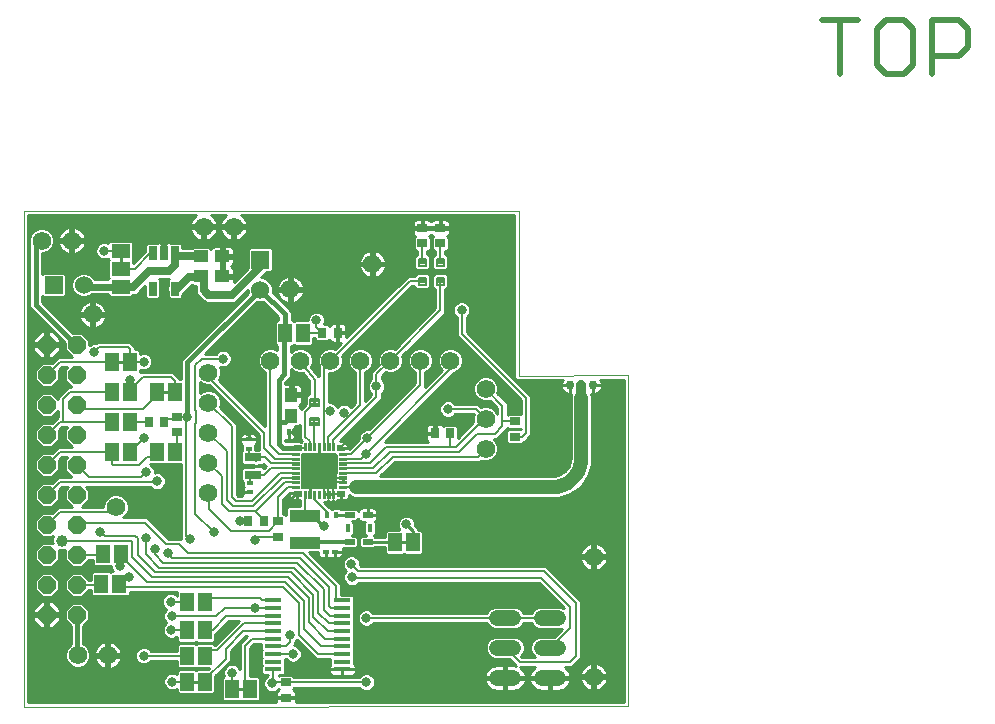
<source format=gtl>
G75*
G70*
%OFA0B0*%
%FSLAX24Y24*%
%IPPOS*%
%LPD*%
%AMOC8*
5,1,8,0,0,1.08239X$1,22.5*
%
%ADD10C,0.0000*%
%ADD11C,0.0200*%
%ADD12C,0.0620*%
%ADD13C,0.0004*%
%ADD14C,0.0051*%
%ADD15C,0.0009*%
%ADD16R,0.0551X0.0295*%
%ADD17R,0.0325X0.0197*%
%ADD18R,0.0169X0.0276*%
%ADD19R,0.0240X0.0120*%
%ADD20R,0.0120X0.0240*%
%ADD21R,0.1000X0.0402*%
%ADD22R,0.0354X0.0276*%
%ADD23R,0.0276X0.0354*%
%ADD24C,0.0079*%
%ADD25R,0.0460X0.0630*%
%ADD26R,0.0600X0.0600*%
%ADD27C,0.0600*%
%ADD28OC8,0.0600*%
%ADD29C,0.0540*%
%ADD30C,0.0100*%
%ADD31R,0.0630X0.0460*%
%ADD32C,0.0320*%
%ADD33C,0.0300*%
%ADD34R,0.0450X0.0400*%
%ADD35R,0.0276X0.0472*%
%ADD36R,0.0400X0.0450*%
%ADD37R,0.0580X0.0140*%
%ADD38C,0.0180*%
%ADD39C,0.0080*%
%ADD40C,0.0160*%
%ADD41C,0.0060*%
%ADD42C,0.0120*%
%ADD43C,0.0330*%
%ADD44C,0.0460*%
%ADD45C,0.0280*%
%ADD46C,0.0396*%
%ADD47C,0.0240*%
D10*
X002104Y001280D02*
X002104Y017815D01*
X018600Y017815D01*
X018600Y012307D01*
X022249Y012327D01*
X022249Y001300D01*
X002104Y001280D01*
D11*
X029305Y022380D02*
X029305Y024181D01*
X029905Y024181D02*
X028704Y024181D01*
X030546Y023881D02*
X030546Y022680D01*
X030846Y022380D01*
X031447Y022380D01*
X031747Y022680D01*
X031747Y023881D01*
X031447Y024181D01*
X030846Y024181D01*
X030546Y023881D01*
X032388Y024181D02*
X033288Y024181D01*
X033589Y023881D01*
X033589Y023281D01*
X033288Y022980D01*
X032388Y022980D01*
X032388Y022380D02*
X032388Y024181D01*
D12*
X016324Y012820D03*
X015324Y012820D03*
X014324Y012820D03*
X013324Y012820D03*
X012324Y012820D03*
X011324Y012820D03*
X010324Y012820D03*
X008264Y012420D03*
X008264Y011420D03*
X008264Y010420D03*
X008264Y009420D03*
X008264Y008420D03*
X005180Y007938D03*
X004904Y003000D03*
X003904Y003000D03*
X017504Y009880D03*
X017504Y010880D03*
X017504Y011880D03*
X010994Y015190D03*
X013724Y016040D03*
X009104Y017280D03*
X008104Y017280D03*
X003704Y016820D03*
X002704Y016820D03*
X004404Y014357D03*
X021104Y006280D03*
X021104Y002280D03*
D13*
X012382Y008250D02*
X012382Y008482D01*
X012456Y008482D01*
X012456Y008250D01*
X012382Y008250D01*
X012382Y008253D02*
X012456Y008253D01*
X012456Y008256D02*
X012382Y008256D01*
X012382Y008259D02*
X012456Y008259D01*
X012456Y008262D02*
X012382Y008262D01*
X012382Y008265D02*
X012456Y008265D01*
X012456Y008268D02*
X012382Y008268D01*
X012382Y008271D02*
X012456Y008271D01*
X012456Y008274D02*
X012382Y008274D01*
X012382Y008277D02*
X012456Y008277D01*
X012456Y008280D02*
X012382Y008280D01*
X012382Y008283D02*
X012456Y008283D01*
X012456Y008286D02*
X012382Y008286D01*
X012382Y008289D02*
X012456Y008289D01*
X012456Y008292D02*
X012382Y008292D01*
X012382Y008295D02*
X012456Y008295D01*
X012456Y008298D02*
X012382Y008298D01*
X012382Y008301D02*
X012456Y008301D01*
X012456Y008304D02*
X012382Y008304D01*
X012382Y008307D02*
X012456Y008307D01*
X012456Y008310D02*
X012382Y008310D01*
X012382Y008313D02*
X012456Y008313D01*
X012456Y008316D02*
X012382Y008316D01*
X012382Y008319D02*
X012456Y008319D01*
X012456Y008322D02*
X012382Y008322D01*
X012382Y008325D02*
X012456Y008325D01*
X012456Y008328D02*
X012382Y008328D01*
X012382Y008331D02*
X012456Y008331D01*
X012456Y008334D02*
X012382Y008334D01*
X012382Y008337D02*
X012456Y008337D01*
X012456Y008340D02*
X012382Y008340D01*
X012382Y008343D02*
X012456Y008343D01*
X012456Y008346D02*
X012382Y008346D01*
X012382Y008349D02*
X012456Y008349D01*
X012456Y008352D02*
X012382Y008352D01*
X012382Y008355D02*
X012456Y008355D01*
X012456Y008358D02*
X012382Y008358D01*
X012382Y008361D02*
X012456Y008361D01*
X012456Y008364D02*
X012382Y008364D01*
X012382Y008367D02*
X012456Y008367D01*
X012456Y008370D02*
X012382Y008370D01*
X012382Y008373D02*
X012456Y008373D01*
X012456Y008376D02*
X012382Y008376D01*
X012382Y008379D02*
X012456Y008379D01*
X012456Y008382D02*
X012382Y008382D01*
X012382Y008385D02*
X012456Y008385D01*
X012456Y008388D02*
X012382Y008388D01*
X012382Y008391D02*
X012456Y008391D01*
X012456Y008394D02*
X012382Y008394D01*
X012382Y008397D02*
X012456Y008397D01*
X012456Y008400D02*
X012382Y008400D01*
X012382Y008403D02*
X012456Y008403D01*
X012456Y008406D02*
X012382Y008406D01*
X012382Y008409D02*
X012456Y008409D01*
X012456Y008412D02*
X012382Y008412D01*
X012382Y008415D02*
X012456Y008415D01*
X012456Y008418D02*
X012382Y008418D01*
X012382Y008421D02*
X012456Y008421D01*
X012456Y008424D02*
X012382Y008424D01*
X012382Y008427D02*
X012456Y008427D01*
X012456Y008430D02*
X012382Y008430D01*
X012382Y008433D02*
X012456Y008433D01*
X012456Y008436D02*
X012382Y008436D01*
X012382Y008439D02*
X012456Y008439D01*
X012456Y008442D02*
X012382Y008442D01*
X012382Y008445D02*
X012456Y008445D01*
X012456Y008448D02*
X012382Y008448D01*
X012382Y008451D02*
X012456Y008451D01*
X012456Y008454D02*
X012382Y008454D01*
X012382Y008457D02*
X012456Y008457D01*
X012456Y008460D02*
X012382Y008460D01*
X012382Y008463D02*
X012456Y008463D01*
X012456Y008466D02*
X012382Y008466D01*
X012382Y008469D02*
X012456Y008469D01*
X012456Y008472D02*
X012382Y008472D01*
X012382Y008475D02*
X012456Y008475D01*
X012456Y008478D02*
X012382Y008478D01*
X012382Y008481D02*
X012456Y008481D01*
X012225Y008482D02*
X012225Y008250D01*
X012225Y008482D02*
X012299Y008482D01*
X012299Y008250D01*
X012225Y008250D01*
X012225Y008253D02*
X012299Y008253D01*
X012299Y008256D02*
X012225Y008256D01*
X012225Y008259D02*
X012299Y008259D01*
X012299Y008262D02*
X012225Y008262D01*
X012225Y008265D02*
X012299Y008265D01*
X012299Y008268D02*
X012225Y008268D01*
X012225Y008271D02*
X012299Y008271D01*
X012299Y008274D02*
X012225Y008274D01*
X012225Y008277D02*
X012299Y008277D01*
X012299Y008280D02*
X012225Y008280D01*
X012225Y008283D02*
X012299Y008283D01*
X012299Y008286D02*
X012225Y008286D01*
X012225Y008289D02*
X012299Y008289D01*
X012299Y008292D02*
X012225Y008292D01*
X012225Y008295D02*
X012299Y008295D01*
X012299Y008298D02*
X012225Y008298D01*
X012225Y008301D02*
X012299Y008301D01*
X012299Y008304D02*
X012225Y008304D01*
X012225Y008307D02*
X012299Y008307D01*
X012299Y008310D02*
X012225Y008310D01*
X012225Y008313D02*
X012299Y008313D01*
X012299Y008316D02*
X012225Y008316D01*
X012225Y008319D02*
X012299Y008319D01*
X012299Y008322D02*
X012225Y008322D01*
X012225Y008325D02*
X012299Y008325D01*
X012299Y008328D02*
X012225Y008328D01*
X012225Y008331D02*
X012299Y008331D01*
X012299Y008334D02*
X012225Y008334D01*
X012225Y008337D02*
X012299Y008337D01*
X012299Y008340D02*
X012225Y008340D01*
X012225Y008343D02*
X012299Y008343D01*
X012299Y008346D02*
X012225Y008346D01*
X012225Y008349D02*
X012299Y008349D01*
X012299Y008352D02*
X012225Y008352D01*
X012225Y008355D02*
X012299Y008355D01*
X012299Y008358D02*
X012225Y008358D01*
X012225Y008361D02*
X012299Y008361D01*
X012299Y008364D02*
X012225Y008364D01*
X012225Y008367D02*
X012299Y008367D01*
X012299Y008370D02*
X012225Y008370D01*
X012225Y008373D02*
X012299Y008373D01*
X012299Y008376D02*
X012225Y008376D01*
X012225Y008379D02*
X012299Y008379D01*
X012299Y008382D02*
X012225Y008382D01*
X012225Y008385D02*
X012299Y008385D01*
X012299Y008388D02*
X012225Y008388D01*
X012225Y008391D02*
X012299Y008391D01*
X012299Y008394D02*
X012225Y008394D01*
X012225Y008397D02*
X012299Y008397D01*
X012299Y008400D02*
X012225Y008400D01*
X012225Y008403D02*
X012299Y008403D01*
X012299Y008406D02*
X012225Y008406D01*
X012225Y008409D02*
X012299Y008409D01*
X012299Y008412D02*
X012225Y008412D01*
X012225Y008415D02*
X012299Y008415D01*
X012299Y008418D02*
X012225Y008418D01*
X012225Y008421D02*
X012299Y008421D01*
X012299Y008424D02*
X012225Y008424D01*
X012225Y008427D02*
X012299Y008427D01*
X012299Y008430D02*
X012225Y008430D01*
X012225Y008433D02*
X012299Y008433D01*
X012299Y008436D02*
X012225Y008436D01*
X012225Y008439D02*
X012299Y008439D01*
X012299Y008442D02*
X012225Y008442D01*
X012225Y008445D02*
X012299Y008445D01*
X012299Y008448D02*
X012225Y008448D01*
X012225Y008451D02*
X012299Y008451D01*
X012299Y008454D02*
X012225Y008454D01*
X012225Y008457D02*
X012299Y008457D01*
X012299Y008460D02*
X012225Y008460D01*
X012225Y008463D02*
X012299Y008463D01*
X012299Y008466D02*
X012225Y008466D01*
X012225Y008469D02*
X012299Y008469D01*
X012299Y008472D02*
X012225Y008472D01*
X012225Y008475D02*
X012299Y008475D01*
X012299Y008478D02*
X012225Y008478D01*
X012225Y008481D02*
X012299Y008481D01*
X012067Y008482D02*
X012067Y008250D01*
X012067Y008482D02*
X012141Y008482D01*
X012141Y008250D01*
X012067Y008250D01*
X012067Y008253D02*
X012141Y008253D01*
X012141Y008256D02*
X012067Y008256D01*
X012067Y008259D02*
X012141Y008259D01*
X012141Y008262D02*
X012067Y008262D01*
X012067Y008265D02*
X012141Y008265D01*
X012141Y008268D02*
X012067Y008268D01*
X012067Y008271D02*
X012141Y008271D01*
X012141Y008274D02*
X012067Y008274D01*
X012067Y008277D02*
X012141Y008277D01*
X012141Y008280D02*
X012067Y008280D01*
X012067Y008283D02*
X012141Y008283D01*
X012141Y008286D02*
X012067Y008286D01*
X012067Y008289D02*
X012141Y008289D01*
X012141Y008292D02*
X012067Y008292D01*
X012067Y008295D02*
X012141Y008295D01*
X012141Y008298D02*
X012067Y008298D01*
X012067Y008301D02*
X012141Y008301D01*
X012141Y008304D02*
X012067Y008304D01*
X012067Y008307D02*
X012141Y008307D01*
X012141Y008310D02*
X012067Y008310D01*
X012067Y008313D02*
X012141Y008313D01*
X012141Y008316D02*
X012067Y008316D01*
X012067Y008319D02*
X012141Y008319D01*
X012141Y008322D02*
X012067Y008322D01*
X012067Y008325D02*
X012141Y008325D01*
X012141Y008328D02*
X012067Y008328D01*
X012067Y008331D02*
X012141Y008331D01*
X012141Y008334D02*
X012067Y008334D01*
X012067Y008337D02*
X012141Y008337D01*
X012141Y008340D02*
X012067Y008340D01*
X012067Y008343D02*
X012141Y008343D01*
X012141Y008346D02*
X012067Y008346D01*
X012067Y008349D02*
X012141Y008349D01*
X012141Y008352D02*
X012067Y008352D01*
X012067Y008355D02*
X012141Y008355D01*
X012141Y008358D02*
X012067Y008358D01*
X012067Y008361D02*
X012141Y008361D01*
X012141Y008364D02*
X012067Y008364D01*
X012067Y008367D02*
X012141Y008367D01*
X012141Y008370D02*
X012067Y008370D01*
X012067Y008373D02*
X012141Y008373D01*
X012141Y008376D02*
X012067Y008376D01*
X012067Y008379D02*
X012141Y008379D01*
X012141Y008382D02*
X012067Y008382D01*
X012067Y008385D02*
X012141Y008385D01*
X012141Y008388D02*
X012067Y008388D01*
X012067Y008391D02*
X012141Y008391D01*
X012141Y008394D02*
X012067Y008394D01*
X012067Y008397D02*
X012141Y008397D01*
X012141Y008400D02*
X012067Y008400D01*
X012067Y008403D02*
X012141Y008403D01*
X012141Y008406D02*
X012067Y008406D01*
X012067Y008409D02*
X012141Y008409D01*
X012141Y008412D02*
X012067Y008412D01*
X012067Y008415D02*
X012141Y008415D01*
X012141Y008418D02*
X012067Y008418D01*
X012067Y008421D02*
X012141Y008421D01*
X012141Y008424D02*
X012067Y008424D01*
X012067Y008427D02*
X012141Y008427D01*
X012141Y008430D02*
X012067Y008430D01*
X012067Y008433D02*
X012141Y008433D01*
X012141Y008436D02*
X012067Y008436D01*
X012067Y008439D02*
X012141Y008439D01*
X012141Y008442D02*
X012067Y008442D01*
X012067Y008445D02*
X012141Y008445D01*
X012141Y008448D02*
X012067Y008448D01*
X012067Y008451D02*
X012141Y008451D01*
X012141Y008454D02*
X012067Y008454D01*
X012067Y008457D02*
X012141Y008457D01*
X012141Y008460D02*
X012067Y008460D01*
X012067Y008463D02*
X012141Y008463D01*
X012141Y008466D02*
X012067Y008466D01*
X012067Y008469D02*
X012141Y008469D01*
X012141Y008472D02*
X012067Y008472D01*
X012067Y008475D02*
X012141Y008475D01*
X012141Y008478D02*
X012067Y008478D01*
X012067Y008481D02*
X012141Y008481D01*
X011910Y008482D02*
X011910Y008250D01*
X011910Y008482D02*
X011984Y008482D01*
X011984Y008250D01*
X011910Y008250D01*
X011910Y008253D02*
X011984Y008253D01*
X011984Y008256D02*
X011910Y008256D01*
X011910Y008259D02*
X011984Y008259D01*
X011984Y008262D02*
X011910Y008262D01*
X011910Y008265D02*
X011984Y008265D01*
X011984Y008268D02*
X011910Y008268D01*
X011910Y008271D02*
X011984Y008271D01*
X011984Y008274D02*
X011910Y008274D01*
X011910Y008277D02*
X011984Y008277D01*
X011984Y008280D02*
X011910Y008280D01*
X011910Y008283D02*
X011984Y008283D01*
X011984Y008286D02*
X011910Y008286D01*
X011910Y008289D02*
X011984Y008289D01*
X011984Y008292D02*
X011910Y008292D01*
X011910Y008295D02*
X011984Y008295D01*
X011984Y008298D02*
X011910Y008298D01*
X011910Y008301D02*
X011984Y008301D01*
X011984Y008304D02*
X011910Y008304D01*
X011910Y008307D02*
X011984Y008307D01*
X011984Y008310D02*
X011910Y008310D01*
X011910Y008313D02*
X011984Y008313D01*
X011984Y008316D02*
X011910Y008316D01*
X011910Y008319D02*
X011984Y008319D01*
X011984Y008322D02*
X011910Y008322D01*
X011910Y008325D02*
X011984Y008325D01*
X011984Y008328D02*
X011910Y008328D01*
X011910Y008331D02*
X011984Y008331D01*
X011984Y008334D02*
X011910Y008334D01*
X011910Y008337D02*
X011984Y008337D01*
X011984Y008340D02*
X011910Y008340D01*
X011910Y008343D02*
X011984Y008343D01*
X011984Y008346D02*
X011910Y008346D01*
X011910Y008349D02*
X011984Y008349D01*
X011984Y008352D02*
X011910Y008352D01*
X011910Y008355D02*
X011984Y008355D01*
X011984Y008358D02*
X011910Y008358D01*
X011910Y008361D02*
X011984Y008361D01*
X011984Y008364D02*
X011910Y008364D01*
X011910Y008367D02*
X011984Y008367D01*
X011984Y008370D02*
X011910Y008370D01*
X011910Y008373D02*
X011984Y008373D01*
X011984Y008376D02*
X011910Y008376D01*
X011910Y008379D02*
X011984Y008379D01*
X011984Y008382D02*
X011910Y008382D01*
X011910Y008385D02*
X011984Y008385D01*
X011984Y008388D02*
X011910Y008388D01*
X011910Y008391D02*
X011984Y008391D01*
X011984Y008394D02*
X011910Y008394D01*
X011910Y008397D02*
X011984Y008397D01*
X011984Y008400D02*
X011910Y008400D01*
X011910Y008403D02*
X011984Y008403D01*
X011984Y008406D02*
X011910Y008406D01*
X011910Y008409D02*
X011984Y008409D01*
X011984Y008412D02*
X011910Y008412D01*
X011910Y008415D02*
X011984Y008415D01*
X011984Y008418D02*
X011910Y008418D01*
X011910Y008421D02*
X011984Y008421D01*
X011984Y008424D02*
X011910Y008424D01*
X011910Y008427D02*
X011984Y008427D01*
X011984Y008430D02*
X011910Y008430D01*
X011910Y008433D02*
X011984Y008433D01*
X011984Y008436D02*
X011910Y008436D01*
X011910Y008439D02*
X011984Y008439D01*
X011984Y008442D02*
X011910Y008442D01*
X011910Y008445D02*
X011984Y008445D01*
X011984Y008448D02*
X011910Y008448D01*
X011910Y008451D02*
X011984Y008451D01*
X011984Y008454D02*
X011910Y008454D01*
X011910Y008457D02*
X011984Y008457D01*
X011984Y008460D02*
X011910Y008460D01*
X011910Y008463D02*
X011984Y008463D01*
X011984Y008466D02*
X011910Y008466D01*
X011910Y008469D02*
X011984Y008469D01*
X011984Y008472D02*
X011910Y008472D01*
X011910Y008475D02*
X011984Y008475D01*
X011984Y008478D02*
X011910Y008478D01*
X011910Y008481D02*
X011984Y008481D01*
X011752Y008482D02*
X011752Y008250D01*
X011752Y008482D02*
X011826Y008482D01*
X011826Y008250D01*
X011752Y008250D01*
X011752Y008253D02*
X011826Y008253D01*
X011826Y008256D02*
X011752Y008256D01*
X011752Y008259D02*
X011826Y008259D01*
X011826Y008262D02*
X011752Y008262D01*
X011752Y008265D02*
X011826Y008265D01*
X011826Y008268D02*
X011752Y008268D01*
X011752Y008271D02*
X011826Y008271D01*
X011826Y008274D02*
X011752Y008274D01*
X011752Y008277D02*
X011826Y008277D01*
X011826Y008280D02*
X011752Y008280D01*
X011752Y008283D02*
X011826Y008283D01*
X011826Y008286D02*
X011752Y008286D01*
X011752Y008289D02*
X011826Y008289D01*
X011826Y008292D02*
X011752Y008292D01*
X011752Y008295D02*
X011826Y008295D01*
X011826Y008298D02*
X011752Y008298D01*
X011752Y008301D02*
X011826Y008301D01*
X011826Y008304D02*
X011752Y008304D01*
X011752Y008307D02*
X011826Y008307D01*
X011826Y008310D02*
X011752Y008310D01*
X011752Y008313D02*
X011826Y008313D01*
X011826Y008316D02*
X011752Y008316D01*
X011752Y008319D02*
X011826Y008319D01*
X011826Y008322D02*
X011752Y008322D01*
X011752Y008325D02*
X011826Y008325D01*
X011826Y008328D02*
X011752Y008328D01*
X011752Y008331D02*
X011826Y008331D01*
X011826Y008334D02*
X011752Y008334D01*
X011752Y008337D02*
X011826Y008337D01*
X011826Y008340D02*
X011752Y008340D01*
X011752Y008343D02*
X011826Y008343D01*
X011826Y008346D02*
X011752Y008346D01*
X011752Y008349D02*
X011826Y008349D01*
X011826Y008352D02*
X011752Y008352D01*
X011752Y008355D02*
X011826Y008355D01*
X011826Y008358D02*
X011752Y008358D01*
X011752Y008361D02*
X011826Y008361D01*
X011826Y008364D02*
X011752Y008364D01*
X011752Y008367D02*
X011826Y008367D01*
X011826Y008370D02*
X011752Y008370D01*
X011752Y008373D02*
X011826Y008373D01*
X011826Y008376D02*
X011752Y008376D01*
X011752Y008379D02*
X011826Y008379D01*
X011826Y008382D02*
X011752Y008382D01*
X011752Y008385D02*
X011826Y008385D01*
X011826Y008388D02*
X011752Y008388D01*
X011752Y008391D02*
X011826Y008391D01*
X011826Y008394D02*
X011752Y008394D01*
X011752Y008397D02*
X011826Y008397D01*
X011826Y008400D02*
X011752Y008400D01*
X011752Y008403D02*
X011826Y008403D01*
X011826Y008406D02*
X011752Y008406D01*
X011752Y008409D02*
X011826Y008409D01*
X011826Y008412D02*
X011752Y008412D01*
X011752Y008415D02*
X011826Y008415D01*
X011826Y008418D02*
X011752Y008418D01*
X011752Y008421D02*
X011826Y008421D01*
X011826Y008424D02*
X011752Y008424D01*
X011752Y008427D02*
X011826Y008427D01*
X011826Y008430D02*
X011752Y008430D01*
X011752Y008433D02*
X011826Y008433D01*
X011826Y008436D02*
X011752Y008436D01*
X011752Y008439D02*
X011826Y008439D01*
X011826Y008442D02*
X011752Y008442D01*
X011752Y008445D02*
X011826Y008445D01*
X011826Y008448D02*
X011752Y008448D01*
X011752Y008451D02*
X011826Y008451D01*
X011826Y008454D02*
X011752Y008454D01*
X011752Y008457D02*
X011826Y008457D01*
X011826Y008460D02*
X011752Y008460D01*
X011752Y008463D02*
X011826Y008463D01*
X011826Y008466D02*
X011752Y008466D01*
X011752Y008469D02*
X011826Y008469D01*
X011826Y008472D02*
X011752Y008472D01*
X011752Y008475D02*
X011826Y008475D01*
X011826Y008478D02*
X011752Y008478D01*
X011752Y008481D02*
X011826Y008481D01*
X011595Y008482D02*
X011595Y008250D01*
X011595Y008482D02*
X011669Y008482D01*
X011669Y008250D01*
X011595Y008250D01*
X011595Y008253D02*
X011669Y008253D01*
X011669Y008256D02*
X011595Y008256D01*
X011595Y008259D02*
X011669Y008259D01*
X011669Y008262D02*
X011595Y008262D01*
X011595Y008265D02*
X011669Y008265D01*
X011669Y008268D02*
X011595Y008268D01*
X011595Y008271D02*
X011669Y008271D01*
X011669Y008274D02*
X011595Y008274D01*
X011595Y008277D02*
X011669Y008277D01*
X011669Y008280D02*
X011595Y008280D01*
X011595Y008283D02*
X011669Y008283D01*
X011669Y008286D02*
X011595Y008286D01*
X011595Y008289D02*
X011669Y008289D01*
X011669Y008292D02*
X011595Y008292D01*
X011595Y008295D02*
X011669Y008295D01*
X011669Y008298D02*
X011595Y008298D01*
X011595Y008301D02*
X011669Y008301D01*
X011669Y008304D02*
X011595Y008304D01*
X011595Y008307D02*
X011669Y008307D01*
X011669Y008310D02*
X011595Y008310D01*
X011595Y008313D02*
X011669Y008313D01*
X011669Y008316D02*
X011595Y008316D01*
X011595Y008319D02*
X011669Y008319D01*
X011669Y008322D02*
X011595Y008322D01*
X011595Y008325D02*
X011669Y008325D01*
X011669Y008328D02*
X011595Y008328D01*
X011595Y008331D02*
X011669Y008331D01*
X011669Y008334D02*
X011595Y008334D01*
X011595Y008337D02*
X011669Y008337D01*
X011669Y008340D02*
X011595Y008340D01*
X011595Y008343D02*
X011669Y008343D01*
X011669Y008346D02*
X011595Y008346D01*
X011595Y008349D02*
X011669Y008349D01*
X011669Y008352D02*
X011595Y008352D01*
X011595Y008355D02*
X011669Y008355D01*
X011669Y008358D02*
X011595Y008358D01*
X011595Y008361D02*
X011669Y008361D01*
X011669Y008364D02*
X011595Y008364D01*
X011595Y008367D02*
X011669Y008367D01*
X011669Y008370D02*
X011595Y008370D01*
X011595Y008373D02*
X011669Y008373D01*
X011669Y008376D02*
X011595Y008376D01*
X011595Y008379D02*
X011669Y008379D01*
X011669Y008382D02*
X011595Y008382D01*
X011595Y008385D02*
X011669Y008385D01*
X011669Y008388D02*
X011595Y008388D01*
X011595Y008391D02*
X011669Y008391D01*
X011669Y008394D02*
X011595Y008394D01*
X011595Y008397D02*
X011669Y008397D01*
X011669Y008400D02*
X011595Y008400D01*
X011595Y008403D02*
X011669Y008403D01*
X011669Y008406D02*
X011595Y008406D01*
X011595Y008409D02*
X011669Y008409D01*
X011669Y008412D02*
X011595Y008412D01*
X011595Y008415D02*
X011669Y008415D01*
X011669Y008418D02*
X011595Y008418D01*
X011595Y008421D02*
X011669Y008421D01*
X011669Y008424D02*
X011595Y008424D01*
X011595Y008427D02*
X011669Y008427D01*
X011669Y008430D02*
X011595Y008430D01*
X011595Y008433D02*
X011669Y008433D01*
X011669Y008436D02*
X011595Y008436D01*
X011595Y008439D02*
X011669Y008439D01*
X011669Y008442D02*
X011595Y008442D01*
X011595Y008445D02*
X011669Y008445D01*
X011669Y008448D02*
X011595Y008448D01*
X011595Y008451D02*
X011669Y008451D01*
X011669Y008454D02*
X011595Y008454D01*
X011595Y008457D02*
X011669Y008457D01*
X011669Y008460D02*
X011595Y008460D01*
X011595Y008463D02*
X011669Y008463D01*
X011669Y008466D02*
X011595Y008466D01*
X011595Y008469D02*
X011669Y008469D01*
X011669Y008472D02*
X011595Y008472D01*
X011595Y008475D02*
X011669Y008475D01*
X011669Y008478D02*
X011595Y008478D01*
X011595Y008481D02*
X011669Y008481D01*
X011437Y008482D02*
X011437Y008250D01*
X011437Y008482D02*
X011511Y008482D01*
X011511Y008250D01*
X011437Y008250D01*
X011437Y008253D02*
X011511Y008253D01*
X011511Y008256D02*
X011437Y008256D01*
X011437Y008259D02*
X011511Y008259D01*
X011511Y008262D02*
X011437Y008262D01*
X011437Y008265D02*
X011511Y008265D01*
X011511Y008268D02*
X011437Y008268D01*
X011437Y008271D02*
X011511Y008271D01*
X011511Y008274D02*
X011437Y008274D01*
X011437Y008277D02*
X011511Y008277D01*
X011511Y008280D02*
X011437Y008280D01*
X011437Y008283D02*
X011511Y008283D01*
X011511Y008286D02*
X011437Y008286D01*
X011437Y008289D02*
X011511Y008289D01*
X011511Y008292D02*
X011437Y008292D01*
X011437Y008295D02*
X011511Y008295D01*
X011511Y008298D02*
X011437Y008298D01*
X011437Y008301D02*
X011511Y008301D01*
X011511Y008304D02*
X011437Y008304D01*
X011437Y008307D02*
X011511Y008307D01*
X011511Y008310D02*
X011437Y008310D01*
X011437Y008313D02*
X011511Y008313D01*
X011511Y008316D02*
X011437Y008316D01*
X011437Y008319D02*
X011511Y008319D01*
X011511Y008322D02*
X011437Y008322D01*
X011437Y008325D02*
X011511Y008325D01*
X011511Y008328D02*
X011437Y008328D01*
X011437Y008331D02*
X011511Y008331D01*
X011511Y008334D02*
X011437Y008334D01*
X011437Y008337D02*
X011511Y008337D01*
X011511Y008340D02*
X011437Y008340D01*
X011437Y008343D02*
X011511Y008343D01*
X011511Y008346D02*
X011437Y008346D01*
X011437Y008349D02*
X011511Y008349D01*
X011511Y008352D02*
X011437Y008352D01*
X011437Y008355D02*
X011511Y008355D01*
X011511Y008358D02*
X011437Y008358D01*
X011437Y008361D02*
X011511Y008361D01*
X011511Y008364D02*
X011437Y008364D01*
X011437Y008367D02*
X011511Y008367D01*
X011511Y008370D02*
X011437Y008370D01*
X011437Y008373D02*
X011511Y008373D01*
X011511Y008376D02*
X011437Y008376D01*
X011437Y008379D02*
X011511Y008379D01*
X011511Y008382D02*
X011437Y008382D01*
X011437Y008385D02*
X011511Y008385D01*
X011511Y008388D02*
X011437Y008388D01*
X011437Y008391D02*
X011511Y008391D01*
X011511Y008394D02*
X011437Y008394D01*
X011437Y008397D02*
X011511Y008397D01*
X011511Y008400D02*
X011437Y008400D01*
X011437Y008403D02*
X011511Y008403D01*
X011511Y008406D02*
X011437Y008406D01*
X011437Y008409D02*
X011511Y008409D01*
X011511Y008412D02*
X011437Y008412D01*
X011437Y008415D02*
X011511Y008415D01*
X011511Y008418D02*
X011437Y008418D01*
X011437Y008421D02*
X011511Y008421D01*
X011511Y008424D02*
X011437Y008424D01*
X011437Y008427D02*
X011511Y008427D01*
X011511Y008430D02*
X011437Y008430D01*
X011437Y008433D02*
X011511Y008433D01*
X011511Y008436D02*
X011437Y008436D01*
X011437Y008439D02*
X011511Y008439D01*
X011511Y008442D02*
X011437Y008442D01*
X011437Y008445D02*
X011511Y008445D01*
X011511Y008448D02*
X011437Y008448D01*
X011437Y008451D02*
X011511Y008451D01*
X011511Y008454D02*
X011437Y008454D01*
X011437Y008457D02*
X011511Y008457D01*
X011511Y008460D02*
X011437Y008460D01*
X011437Y008463D02*
X011511Y008463D01*
X011511Y008466D02*
X011437Y008466D01*
X011437Y008469D02*
X011511Y008469D01*
X011511Y008472D02*
X011437Y008472D01*
X011437Y008475D02*
X011511Y008475D01*
X011511Y008478D02*
X011437Y008478D01*
X011437Y008481D02*
X011511Y008481D01*
X011276Y008566D02*
X011044Y008566D01*
X011044Y008640D01*
X011276Y008640D01*
X011276Y008566D01*
X011276Y008569D02*
X011044Y008569D01*
X011044Y008572D02*
X011276Y008572D01*
X011276Y008575D02*
X011044Y008575D01*
X011044Y008578D02*
X011276Y008578D01*
X011276Y008581D02*
X011044Y008581D01*
X011044Y008584D02*
X011276Y008584D01*
X011276Y008587D02*
X011044Y008587D01*
X011044Y008590D02*
X011276Y008590D01*
X011276Y008593D02*
X011044Y008593D01*
X011044Y008596D02*
X011276Y008596D01*
X011276Y008599D02*
X011044Y008599D01*
X011044Y008602D02*
X011276Y008602D01*
X011276Y008605D02*
X011044Y008605D01*
X011044Y008608D02*
X011276Y008608D01*
X011276Y008611D02*
X011044Y008611D01*
X011044Y008614D02*
X011276Y008614D01*
X011276Y008617D02*
X011044Y008617D01*
X011044Y008620D02*
X011276Y008620D01*
X011276Y008623D02*
X011044Y008623D01*
X011044Y008626D02*
X011276Y008626D01*
X011276Y008629D02*
X011044Y008629D01*
X011044Y008632D02*
X011276Y008632D01*
X011276Y008635D02*
X011044Y008635D01*
X011044Y008638D02*
X011276Y008638D01*
X011276Y008723D02*
X011044Y008723D01*
X011044Y008797D01*
X011276Y008797D01*
X011276Y008723D01*
X011276Y008726D02*
X011044Y008726D01*
X011044Y008729D02*
X011276Y008729D01*
X011276Y008732D02*
X011044Y008732D01*
X011044Y008735D02*
X011276Y008735D01*
X011276Y008738D02*
X011044Y008738D01*
X011044Y008741D02*
X011276Y008741D01*
X011276Y008744D02*
X011044Y008744D01*
X011044Y008747D02*
X011276Y008747D01*
X011276Y008750D02*
X011044Y008750D01*
X011044Y008753D02*
X011276Y008753D01*
X011276Y008756D02*
X011044Y008756D01*
X011044Y008759D02*
X011276Y008759D01*
X011276Y008762D02*
X011044Y008762D01*
X011044Y008765D02*
X011276Y008765D01*
X011276Y008768D02*
X011044Y008768D01*
X011044Y008771D02*
X011276Y008771D01*
X011276Y008774D02*
X011044Y008774D01*
X011044Y008777D02*
X011276Y008777D01*
X011276Y008780D02*
X011044Y008780D01*
X011044Y008783D02*
X011276Y008783D01*
X011276Y008786D02*
X011044Y008786D01*
X011044Y008789D02*
X011276Y008789D01*
X011276Y008792D02*
X011044Y008792D01*
X011044Y008795D02*
X011276Y008795D01*
X011276Y008881D02*
X011044Y008881D01*
X011044Y008955D01*
X011276Y008955D01*
X011276Y008881D01*
X011276Y008884D02*
X011044Y008884D01*
X011044Y008887D02*
X011276Y008887D01*
X011276Y008890D02*
X011044Y008890D01*
X011044Y008893D02*
X011276Y008893D01*
X011276Y008896D02*
X011044Y008896D01*
X011044Y008899D02*
X011276Y008899D01*
X011276Y008902D02*
X011044Y008902D01*
X011044Y008905D02*
X011276Y008905D01*
X011276Y008908D02*
X011044Y008908D01*
X011044Y008911D02*
X011276Y008911D01*
X011276Y008914D02*
X011044Y008914D01*
X011044Y008917D02*
X011276Y008917D01*
X011276Y008920D02*
X011044Y008920D01*
X011044Y008923D02*
X011276Y008923D01*
X011276Y008926D02*
X011044Y008926D01*
X011044Y008929D02*
X011276Y008929D01*
X011276Y008932D02*
X011044Y008932D01*
X011044Y008935D02*
X011276Y008935D01*
X011276Y008938D02*
X011044Y008938D01*
X011044Y008941D02*
X011276Y008941D01*
X011276Y008944D02*
X011044Y008944D01*
X011044Y008947D02*
X011276Y008947D01*
X011276Y008950D02*
X011044Y008950D01*
X011044Y008953D02*
X011276Y008953D01*
X011276Y009038D02*
X011044Y009038D01*
X011044Y009112D01*
X011276Y009112D01*
X011276Y009038D01*
X011276Y009041D02*
X011044Y009041D01*
X011044Y009044D02*
X011276Y009044D01*
X011276Y009047D02*
X011044Y009047D01*
X011044Y009050D02*
X011276Y009050D01*
X011276Y009053D02*
X011044Y009053D01*
X011044Y009056D02*
X011276Y009056D01*
X011276Y009059D02*
X011044Y009059D01*
X011044Y009062D02*
X011276Y009062D01*
X011276Y009065D02*
X011044Y009065D01*
X011044Y009068D02*
X011276Y009068D01*
X011276Y009071D02*
X011044Y009071D01*
X011044Y009074D02*
X011276Y009074D01*
X011276Y009077D02*
X011044Y009077D01*
X011044Y009080D02*
X011276Y009080D01*
X011276Y009083D02*
X011044Y009083D01*
X011044Y009086D02*
X011276Y009086D01*
X011276Y009089D02*
X011044Y009089D01*
X011044Y009092D02*
X011276Y009092D01*
X011276Y009095D02*
X011044Y009095D01*
X011044Y009098D02*
X011276Y009098D01*
X011276Y009101D02*
X011044Y009101D01*
X011044Y009104D02*
X011276Y009104D01*
X011276Y009107D02*
X011044Y009107D01*
X011044Y009110D02*
X011276Y009110D01*
X011276Y009196D02*
X011044Y009196D01*
X011044Y009270D01*
X011276Y009270D01*
X011276Y009196D01*
X011276Y009199D02*
X011044Y009199D01*
X011044Y009202D02*
X011276Y009202D01*
X011276Y009205D02*
X011044Y009205D01*
X011044Y009208D02*
X011276Y009208D01*
X011276Y009211D02*
X011044Y009211D01*
X011044Y009214D02*
X011276Y009214D01*
X011276Y009217D02*
X011044Y009217D01*
X011044Y009220D02*
X011276Y009220D01*
X011276Y009223D02*
X011044Y009223D01*
X011044Y009226D02*
X011276Y009226D01*
X011276Y009229D02*
X011044Y009229D01*
X011044Y009232D02*
X011276Y009232D01*
X011276Y009235D02*
X011044Y009235D01*
X011044Y009238D02*
X011276Y009238D01*
X011276Y009241D02*
X011044Y009241D01*
X011044Y009244D02*
X011276Y009244D01*
X011276Y009247D02*
X011044Y009247D01*
X011044Y009250D02*
X011276Y009250D01*
X011276Y009253D02*
X011044Y009253D01*
X011044Y009256D02*
X011276Y009256D01*
X011276Y009259D02*
X011044Y009259D01*
X011044Y009262D02*
X011276Y009262D01*
X011276Y009265D02*
X011044Y009265D01*
X011044Y009268D02*
X011276Y009268D01*
X011276Y009353D02*
X011044Y009353D01*
X011044Y009427D01*
X011276Y009427D01*
X011276Y009353D01*
X011276Y009356D02*
X011044Y009356D01*
X011044Y009359D02*
X011276Y009359D01*
X011276Y009362D02*
X011044Y009362D01*
X011044Y009365D02*
X011276Y009365D01*
X011276Y009368D02*
X011044Y009368D01*
X011044Y009371D02*
X011276Y009371D01*
X011276Y009374D02*
X011044Y009374D01*
X011044Y009377D02*
X011276Y009377D01*
X011276Y009380D02*
X011044Y009380D01*
X011044Y009383D02*
X011276Y009383D01*
X011276Y009386D02*
X011044Y009386D01*
X011044Y009389D02*
X011276Y009389D01*
X011276Y009392D02*
X011044Y009392D01*
X011044Y009395D02*
X011276Y009395D01*
X011276Y009398D02*
X011044Y009398D01*
X011044Y009401D02*
X011276Y009401D01*
X011276Y009404D02*
X011044Y009404D01*
X011044Y009407D02*
X011276Y009407D01*
X011276Y009410D02*
X011044Y009410D01*
X011044Y009413D02*
X011276Y009413D01*
X011276Y009416D02*
X011044Y009416D01*
X011044Y009419D02*
X011276Y009419D01*
X011276Y009422D02*
X011044Y009422D01*
X011044Y009425D02*
X011276Y009425D01*
X011276Y009510D02*
X011044Y009510D01*
X011044Y009584D01*
X011276Y009584D01*
X011276Y009510D01*
X011276Y009513D02*
X011044Y009513D01*
X011044Y009516D02*
X011276Y009516D01*
X011276Y009519D02*
X011044Y009519D01*
X011044Y009522D02*
X011276Y009522D01*
X011276Y009525D02*
X011044Y009525D01*
X011044Y009528D02*
X011276Y009528D01*
X011276Y009531D02*
X011044Y009531D01*
X011044Y009534D02*
X011276Y009534D01*
X011276Y009537D02*
X011044Y009537D01*
X011044Y009540D02*
X011276Y009540D01*
X011276Y009543D02*
X011044Y009543D01*
X011044Y009546D02*
X011276Y009546D01*
X011276Y009549D02*
X011044Y009549D01*
X011044Y009552D02*
X011276Y009552D01*
X011276Y009555D02*
X011044Y009555D01*
X011044Y009558D02*
X011276Y009558D01*
X011276Y009561D02*
X011044Y009561D01*
X011044Y009564D02*
X011276Y009564D01*
X011276Y009567D02*
X011044Y009567D01*
X011044Y009570D02*
X011276Y009570D01*
X011276Y009573D02*
X011044Y009573D01*
X011044Y009576D02*
X011276Y009576D01*
X011276Y009579D02*
X011044Y009579D01*
X011044Y009582D02*
X011276Y009582D01*
X011276Y009668D02*
X011044Y009668D01*
X011044Y009742D01*
X011276Y009742D01*
X011276Y009668D01*
X011276Y009671D02*
X011044Y009671D01*
X011044Y009674D02*
X011276Y009674D01*
X011276Y009677D02*
X011044Y009677D01*
X011044Y009680D02*
X011276Y009680D01*
X011276Y009683D02*
X011044Y009683D01*
X011044Y009686D02*
X011276Y009686D01*
X011276Y009689D02*
X011044Y009689D01*
X011044Y009692D02*
X011276Y009692D01*
X011276Y009695D02*
X011044Y009695D01*
X011044Y009698D02*
X011276Y009698D01*
X011276Y009701D02*
X011044Y009701D01*
X011044Y009704D02*
X011276Y009704D01*
X011276Y009707D02*
X011044Y009707D01*
X011044Y009710D02*
X011276Y009710D01*
X011276Y009713D02*
X011044Y009713D01*
X011044Y009716D02*
X011276Y009716D01*
X011276Y009719D02*
X011044Y009719D01*
X011044Y009722D02*
X011276Y009722D01*
X011276Y009725D02*
X011044Y009725D01*
X011044Y009728D02*
X011276Y009728D01*
X011276Y009731D02*
X011044Y009731D01*
X011044Y009734D02*
X011276Y009734D01*
X011276Y009737D02*
X011044Y009737D01*
X011044Y009740D02*
X011276Y009740D01*
X011437Y009825D02*
X011437Y010057D01*
X011511Y010057D01*
X011511Y009825D01*
X011437Y009825D01*
X011437Y009828D02*
X011511Y009828D01*
X011511Y009831D02*
X011437Y009831D01*
X011437Y009834D02*
X011511Y009834D01*
X011511Y009837D02*
X011437Y009837D01*
X011437Y009840D02*
X011511Y009840D01*
X011511Y009843D02*
X011437Y009843D01*
X011437Y009846D02*
X011511Y009846D01*
X011511Y009849D02*
X011437Y009849D01*
X011437Y009852D02*
X011511Y009852D01*
X011511Y009855D02*
X011437Y009855D01*
X011437Y009858D02*
X011511Y009858D01*
X011511Y009861D02*
X011437Y009861D01*
X011437Y009864D02*
X011511Y009864D01*
X011511Y009867D02*
X011437Y009867D01*
X011437Y009870D02*
X011511Y009870D01*
X011511Y009873D02*
X011437Y009873D01*
X011437Y009876D02*
X011511Y009876D01*
X011511Y009879D02*
X011437Y009879D01*
X011437Y009882D02*
X011511Y009882D01*
X011511Y009885D02*
X011437Y009885D01*
X011437Y009888D02*
X011511Y009888D01*
X011511Y009891D02*
X011437Y009891D01*
X011437Y009894D02*
X011511Y009894D01*
X011511Y009897D02*
X011437Y009897D01*
X011437Y009900D02*
X011511Y009900D01*
X011511Y009903D02*
X011437Y009903D01*
X011437Y009906D02*
X011511Y009906D01*
X011511Y009909D02*
X011437Y009909D01*
X011437Y009912D02*
X011511Y009912D01*
X011511Y009915D02*
X011437Y009915D01*
X011437Y009918D02*
X011511Y009918D01*
X011511Y009921D02*
X011437Y009921D01*
X011437Y009924D02*
X011511Y009924D01*
X011511Y009927D02*
X011437Y009927D01*
X011437Y009930D02*
X011511Y009930D01*
X011511Y009933D02*
X011437Y009933D01*
X011437Y009936D02*
X011511Y009936D01*
X011511Y009939D02*
X011437Y009939D01*
X011437Y009942D02*
X011511Y009942D01*
X011511Y009945D02*
X011437Y009945D01*
X011437Y009948D02*
X011511Y009948D01*
X011511Y009951D02*
X011437Y009951D01*
X011437Y009954D02*
X011511Y009954D01*
X011511Y009957D02*
X011437Y009957D01*
X011437Y009960D02*
X011511Y009960D01*
X011511Y009963D02*
X011437Y009963D01*
X011437Y009966D02*
X011511Y009966D01*
X011511Y009969D02*
X011437Y009969D01*
X011437Y009972D02*
X011511Y009972D01*
X011511Y009975D02*
X011437Y009975D01*
X011437Y009978D02*
X011511Y009978D01*
X011511Y009981D02*
X011437Y009981D01*
X011437Y009984D02*
X011511Y009984D01*
X011511Y009987D02*
X011437Y009987D01*
X011437Y009990D02*
X011511Y009990D01*
X011511Y009993D02*
X011437Y009993D01*
X011437Y009996D02*
X011511Y009996D01*
X011511Y009999D02*
X011437Y009999D01*
X011437Y010002D02*
X011511Y010002D01*
X011511Y010005D02*
X011437Y010005D01*
X011437Y010008D02*
X011511Y010008D01*
X011511Y010011D02*
X011437Y010011D01*
X011437Y010014D02*
X011511Y010014D01*
X011511Y010017D02*
X011437Y010017D01*
X011437Y010020D02*
X011511Y010020D01*
X011511Y010023D02*
X011437Y010023D01*
X011437Y010026D02*
X011511Y010026D01*
X011511Y010029D02*
X011437Y010029D01*
X011437Y010032D02*
X011511Y010032D01*
X011511Y010035D02*
X011437Y010035D01*
X011437Y010038D02*
X011511Y010038D01*
X011511Y010041D02*
X011437Y010041D01*
X011437Y010044D02*
X011511Y010044D01*
X011511Y010047D02*
X011437Y010047D01*
X011437Y010050D02*
X011511Y010050D01*
X011511Y010053D02*
X011437Y010053D01*
X011437Y010056D02*
X011511Y010056D01*
X011595Y010057D02*
X011595Y009825D01*
X011595Y010057D02*
X011669Y010057D01*
X011669Y009825D01*
X011595Y009825D01*
X011595Y009828D02*
X011669Y009828D01*
X011669Y009831D02*
X011595Y009831D01*
X011595Y009834D02*
X011669Y009834D01*
X011669Y009837D02*
X011595Y009837D01*
X011595Y009840D02*
X011669Y009840D01*
X011669Y009843D02*
X011595Y009843D01*
X011595Y009846D02*
X011669Y009846D01*
X011669Y009849D02*
X011595Y009849D01*
X011595Y009852D02*
X011669Y009852D01*
X011669Y009855D02*
X011595Y009855D01*
X011595Y009858D02*
X011669Y009858D01*
X011669Y009861D02*
X011595Y009861D01*
X011595Y009864D02*
X011669Y009864D01*
X011669Y009867D02*
X011595Y009867D01*
X011595Y009870D02*
X011669Y009870D01*
X011669Y009873D02*
X011595Y009873D01*
X011595Y009876D02*
X011669Y009876D01*
X011669Y009879D02*
X011595Y009879D01*
X011595Y009882D02*
X011669Y009882D01*
X011669Y009885D02*
X011595Y009885D01*
X011595Y009888D02*
X011669Y009888D01*
X011669Y009891D02*
X011595Y009891D01*
X011595Y009894D02*
X011669Y009894D01*
X011669Y009897D02*
X011595Y009897D01*
X011595Y009900D02*
X011669Y009900D01*
X011669Y009903D02*
X011595Y009903D01*
X011595Y009906D02*
X011669Y009906D01*
X011669Y009909D02*
X011595Y009909D01*
X011595Y009912D02*
X011669Y009912D01*
X011669Y009915D02*
X011595Y009915D01*
X011595Y009918D02*
X011669Y009918D01*
X011669Y009921D02*
X011595Y009921D01*
X011595Y009924D02*
X011669Y009924D01*
X011669Y009927D02*
X011595Y009927D01*
X011595Y009930D02*
X011669Y009930D01*
X011669Y009933D02*
X011595Y009933D01*
X011595Y009936D02*
X011669Y009936D01*
X011669Y009939D02*
X011595Y009939D01*
X011595Y009942D02*
X011669Y009942D01*
X011669Y009945D02*
X011595Y009945D01*
X011595Y009948D02*
X011669Y009948D01*
X011669Y009951D02*
X011595Y009951D01*
X011595Y009954D02*
X011669Y009954D01*
X011669Y009957D02*
X011595Y009957D01*
X011595Y009960D02*
X011669Y009960D01*
X011669Y009963D02*
X011595Y009963D01*
X011595Y009966D02*
X011669Y009966D01*
X011669Y009969D02*
X011595Y009969D01*
X011595Y009972D02*
X011669Y009972D01*
X011669Y009975D02*
X011595Y009975D01*
X011595Y009978D02*
X011669Y009978D01*
X011669Y009981D02*
X011595Y009981D01*
X011595Y009984D02*
X011669Y009984D01*
X011669Y009987D02*
X011595Y009987D01*
X011595Y009990D02*
X011669Y009990D01*
X011669Y009993D02*
X011595Y009993D01*
X011595Y009996D02*
X011669Y009996D01*
X011669Y009999D02*
X011595Y009999D01*
X011595Y010002D02*
X011669Y010002D01*
X011669Y010005D02*
X011595Y010005D01*
X011595Y010008D02*
X011669Y010008D01*
X011669Y010011D02*
X011595Y010011D01*
X011595Y010014D02*
X011669Y010014D01*
X011669Y010017D02*
X011595Y010017D01*
X011595Y010020D02*
X011669Y010020D01*
X011669Y010023D02*
X011595Y010023D01*
X011595Y010026D02*
X011669Y010026D01*
X011669Y010029D02*
X011595Y010029D01*
X011595Y010032D02*
X011669Y010032D01*
X011669Y010035D02*
X011595Y010035D01*
X011595Y010038D02*
X011669Y010038D01*
X011669Y010041D02*
X011595Y010041D01*
X011595Y010044D02*
X011669Y010044D01*
X011669Y010047D02*
X011595Y010047D01*
X011595Y010050D02*
X011669Y010050D01*
X011669Y010053D02*
X011595Y010053D01*
X011595Y010056D02*
X011669Y010056D01*
X011752Y010057D02*
X011752Y009825D01*
X011752Y010057D02*
X011826Y010057D01*
X011826Y009825D01*
X011752Y009825D01*
X011752Y009828D02*
X011826Y009828D01*
X011826Y009831D02*
X011752Y009831D01*
X011752Y009834D02*
X011826Y009834D01*
X011826Y009837D02*
X011752Y009837D01*
X011752Y009840D02*
X011826Y009840D01*
X011826Y009843D02*
X011752Y009843D01*
X011752Y009846D02*
X011826Y009846D01*
X011826Y009849D02*
X011752Y009849D01*
X011752Y009852D02*
X011826Y009852D01*
X011826Y009855D02*
X011752Y009855D01*
X011752Y009858D02*
X011826Y009858D01*
X011826Y009861D02*
X011752Y009861D01*
X011752Y009864D02*
X011826Y009864D01*
X011826Y009867D02*
X011752Y009867D01*
X011752Y009870D02*
X011826Y009870D01*
X011826Y009873D02*
X011752Y009873D01*
X011752Y009876D02*
X011826Y009876D01*
X011826Y009879D02*
X011752Y009879D01*
X011752Y009882D02*
X011826Y009882D01*
X011826Y009885D02*
X011752Y009885D01*
X011752Y009888D02*
X011826Y009888D01*
X011826Y009891D02*
X011752Y009891D01*
X011752Y009894D02*
X011826Y009894D01*
X011826Y009897D02*
X011752Y009897D01*
X011752Y009900D02*
X011826Y009900D01*
X011826Y009903D02*
X011752Y009903D01*
X011752Y009906D02*
X011826Y009906D01*
X011826Y009909D02*
X011752Y009909D01*
X011752Y009912D02*
X011826Y009912D01*
X011826Y009915D02*
X011752Y009915D01*
X011752Y009918D02*
X011826Y009918D01*
X011826Y009921D02*
X011752Y009921D01*
X011752Y009924D02*
X011826Y009924D01*
X011826Y009927D02*
X011752Y009927D01*
X011752Y009930D02*
X011826Y009930D01*
X011826Y009933D02*
X011752Y009933D01*
X011752Y009936D02*
X011826Y009936D01*
X011826Y009939D02*
X011752Y009939D01*
X011752Y009942D02*
X011826Y009942D01*
X011826Y009945D02*
X011752Y009945D01*
X011752Y009948D02*
X011826Y009948D01*
X011826Y009951D02*
X011752Y009951D01*
X011752Y009954D02*
X011826Y009954D01*
X011826Y009957D02*
X011752Y009957D01*
X011752Y009960D02*
X011826Y009960D01*
X011826Y009963D02*
X011752Y009963D01*
X011752Y009966D02*
X011826Y009966D01*
X011826Y009969D02*
X011752Y009969D01*
X011752Y009972D02*
X011826Y009972D01*
X011826Y009975D02*
X011752Y009975D01*
X011752Y009978D02*
X011826Y009978D01*
X011826Y009981D02*
X011752Y009981D01*
X011752Y009984D02*
X011826Y009984D01*
X011826Y009987D02*
X011752Y009987D01*
X011752Y009990D02*
X011826Y009990D01*
X011826Y009993D02*
X011752Y009993D01*
X011752Y009996D02*
X011826Y009996D01*
X011826Y009999D02*
X011752Y009999D01*
X011752Y010002D02*
X011826Y010002D01*
X011826Y010005D02*
X011752Y010005D01*
X011752Y010008D02*
X011826Y010008D01*
X011826Y010011D02*
X011752Y010011D01*
X011752Y010014D02*
X011826Y010014D01*
X011826Y010017D02*
X011752Y010017D01*
X011752Y010020D02*
X011826Y010020D01*
X011826Y010023D02*
X011752Y010023D01*
X011752Y010026D02*
X011826Y010026D01*
X011826Y010029D02*
X011752Y010029D01*
X011752Y010032D02*
X011826Y010032D01*
X011826Y010035D02*
X011752Y010035D01*
X011752Y010038D02*
X011826Y010038D01*
X011826Y010041D02*
X011752Y010041D01*
X011752Y010044D02*
X011826Y010044D01*
X011826Y010047D02*
X011752Y010047D01*
X011752Y010050D02*
X011826Y010050D01*
X011826Y010053D02*
X011752Y010053D01*
X011752Y010056D02*
X011826Y010056D01*
X011910Y010057D02*
X011910Y009825D01*
X011910Y010057D02*
X011984Y010057D01*
X011984Y009825D01*
X011910Y009825D01*
X011910Y009828D02*
X011984Y009828D01*
X011984Y009831D02*
X011910Y009831D01*
X011910Y009834D02*
X011984Y009834D01*
X011984Y009837D02*
X011910Y009837D01*
X011910Y009840D02*
X011984Y009840D01*
X011984Y009843D02*
X011910Y009843D01*
X011910Y009846D02*
X011984Y009846D01*
X011984Y009849D02*
X011910Y009849D01*
X011910Y009852D02*
X011984Y009852D01*
X011984Y009855D02*
X011910Y009855D01*
X011910Y009858D02*
X011984Y009858D01*
X011984Y009861D02*
X011910Y009861D01*
X011910Y009864D02*
X011984Y009864D01*
X011984Y009867D02*
X011910Y009867D01*
X011910Y009870D02*
X011984Y009870D01*
X011984Y009873D02*
X011910Y009873D01*
X011910Y009876D02*
X011984Y009876D01*
X011984Y009879D02*
X011910Y009879D01*
X011910Y009882D02*
X011984Y009882D01*
X011984Y009885D02*
X011910Y009885D01*
X011910Y009888D02*
X011984Y009888D01*
X011984Y009891D02*
X011910Y009891D01*
X011910Y009894D02*
X011984Y009894D01*
X011984Y009897D02*
X011910Y009897D01*
X011910Y009900D02*
X011984Y009900D01*
X011984Y009903D02*
X011910Y009903D01*
X011910Y009906D02*
X011984Y009906D01*
X011984Y009909D02*
X011910Y009909D01*
X011910Y009912D02*
X011984Y009912D01*
X011984Y009915D02*
X011910Y009915D01*
X011910Y009918D02*
X011984Y009918D01*
X011984Y009921D02*
X011910Y009921D01*
X011910Y009924D02*
X011984Y009924D01*
X011984Y009927D02*
X011910Y009927D01*
X011910Y009930D02*
X011984Y009930D01*
X011984Y009933D02*
X011910Y009933D01*
X011910Y009936D02*
X011984Y009936D01*
X011984Y009939D02*
X011910Y009939D01*
X011910Y009942D02*
X011984Y009942D01*
X011984Y009945D02*
X011910Y009945D01*
X011910Y009948D02*
X011984Y009948D01*
X011984Y009951D02*
X011910Y009951D01*
X011910Y009954D02*
X011984Y009954D01*
X011984Y009957D02*
X011910Y009957D01*
X011910Y009960D02*
X011984Y009960D01*
X011984Y009963D02*
X011910Y009963D01*
X011910Y009966D02*
X011984Y009966D01*
X011984Y009969D02*
X011910Y009969D01*
X011910Y009972D02*
X011984Y009972D01*
X011984Y009975D02*
X011910Y009975D01*
X011910Y009978D02*
X011984Y009978D01*
X011984Y009981D02*
X011910Y009981D01*
X011910Y009984D02*
X011984Y009984D01*
X011984Y009987D02*
X011910Y009987D01*
X011910Y009990D02*
X011984Y009990D01*
X011984Y009993D02*
X011910Y009993D01*
X011910Y009996D02*
X011984Y009996D01*
X011984Y009999D02*
X011910Y009999D01*
X011910Y010002D02*
X011984Y010002D01*
X011984Y010005D02*
X011910Y010005D01*
X011910Y010008D02*
X011984Y010008D01*
X011984Y010011D02*
X011910Y010011D01*
X011910Y010014D02*
X011984Y010014D01*
X011984Y010017D02*
X011910Y010017D01*
X011910Y010020D02*
X011984Y010020D01*
X011984Y010023D02*
X011910Y010023D01*
X011910Y010026D02*
X011984Y010026D01*
X011984Y010029D02*
X011910Y010029D01*
X011910Y010032D02*
X011984Y010032D01*
X011984Y010035D02*
X011910Y010035D01*
X011910Y010038D02*
X011984Y010038D01*
X011984Y010041D02*
X011910Y010041D01*
X011910Y010044D02*
X011984Y010044D01*
X011984Y010047D02*
X011910Y010047D01*
X011910Y010050D02*
X011984Y010050D01*
X011984Y010053D02*
X011910Y010053D01*
X011910Y010056D02*
X011984Y010056D01*
X012067Y010057D02*
X012067Y009825D01*
X012067Y010057D02*
X012141Y010057D01*
X012141Y009825D01*
X012067Y009825D01*
X012067Y009828D02*
X012141Y009828D01*
X012141Y009831D02*
X012067Y009831D01*
X012067Y009834D02*
X012141Y009834D01*
X012141Y009837D02*
X012067Y009837D01*
X012067Y009840D02*
X012141Y009840D01*
X012141Y009843D02*
X012067Y009843D01*
X012067Y009846D02*
X012141Y009846D01*
X012141Y009849D02*
X012067Y009849D01*
X012067Y009852D02*
X012141Y009852D01*
X012141Y009855D02*
X012067Y009855D01*
X012067Y009858D02*
X012141Y009858D01*
X012141Y009861D02*
X012067Y009861D01*
X012067Y009864D02*
X012141Y009864D01*
X012141Y009867D02*
X012067Y009867D01*
X012067Y009870D02*
X012141Y009870D01*
X012141Y009873D02*
X012067Y009873D01*
X012067Y009876D02*
X012141Y009876D01*
X012141Y009879D02*
X012067Y009879D01*
X012067Y009882D02*
X012141Y009882D01*
X012141Y009885D02*
X012067Y009885D01*
X012067Y009888D02*
X012141Y009888D01*
X012141Y009891D02*
X012067Y009891D01*
X012067Y009894D02*
X012141Y009894D01*
X012141Y009897D02*
X012067Y009897D01*
X012067Y009900D02*
X012141Y009900D01*
X012141Y009903D02*
X012067Y009903D01*
X012067Y009906D02*
X012141Y009906D01*
X012141Y009909D02*
X012067Y009909D01*
X012067Y009912D02*
X012141Y009912D01*
X012141Y009915D02*
X012067Y009915D01*
X012067Y009918D02*
X012141Y009918D01*
X012141Y009921D02*
X012067Y009921D01*
X012067Y009924D02*
X012141Y009924D01*
X012141Y009927D02*
X012067Y009927D01*
X012067Y009930D02*
X012141Y009930D01*
X012141Y009933D02*
X012067Y009933D01*
X012067Y009936D02*
X012141Y009936D01*
X012141Y009939D02*
X012067Y009939D01*
X012067Y009942D02*
X012141Y009942D01*
X012141Y009945D02*
X012067Y009945D01*
X012067Y009948D02*
X012141Y009948D01*
X012141Y009951D02*
X012067Y009951D01*
X012067Y009954D02*
X012141Y009954D01*
X012141Y009957D02*
X012067Y009957D01*
X012067Y009960D02*
X012141Y009960D01*
X012141Y009963D02*
X012067Y009963D01*
X012067Y009966D02*
X012141Y009966D01*
X012141Y009969D02*
X012067Y009969D01*
X012067Y009972D02*
X012141Y009972D01*
X012141Y009975D02*
X012067Y009975D01*
X012067Y009978D02*
X012141Y009978D01*
X012141Y009981D02*
X012067Y009981D01*
X012067Y009984D02*
X012141Y009984D01*
X012141Y009987D02*
X012067Y009987D01*
X012067Y009990D02*
X012141Y009990D01*
X012141Y009993D02*
X012067Y009993D01*
X012067Y009996D02*
X012141Y009996D01*
X012141Y009999D02*
X012067Y009999D01*
X012067Y010002D02*
X012141Y010002D01*
X012141Y010005D02*
X012067Y010005D01*
X012067Y010008D02*
X012141Y010008D01*
X012141Y010011D02*
X012067Y010011D01*
X012067Y010014D02*
X012141Y010014D01*
X012141Y010017D02*
X012067Y010017D01*
X012067Y010020D02*
X012141Y010020D01*
X012141Y010023D02*
X012067Y010023D01*
X012067Y010026D02*
X012141Y010026D01*
X012141Y010029D02*
X012067Y010029D01*
X012067Y010032D02*
X012141Y010032D01*
X012141Y010035D02*
X012067Y010035D01*
X012067Y010038D02*
X012141Y010038D01*
X012141Y010041D02*
X012067Y010041D01*
X012067Y010044D02*
X012141Y010044D01*
X012141Y010047D02*
X012067Y010047D01*
X012067Y010050D02*
X012141Y010050D01*
X012141Y010053D02*
X012067Y010053D01*
X012067Y010056D02*
X012141Y010056D01*
X012225Y010057D02*
X012225Y009825D01*
X012225Y010057D02*
X012299Y010057D01*
X012299Y009825D01*
X012225Y009825D01*
X012225Y009828D02*
X012299Y009828D01*
X012299Y009831D02*
X012225Y009831D01*
X012225Y009834D02*
X012299Y009834D01*
X012299Y009837D02*
X012225Y009837D01*
X012225Y009840D02*
X012299Y009840D01*
X012299Y009843D02*
X012225Y009843D01*
X012225Y009846D02*
X012299Y009846D01*
X012299Y009849D02*
X012225Y009849D01*
X012225Y009852D02*
X012299Y009852D01*
X012299Y009855D02*
X012225Y009855D01*
X012225Y009858D02*
X012299Y009858D01*
X012299Y009861D02*
X012225Y009861D01*
X012225Y009864D02*
X012299Y009864D01*
X012299Y009867D02*
X012225Y009867D01*
X012225Y009870D02*
X012299Y009870D01*
X012299Y009873D02*
X012225Y009873D01*
X012225Y009876D02*
X012299Y009876D01*
X012299Y009879D02*
X012225Y009879D01*
X012225Y009882D02*
X012299Y009882D01*
X012299Y009885D02*
X012225Y009885D01*
X012225Y009888D02*
X012299Y009888D01*
X012299Y009891D02*
X012225Y009891D01*
X012225Y009894D02*
X012299Y009894D01*
X012299Y009897D02*
X012225Y009897D01*
X012225Y009900D02*
X012299Y009900D01*
X012299Y009903D02*
X012225Y009903D01*
X012225Y009906D02*
X012299Y009906D01*
X012299Y009909D02*
X012225Y009909D01*
X012225Y009912D02*
X012299Y009912D01*
X012299Y009915D02*
X012225Y009915D01*
X012225Y009918D02*
X012299Y009918D01*
X012299Y009921D02*
X012225Y009921D01*
X012225Y009924D02*
X012299Y009924D01*
X012299Y009927D02*
X012225Y009927D01*
X012225Y009930D02*
X012299Y009930D01*
X012299Y009933D02*
X012225Y009933D01*
X012225Y009936D02*
X012299Y009936D01*
X012299Y009939D02*
X012225Y009939D01*
X012225Y009942D02*
X012299Y009942D01*
X012299Y009945D02*
X012225Y009945D01*
X012225Y009948D02*
X012299Y009948D01*
X012299Y009951D02*
X012225Y009951D01*
X012225Y009954D02*
X012299Y009954D01*
X012299Y009957D02*
X012225Y009957D01*
X012225Y009960D02*
X012299Y009960D01*
X012299Y009963D02*
X012225Y009963D01*
X012225Y009966D02*
X012299Y009966D01*
X012299Y009969D02*
X012225Y009969D01*
X012225Y009972D02*
X012299Y009972D01*
X012299Y009975D02*
X012225Y009975D01*
X012225Y009978D02*
X012299Y009978D01*
X012299Y009981D02*
X012225Y009981D01*
X012225Y009984D02*
X012299Y009984D01*
X012299Y009987D02*
X012225Y009987D01*
X012225Y009990D02*
X012299Y009990D01*
X012299Y009993D02*
X012225Y009993D01*
X012225Y009996D02*
X012299Y009996D01*
X012299Y009999D02*
X012225Y009999D01*
X012225Y010002D02*
X012299Y010002D01*
X012299Y010005D02*
X012225Y010005D01*
X012225Y010008D02*
X012299Y010008D01*
X012299Y010011D02*
X012225Y010011D01*
X012225Y010014D02*
X012299Y010014D01*
X012299Y010017D02*
X012225Y010017D01*
X012225Y010020D02*
X012299Y010020D01*
X012299Y010023D02*
X012225Y010023D01*
X012225Y010026D02*
X012299Y010026D01*
X012299Y010029D02*
X012225Y010029D01*
X012225Y010032D02*
X012299Y010032D01*
X012299Y010035D02*
X012225Y010035D01*
X012225Y010038D02*
X012299Y010038D01*
X012299Y010041D02*
X012225Y010041D01*
X012225Y010044D02*
X012299Y010044D01*
X012299Y010047D02*
X012225Y010047D01*
X012225Y010050D02*
X012299Y010050D01*
X012299Y010053D02*
X012225Y010053D01*
X012225Y010056D02*
X012299Y010056D01*
X012382Y010057D02*
X012382Y009825D01*
X012382Y010057D02*
X012456Y010057D01*
X012456Y009825D01*
X012382Y009825D01*
X012382Y009828D02*
X012456Y009828D01*
X012456Y009831D02*
X012382Y009831D01*
X012382Y009834D02*
X012456Y009834D01*
X012456Y009837D02*
X012382Y009837D01*
X012382Y009840D02*
X012456Y009840D01*
X012456Y009843D02*
X012382Y009843D01*
X012382Y009846D02*
X012456Y009846D01*
X012456Y009849D02*
X012382Y009849D01*
X012382Y009852D02*
X012456Y009852D01*
X012456Y009855D02*
X012382Y009855D01*
X012382Y009858D02*
X012456Y009858D01*
X012456Y009861D02*
X012382Y009861D01*
X012382Y009864D02*
X012456Y009864D01*
X012456Y009867D02*
X012382Y009867D01*
X012382Y009870D02*
X012456Y009870D01*
X012456Y009873D02*
X012382Y009873D01*
X012382Y009876D02*
X012456Y009876D01*
X012456Y009879D02*
X012382Y009879D01*
X012382Y009882D02*
X012456Y009882D01*
X012456Y009885D02*
X012382Y009885D01*
X012382Y009888D02*
X012456Y009888D01*
X012456Y009891D02*
X012382Y009891D01*
X012382Y009894D02*
X012456Y009894D01*
X012456Y009897D02*
X012382Y009897D01*
X012382Y009900D02*
X012456Y009900D01*
X012456Y009903D02*
X012382Y009903D01*
X012382Y009906D02*
X012456Y009906D01*
X012456Y009909D02*
X012382Y009909D01*
X012382Y009912D02*
X012456Y009912D01*
X012456Y009915D02*
X012382Y009915D01*
X012382Y009918D02*
X012456Y009918D01*
X012456Y009921D02*
X012382Y009921D01*
X012382Y009924D02*
X012456Y009924D01*
X012456Y009927D02*
X012382Y009927D01*
X012382Y009930D02*
X012456Y009930D01*
X012456Y009933D02*
X012382Y009933D01*
X012382Y009936D02*
X012456Y009936D01*
X012456Y009939D02*
X012382Y009939D01*
X012382Y009942D02*
X012456Y009942D01*
X012456Y009945D02*
X012382Y009945D01*
X012382Y009948D02*
X012456Y009948D01*
X012456Y009951D02*
X012382Y009951D01*
X012382Y009954D02*
X012456Y009954D01*
X012456Y009957D02*
X012382Y009957D01*
X012382Y009960D02*
X012456Y009960D01*
X012456Y009963D02*
X012382Y009963D01*
X012382Y009966D02*
X012456Y009966D01*
X012456Y009969D02*
X012382Y009969D01*
X012382Y009972D02*
X012456Y009972D01*
X012456Y009975D02*
X012382Y009975D01*
X012382Y009978D02*
X012456Y009978D01*
X012456Y009981D02*
X012382Y009981D01*
X012382Y009984D02*
X012456Y009984D01*
X012456Y009987D02*
X012382Y009987D01*
X012382Y009990D02*
X012456Y009990D01*
X012456Y009993D02*
X012382Y009993D01*
X012382Y009996D02*
X012456Y009996D01*
X012456Y009999D02*
X012382Y009999D01*
X012382Y010002D02*
X012456Y010002D01*
X012456Y010005D02*
X012382Y010005D01*
X012382Y010008D02*
X012456Y010008D01*
X012456Y010011D02*
X012382Y010011D01*
X012382Y010014D02*
X012456Y010014D01*
X012456Y010017D02*
X012382Y010017D01*
X012382Y010020D02*
X012456Y010020D01*
X012456Y010023D02*
X012382Y010023D01*
X012382Y010026D02*
X012456Y010026D01*
X012456Y010029D02*
X012382Y010029D01*
X012382Y010032D02*
X012456Y010032D01*
X012456Y010035D02*
X012382Y010035D01*
X012382Y010038D02*
X012456Y010038D01*
X012456Y010041D02*
X012382Y010041D01*
X012382Y010044D02*
X012456Y010044D01*
X012456Y010047D02*
X012382Y010047D01*
X012382Y010050D02*
X012456Y010050D01*
X012456Y010053D02*
X012382Y010053D01*
X012382Y010056D02*
X012456Y010056D01*
X012537Y010000D02*
X012537Y009823D01*
X012793Y009823D01*
X012793Y009893D01*
X012537Y009893D01*
X012537Y009891D02*
X012793Y009891D01*
X012793Y009893D02*
X012686Y010000D01*
X012537Y010000D01*
X012537Y009998D02*
X012689Y009998D01*
X012691Y009995D02*
X012537Y009995D01*
X012537Y009993D02*
X012694Y009993D01*
X012696Y009991D02*
X012537Y009991D01*
X012537Y009988D02*
X012698Y009988D01*
X012701Y009986D02*
X012537Y009986D01*
X012537Y009983D02*
X012703Y009983D01*
X012706Y009981D02*
X012537Y009981D01*
X012537Y009978D02*
X012708Y009978D01*
X012711Y009976D02*
X012537Y009976D01*
X012537Y009973D02*
X012713Y009973D01*
X012716Y009971D02*
X012537Y009971D01*
X012537Y009969D02*
X012718Y009969D01*
X012720Y009966D02*
X012537Y009966D01*
X012537Y009964D02*
X012723Y009964D01*
X012725Y009961D02*
X012537Y009961D01*
X012537Y009959D02*
X012728Y009959D01*
X012730Y009956D02*
X012537Y009956D01*
X012537Y009954D02*
X012733Y009954D01*
X012735Y009952D02*
X012537Y009952D01*
X012537Y009949D02*
X012737Y009949D01*
X012740Y009947D02*
X012537Y009947D01*
X012537Y009944D02*
X012742Y009944D01*
X012745Y009942D02*
X012537Y009942D01*
X012537Y009939D02*
X012747Y009939D01*
X012750Y009937D02*
X012537Y009937D01*
X012537Y009934D02*
X012752Y009934D01*
X012755Y009932D02*
X012537Y009932D01*
X012537Y009930D02*
X012757Y009930D01*
X012759Y009927D02*
X012537Y009927D01*
X012537Y009925D02*
X012762Y009925D01*
X012764Y009922D02*
X012537Y009922D01*
X012537Y009920D02*
X012767Y009920D01*
X012769Y009917D02*
X012537Y009917D01*
X012537Y009915D02*
X012772Y009915D01*
X012774Y009913D02*
X012537Y009913D01*
X012537Y009910D02*
X012776Y009910D01*
X012779Y009908D02*
X012537Y009908D01*
X012537Y009905D02*
X012781Y009905D01*
X012784Y009903D02*
X012537Y009903D01*
X012537Y009900D02*
X012786Y009900D01*
X012789Y009898D02*
X012537Y009898D01*
X012537Y009895D02*
X012791Y009895D01*
X012793Y009888D02*
X012537Y009888D01*
X012537Y009886D02*
X012793Y009886D01*
X012793Y009883D02*
X012537Y009883D01*
X012537Y009881D02*
X012793Y009881D01*
X012793Y009878D02*
X012537Y009878D01*
X012537Y009876D02*
X012793Y009876D01*
X012793Y009874D02*
X012537Y009874D01*
X012537Y009871D02*
X012793Y009871D01*
X012793Y009869D02*
X012537Y009869D01*
X012537Y009866D02*
X012793Y009866D01*
X012793Y009864D02*
X012537Y009864D01*
X012537Y009861D02*
X012793Y009861D01*
X012793Y009859D02*
X012537Y009859D01*
X012537Y009856D02*
X012793Y009856D01*
X012793Y009854D02*
X012537Y009854D01*
X012537Y009852D02*
X012793Y009852D01*
X012793Y009849D02*
X012537Y009849D01*
X012537Y009847D02*
X012793Y009847D01*
X012793Y009844D02*
X012537Y009844D01*
X012537Y009842D02*
X012793Y009842D01*
X012793Y009839D02*
X012537Y009839D01*
X012537Y009837D02*
X012793Y009837D01*
X012793Y009835D02*
X012537Y009835D01*
X012537Y009832D02*
X012793Y009832D01*
X012793Y009830D02*
X012537Y009830D01*
X012537Y009827D02*
X012793Y009827D01*
X012793Y009825D02*
X012537Y009825D01*
X012618Y009668D02*
X012850Y009668D01*
X012618Y009668D02*
X012618Y009742D01*
X012850Y009742D01*
X012850Y009668D01*
X012850Y009671D02*
X012618Y009671D01*
X012618Y009674D02*
X012850Y009674D01*
X012850Y009677D02*
X012618Y009677D01*
X012618Y009680D02*
X012850Y009680D01*
X012850Y009683D02*
X012618Y009683D01*
X012618Y009686D02*
X012850Y009686D01*
X012850Y009689D02*
X012618Y009689D01*
X012618Y009692D02*
X012850Y009692D01*
X012850Y009695D02*
X012618Y009695D01*
X012618Y009698D02*
X012850Y009698D01*
X012850Y009701D02*
X012618Y009701D01*
X012618Y009704D02*
X012850Y009704D01*
X012850Y009707D02*
X012618Y009707D01*
X012618Y009710D02*
X012850Y009710D01*
X012850Y009713D02*
X012618Y009713D01*
X012618Y009716D02*
X012850Y009716D01*
X012850Y009719D02*
X012618Y009719D01*
X012618Y009722D02*
X012850Y009722D01*
X012850Y009725D02*
X012618Y009725D01*
X012618Y009728D02*
X012850Y009728D01*
X012850Y009731D02*
X012618Y009731D01*
X012618Y009734D02*
X012850Y009734D01*
X012850Y009737D02*
X012618Y009737D01*
X012618Y009740D02*
X012850Y009740D01*
X012850Y009510D02*
X012618Y009510D01*
X012618Y009584D01*
X012850Y009584D01*
X012850Y009510D01*
X012850Y009513D02*
X012618Y009513D01*
X012618Y009516D02*
X012850Y009516D01*
X012850Y009519D02*
X012618Y009519D01*
X012618Y009522D02*
X012850Y009522D01*
X012850Y009525D02*
X012618Y009525D01*
X012618Y009528D02*
X012850Y009528D01*
X012850Y009531D02*
X012618Y009531D01*
X012618Y009534D02*
X012850Y009534D01*
X012850Y009537D02*
X012618Y009537D01*
X012618Y009540D02*
X012850Y009540D01*
X012850Y009543D02*
X012618Y009543D01*
X012618Y009546D02*
X012850Y009546D01*
X012850Y009549D02*
X012618Y009549D01*
X012618Y009552D02*
X012850Y009552D01*
X012850Y009555D02*
X012618Y009555D01*
X012618Y009558D02*
X012850Y009558D01*
X012850Y009561D02*
X012618Y009561D01*
X012618Y009564D02*
X012850Y009564D01*
X012850Y009567D02*
X012618Y009567D01*
X012618Y009570D02*
X012850Y009570D01*
X012850Y009573D02*
X012618Y009573D01*
X012618Y009576D02*
X012850Y009576D01*
X012850Y009579D02*
X012618Y009579D01*
X012618Y009582D02*
X012850Y009582D01*
X012850Y009353D02*
X012618Y009353D01*
X012618Y009427D01*
X012850Y009427D01*
X012850Y009353D01*
X012850Y009356D02*
X012618Y009356D01*
X012618Y009359D02*
X012850Y009359D01*
X012850Y009362D02*
X012618Y009362D01*
X012618Y009365D02*
X012850Y009365D01*
X012850Y009368D02*
X012618Y009368D01*
X012618Y009371D02*
X012850Y009371D01*
X012850Y009374D02*
X012618Y009374D01*
X012618Y009377D02*
X012850Y009377D01*
X012850Y009380D02*
X012618Y009380D01*
X012618Y009383D02*
X012850Y009383D01*
X012850Y009386D02*
X012618Y009386D01*
X012618Y009389D02*
X012850Y009389D01*
X012850Y009392D02*
X012618Y009392D01*
X012618Y009395D02*
X012850Y009395D01*
X012850Y009398D02*
X012618Y009398D01*
X012618Y009401D02*
X012850Y009401D01*
X012850Y009404D02*
X012618Y009404D01*
X012618Y009407D02*
X012850Y009407D01*
X012850Y009410D02*
X012618Y009410D01*
X012618Y009413D02*
X012850Y009413D01*
X012850Y009416D02*
X012618Y009416D01*
X012618Y009419D02*
X012850Y009419D01*
X012850Y009422D02*
X012618Y009422D01*
X012618Y009425D02*
X012850Y009425D01*
X012850Y009196D02*
X012618Y009196D01*
X012618Y009270D01*
X012850Y009270D01*
X012850Y009196D01*
X012850Y009199D02*
X012618Y009199D01*
X012618Y009202D02*
X012850Y009202D01*
X012850Y009205D02*
X012618Y009205D01*
X012618Y009208D02*
X012850Y009208D01*
X012850Y009211D02*
X012618Y009211D01*
X012618Y009214D02*
X012850Y009214D01*
X012850Y009217D02*
X012618Y009217D01*
X012618Y009220D02*
X012850Y009220D01*
X012850Y009223D02*
X012618Y009223D01*
X012618Y009226D02*
X012850Y009226D01*
X012850Y009229D02*
X012618Y009229D01*
X012618Y009232D02*
X012850Y009232D01*
X012850Y009235D02*
X012618Y009235D01*
X012618Y009238D02*
X012850Y009238D01*
X012850Y009241D02*
X012618Y009241D01*
X012618Y009244D02*
X012850Y009244D01*
X012850Y009247D02*
X012618Y009247D01*
X012618Y009250D02*
X012850Y009250D01*
X012850Y009253D02*
X012618Y009253D01*
X012618Y009256D02*
X012850Y009256D01*
X012850Y009259D02*
X012618Y009259D01*
X012618Y009262D02*
X012850Y009262D01*
X012850Y009265D02*
X012618Y009265D01*
X012618Y009268D02*
X012850Y009268D01*
X012850Y009038D02*
X012618Y009038D01*
X012618Y009112D01*
X012850Y009112D01*
X012850Y009038D01*
X012850Y009041D02*
X012618Y009041D01*
X012618Y009044D02*
X012850Y009044D01*
X012850Y009047D02*
X012618Y009047D01*
X012618Y009050D02*
X012850Y009050D01*
X012850Y009053D02*
X012618Y009053D01*
X012618Y009056D02*
X012850Y009056D01*
X012850Y009059D02*
X012618Y009059D01*
X012618Y009062D02*
X012850Y009062D01*
X012850Y009065D02*
X012618Y009065D01*
X012618Y009068D02*
X012850Y009068D01*
X012850Y009071D02*
X012618Y009071D01*
X012618Y009074D02*
X012850Y009074D01*
X012850Y009077D02*
X012618Y009077D01*
X012618Y009080D02*
X012850Y009080D01*
X012850Y009083D02*
X012618Y009083D01*
X012618Y009086D02*
X012850Y009086D01*
X012850Y009089D02*
X012618Y009089D01*
X012618Y009092D02*
X012850Y009092D01*
X012850Y009095D02*
X012618Y009095D01*
X012618Y009098D02*
X012850Y009098D01*
X012850Y009101D02*
X012618Y009101D01*
X012618Y009104D02*
X012850Y009104D01*
X012850Y009107D02*
X012618Y009107D01*
X012618Y009110D02*
X012850Y009110D01*
X012850Y008881D02*
X012618Y008881D01*
X012618Y008955D01*
X012850Y008955D01*
X012850Y008881D01*
X012850Y008884D02*
X012618Y008884D01*
X012618Y008887D02*
X012850Y008887D01*
X012850Y008890D02*
X012618Y008890D01*
X012618Y008893D02*
X012850Y008893D01*
X012850Y008896D02*
X012618Y008896D01*
X012618Y008899D02*
X012850Y008899D01*
X012850Y008902D02*
X012618Y008902D01*
X012618Y008905D02*
X012850Y008905D01*
X012850Y008908D02*
X012618Y008908D01*
X012618Y008911D02*
X012850Y008911D01*
X012850Y008914D02*
X012618Y008914D01*
X012618Y008917D02*
X012850Y008917D01*
X012850Y008920D02*
X012618Y008920D01*
X012618Y008923D02*
X012850Y008923D01*
X012850Y008926D02*
X012618Y008926D01*
X012618Y008929D02*
X012850Y008929D01*
X012850Y008932D02*
X012618Y008932D01*
X012618Y008935D02*
X012850Y008935D01*
X012850Y008938D02*
X012618Y008938D01*
X012618Y008941D02*
X012850Y008941D01*
X012850Y008944D02*
X012618Y008944D01*
X012618Y008947D02*
X012850Y008947D01*
X012850Y008950D02*
X012618Y008950D01*
X012618Y008953D02*
X012850Y008953D01*
X012850Y008723D02*
X012618Y008723D01*
X012618Y008797D01*
X012850Y008797D01*
X012850Y008723D01*
X012850Y008726D02*
X012618Y008726D01*
X012618Y008729D02*
X012850Y008729D01*
X012850Y008732D02*
X012618Y008732D01*
X012618Y008735D02*
X012850Y008735D01*
X012850Y008738D02*
X012618Y008738D01*
X012618Y008741D02*
X012850Y008741D01*
X012850Y008744D02*
X012618Y008744D01*
X012618Y008747D02*
X012850Y008747D01*
X012850Y008750D02*
X012618Y008750D01*
X012618Y008753D02*
X012850Y008753D01*
X012850Y008756D02*
X012618Y008756D01*
X012618Y008759D02*
X012850Y008759D01*
X012850Y008762D02*
X012618Y008762D01*
X012618Y008765D02*
X012850Y008765D01*
X012850Y008768D02*
X012618Y008768D01*
X012618Y008771D02*
X012850Y008771D01*
X012850Y008774D02*
X012618Y008774D01*
X012618Y008777D02*
X012850Y008777D01*
X012850Y008780D02*
X012618Y008780D01*
X012618Y008783D02*
X012850Y008783D01*
X012850Y008786D02*
X012618Y008786D01*
X012618Y008789D02*
X012850Y008789D01*
X012850Y008792D02*
X012618Y008792D01*
X012618Y008795D02*
X012850Y008795D01*
X012850Y008566D02*
X012618Y008566D01*
X012618Y008640D01*
X012850Y008640D01*
X012850Y008566D01*
X012850Y008569D02*
X012618Y008569D01*
X012618Y008572D02*
X012850Y008572D01*
X012850Y008575D02*
X012618Y008575D01*
X012618Y008578D02*
X012850Y008578D01*
X012850Y008581D02*
X012618Y008581D01*
X012618Y008584D02*
X012850Y008584D01*
X012850Y008587D02*
X012618Y008587D01*
X012618Y008590D02*
X012850Y008590D01*
X012850Y008593D02*
X012618Y008593D01*
X012618Y008596D02*
X012850Y008596D01*
X012850Y008599D02*
X012618Y008599D01*
X012618Y008602D02*
X012850Y008602D01*
X012850Y008605D02*
X012618Y008605D01*
X012618Y008608D02*
X012850Y008608D01*
X012850Y008611D02*
X012618Y008611D01*
X012618Y008614D02*
X012850Y008614D01*
X012850Y008617D02*
X012618Y008617D01*
X012618Y008620D02*
X012850Y008620D01*
X012850Y008623D02*
X012618Y008623D01*
X012618Y008626D02*
X012850Y008626D01*
X012850Y008629D02*
X012618Y008629D01*
X012618Y008632D02*
X012850Y008632D01*
X012850Y008635D02*
X012618Y008635D01*
X012618Y008638D02*
X012850Y008638D01*
D14*
X012663Y009849D02*
X012565Y009849D01*
X012565Y009975D01*
X012663Y009975D01*
X012663Y009849D01*
X012663Y009899D02*
X012565Y009899D01*
X012565Y009949D02*
X012663Y009949D01*
D15*
X011352Y009828D02*
X011104Y009828D01*
X011104Y009996D01*
X011352Y009996D01*
X011352Y009828D01*
X011352Y009836D02*
X011104Y009836D01*
X011104Y009844D02*
X011352Y009844D01*
X011352Y009852D02*
X011104Y009852D01*
X011104Y009860D02*
X011352Y009860D01*
X011352Y009868D02*
X011104Y009868D01*
X011104Y009876D02*
X011352Y009876D01*
X011352Y009884D02*
X011104Y009884D01*
X011104Y009892D02*
X011352Y009892D01*
X011352Y009900D02*
X011104Y009900D01*
X011104Y009908D02*
X011352Y009908D01*
X011352Y009916D02*
X011104Y009916D01*
X011104Y009924D02*
X011352Y009924D01*
X011352Y009932D02*
X011104Y009932D01*
X011104Y009940D02*
X011352Y009940D01*
X011352Y009948D02*
X011104Y009948D01*
X011104Y009956D02*
X011352Y009956D01*
X011352Y009964D02*
X011104Y009964D01*
X011104Y009972D02*
X011352Y009972D01*
X011352Y009980D02*
X011104Y009980D01*
X011104Y009988D02*
X011352Y009988D01*
X011352Y009996D02*
X011104Y009996D01*
X011104Y008312D02*
X011352Y008312D01*
X011104Y008312D02*
X011104Y008480D01*
X011352Y008480D01*
X011352Y008312D01*
X011352Y008320D02*
X011104Y008320D01*
X011104Y008328D02*
X011352Y008328D01*
X011352Y008336D02*
X011104Y008336D01*
X011104Y008344D02*
X011352Y008344D01*
X011352Y008352D02*
X011104Y008352D01*
X011104Y008360D02*
X011352Y008360D01*
X011352Y008368D02*
X011104Y008368D01*
X011104Y008376D02*
X011352Y008376D01*
X011352Y008384D02*
X011104Y008384D01*
X011104Y008392D02*
X011352Y008392D01*
X011352Y008400D02*
X011104Y008400D01*
X011104Y008408D02*
X011352Y008408D01*
X011352Y008416D02*
X011104Y008416D01*
X011104Y008424D02*
X011352Y008424D01*
X011352Y008432D02*
X011104Y008432D01*
X011104Y008440D02*
X011352Y008440D01*
X011352Y008448D02*
X011104Y008448D01*
X011104Y008456D02*
X011352Y008456D01*
X011352Y008464D02*
X011104Y008464D01*
X011104Y008472D02*
X011352Y008472D01*
X011352Y008480D02*
X011104Y008480D01*
X012541Y008312D02*
X012789Y008312D01*
X012541Y008312D02*
X012541Y008480D01*
X012789Y008480D01*
X012789Y008312D01*
X012789Y008320D02*
X012541Y008320D01*
X012541Y008328D02*
X012789Y008328D01*
X012789Y008336D02*
X012541Y008336D01*
X012541Y008344D02*
X012789Y008344D01*
X012789Y008352D02*
X012541Y008352D01*
X012541Y008360D02*
X012789Y008360D01*
X012789Y008368D02*
X012541Y008368D01*
X012541Y008376D02*
X012789Y008376D01*
X012789Y008384D02*
X012541Y008384D01*
X012541Y008392D02*
X012789Y008392D01*
X012789Y008400D02*
X012541Y008400D01*
X012541Y008408D02*
X012789Y008408D01*
X012789Y008416D02*
X012541Y008416D01*
X012541Y008424D02*
X012789Y008424D01*
X012789Y008432D02*
X012541Y008432D01*
X012541Y008440D02*
X012789Y008440D01*
X012789Y008448D02*
X012541Y008448D01*
X012541Y008456D02*
X012789Y008456D01*
X012789Y008464D02*
X012541Y008464D01*
X012541Y008472D02*
X012789Y008472D01*
X012789Y008480D02*
X012541Y008480D01*
D16*
X009737Y009018D03*
X009737Y009589D03*
D17*
X012986Y007678D03*
X013567Y007678D03*
X013567Y006772D03*
X012986Y006772D03*
D18*
X012909Y007225D03*
X013645Y007225D03*
D19*
X012482Y006772D03*
X012168Y006771D03*
X012168Y006451D03*
X012482Y006452D03*
X009637Y008426D03*
X009637Y008746D03*
X009598Y009870D03*
X009598Y010190D03*
D20*
X010634Y010436D03*
X010954Y010436D03*
X012205Y007676D03*
X012525Y007676D03*
D21*
X011465Y007651D03*
X011465Y006750D03*
D22*
X010589Y006947D03*
X010589Y007459D03*
X007204Y010424D03*
X007204Y010936D03*
X015394Y016724D03*
X015394Y017236D03*
X015994Y017236D03*
X015994Y016724D03*
X018484Y010796D03*
X018484Y010284D03*
X010841Y002090D03*
X010841Y001578D03*
D23*
X010104Y007487D03*
X009592Y007487D03*
X006780Y010780D03*
X006269Y010780D03*
X012062Y013743D03*
X012574Y013743D03*
X015814Y010392D03*
X016325Y010392D03*
D24*
X011650Y010674D02*
X011650Y010910D01*
X011946Y010910D01*
X011946Y010674D01*
X011650Y010674D01*
X011650Y010752D02*
X011946Y010752D01*
X011946Y010830D02*
X011650Y010830D01*
X011650Y010908D02*
X011946Y010908D01*
X011650Y011304D02*
X011650Y011540D01*
X011946Y011540D01*
X011946Y011304D01*
X011650Y011304D01*
X011650Y011382D02*
X011946Y011382D01*
X011946Y011460D02*
X011650Y011460D01*
X011650Y011538D02*
X011946Y011538D01*
X015276Y015347D02*
X015512Y015347D01*
X015276Y015347D02*
X015276Y015583D01*
X015512Y015583D01*
X015512Y015347D01*
X015512Y015425D02*
X015276Y015425D01*
X015276Y015503D02*
X015512Y015503D01*
X015512Y015581D02*
X015276Y015581D01*
X015276Y015977D02*
X015512Y015977D01*
X015276Y015977D02*
X015276Y016213D01*
X015512Y016213D01*
X015512Y015977D01*
X015512Y016055D02*
X015276Y016055D01*
X015276Y016133D02*
X015512Y016133D01*
X015512Y016211D02*
X015276Y016211D01*
X015876Y015977D02*
X016112Y015977D01*
X015876Y015977D02*
X015876Y016213D01*
X016112Y016213D01*
X016112Y015977D01*
X016112Y016055D02*
X015876Y016055D01*
X015876Y016133D02*
X016112Y016133D01*
X016112Y016211D02*
X015876Y016211D01*
X015876Y015347D02*
X016112Y015347D01*
X015876Y015347D02*
X015876Y015583D01*
X016112Y015583D01*
X016112Y015347D01*
X016112Y015425D02*
X015876Y015425D01*
X015876Y015503D02*
X016112Y015503D01*
X016112Y015581D02*
X015876Y015581D01*
D25*
X011416Y013741D03*
X010816Y013741D03*
X007154Y011780D03*
X006554Y011780D03*
X005654Y011780D03*
X005054Y011780D03*
X005054Y012780D03*
X005654Y012780D03*
X005654Y010780D03*
X005054Y010780D03*
X005054Y009780D03*
X005654Y009780D03*
X006554Y009780D03*
X007154Y009780D03*
X005354Y006380D03*
X004754Y006380D03*
X004694Y005380D03*
X005294Y005380D03*
X007554Y004760D03*
X008154Y004760D03*
X008154Y003840D03*
X007554Y003840D03*
X007554Y002980D03*
X008154Y002980D03*
X008154Y002120D03*
X007554Y002120D03*
X009054Y001880D03*
X009654Y001880D03*
X014477Y006761D03*
X015077Y006761D03*
D26*
X003104Y015337D03*
X009993Y016185D03*
D27*
X009993Y015185D03*
X004104Y015337D03*
D28*
X003880Y013339D03*
X002880Y013339D03*
X002880Y012339D03*
X003880Y012339D03*
X003880Y011339D03*
X002880Y011339D03*
X002880Y010339D03*
X003880Y010339D03*
X003880Y009339D03*
X002880Y009339D03*
X002880Y008339D03*
X003880Y008339D03*
X003880Y007339D03*
X002880Y007339D03*
X002880Y006339D03*
X003880Y006339D03*
X003880Y005339D03*
X002880Y005339D03*
X002880Y004339D03*
X003880Y004339D03*
D29*
X017882Y004240D02*
X018422Y004240D01*
X019374Y004240D02*
X019914Y004240D01*
X019914Y003240D02*
X019374Y003240D01*
X018422Y003240D02*
X017882Y003240D01*
X017882Y002240D02*
X018422Y002240D01*
X019374Y002240D02*
X019914Y002240D01*
D30*
X019684Y002265D02*
X021056Y002265D01*
X021056Y002231D02*
X021056Y002328D01*
X020646Y002328D01*
X020656Y002387D01*
X020678Y002456D01*
X020711Y002521D01*
X020754Y002579D01*
X020805Y002631D01*
X020863Y002673D01*
X020928Y002706D01*
X020997Y002728D01*
X021056Y002738D01*
X021056Y002328D01*
X021153Y002328D01*
X021562Y002328D01*
X021553Y002387D01*
X021531Y002456D01*
X021498Y002521D01*
X021455Y002579D01*
X021404Y002631D01*
X021346Y002673D01*
X021281Y002706D01*
X021212Y002728D01*
X021153Y002738D01*
X021153Y002328D01*
X021153Y002231D01*
X021153Y001822D01*
X021212Y001831D01*
X021281Y001853D01*
X021346Y001886D01*
X021404Y001929D01*
X021455Y001980D01*
X021498Y002039D01*
X021531Y002103D01*
X021553Y002172D01*
X021562Y002231D01*
X021153Y002231D01*
X021056Y002231D01*
X021056Y001822D01*
X020997Y001831D01*
X020928Y001853D01*
X020863Y001886D01*
X020805Y001929D01*
X020754Y001980D01*
X020711Y002039D01*
X020678Y002103D01*
X020656Y002172D01*
X020646Y002231D01*
X021056Y002231D01*
X021056Y002166D02*
X021153Y002166D01*
X021153Y002068D02*
X021056Y002068D01*
X021056Y001969D02*
X021153Y001969D01*
X021153Y001871D02*
X021056Y001871D01*
X020894Y001871D02*
X020113Y001871D01*
X020134Y001881D02*
X020187Y001920D01*
X020234Y001967D01*
X020273Y002020D01*
X020303Y002079D01*
X020323Y002142D01*
X020333Y002200D01*
X019684Y002200D01*
X019684Y001820D01*
X019947Y001820D01*
X020012Y001831D01*
X020075Y001851D01*
X020134Y001881D01*
X020236Y001969D02*
X020764Y001969D01*
X020696Y002068D02*
X020297Y002068D01*
X020327Y002166D02*
X020658Y002166D01*
X020652Y002363D02*
X020315Y002363D01*
X020323Y002339D02*
X020303Y002402D01*
X020273Y002461D01*
X020234Y002514D01*
X020187Y002561D01*
X020147Y002590D01*
X020375Y002590D01*
X020575Y002790D01*
X020674Y002889D01*
X020674Y004810D01*
X019614Y005870D01*
X019515Y005970D01*
X013335Y005970D01*
X013314Y005990D01*
X013314Y006097D01*
X013270Y006204D01*
X013189Y006286D01*
X013082Y006330D01*
X012967Y006330D01*
X012860Y006286D01*
X012779Y006204D01*
X012734Y006097D01*
X012734Y005982D01*
X012779Y005876D01*
X012844Y005810D01*
X012799Y005764D01*
X012754Y005657D01*
X012754Y005542D01*
X012799Y005436D01*
X012880Y005354D01*
X012987Y005310D01*
X013102Y005310D01*
X013209Y005354D01*
X013245Y005390D01*
X019294Y005390D01*
X020116Y004568D01*
X019989Y004620D01*
X019298Y004620D01*
X019159Y004563D01*
X019052Y004456D01*
X019033Y004410D01*
X018763Y004410D01*
X018744Y004456D01*
X018637Y004563D01*
X018497Y004620D01*
X017806Y004620D01*
X017666Y004563D01*
X017560Y004456D01*
X017541Y004410D01*
X013764Y004410D01*
X013689Y004486D01*
X013582Y004530D01*
X013467Y004530D01*
X013360Y004486D01*
X013279Y004404D01*
X013234Y004297D01*
X013234Y004182D01*
X013279Y004076D01*
X013360Y003994D01*
X013467Y003950D01*
X013582Y003950D01*
X013689Y003994D01*
X013765Y004070D01*
X017541Y004070D01*
X017560Y004025D01*
X017666Y003918D01*
X017806Y003860D01*
X018497Y003860D01*
X018637Y003918D01*
X018744Y004025D01*
X018763Y004070D01*
X019033Y004070D01*
X019052Y004025D01*
X019159Y003918D01*
X019298Y003860D01*
X019989Y003860D01*
X020047Y003884D01*
X019783Y003620D01*
X019298Y003620D01*
X019159Y003563D01*
X019052Y003456D01*
X018994Y003316D01*
X018994Y003165D01*
X019052Y003025D01*
X019147Y002930D01*
X018703Y002930D01*
X018676Y002957D01*
X018744Y003025D01*
X018802Y003165D01*
X018802Y003316D01*
X018744Y003456D01*
X018637Y003563D01*
X018497Y003620D01*
X017806Y003620D01*
X017666Y003563D01*
X017560Y003456D01*
X017502Y003316D01*
X017502Y003165D01*
X017560Y003025D01*
X017666Y002918D01*
X017806Y002860D01*
X018291Y002860D01*
X018462Y002689D01*
X018498Y002654D01*
X018455Y002660D01*
X018192Y002660D01*
X018192Y002280D01*
X018841Y002280D01*
X018831Y002339D01*
X018811Y002402D01*
X018781Y002461D01*
X018742Y002514D01*
X018695Y002561D01*
X018655Y002590D01*
X019140Y002590D01*
X019100Y002561D01*
X019053Y002514D01*
X019015Y002461D01*
X018985Y002402D01*
X018964Y002339D01*
X018955Y002280D01*
X019604Y002280D01*
X019604Y002200D01*
X019684Y002200D01*
X019684Y002280D01*
X020333Y002280D01*
X020323Y002339D01*
X020272Y002462D02*
X020681Y002462D01*
X020740Y002560D02*
X020188Y002560D01*
X020444Y002659D02*
X020843Y002659D01*
X021056Y002659D02*
X021153Y002659D01*
X021153Y002560D02*
X021056Y002560D01*
X021056Y002462D02*
X021153Y002462D01*
X021153Y002363D02*
X021056Y002363D01*
X021153Y002265D02*
X022099Y002265D01*
X022099Y002363D02*
X021557Y002363D01*
X021528Y002462D02*
X022099Y002462D01*
X022099Y002560D02*
X021469Y002560D01*
X021365Y002659D02*
X022099Y002659D01*
X022099Y002757D02*
X020542Y002757D01*
X020641Y002856D02*
X022099Y002856D01*
X022099Y002954D02*
X020674Y002954D01*
X020674Y003053D02*
X022099Y003053D01*
X022099Y003151D02*
X020674Y003151D01*
X020674Y003250D02*
X022099Y003250D01*
X022099Y003348D02*
X020674Y003348D01*
X020674Y003447D02*
X022099Y003447D01*
X022099Y003545D02*
X020674Y003545D01*
X020674Y003644D02*
X022099Y003644D01*
X022099Y003742D02*
X020674Y003742D01*
X020674Y003841D02*
X022099Y003841D01*
X022099Y003939D02*
X020674Y003939D01*
X020674Y004038D02*
X022099Y004038D01*
X022099Y004136D02*
X020674Y004136D01*
X020674Y004235D02*
X022099Y004235D01*
X022099Y004333D02*
X020674Y004333D01*
X020674Y004432D02*
X022099Y004432D01*
X022099Y004530D02*
X020674Y004530D01*
X020674Y004629D02*
X022099Y004629D01*
X022099Y004727D02*
X020674Y004727D01*
X020659Y004826D02*
X022099Y004826D01*
X022099Y004924D02*
X020560Y004924D01*
X020462Y005023D02*
X022099Y005023D01*
X022099Y005121D02*
X020363Y005121D01*
X020265Y005220D02*
X022099Y005220D01*
X022099Y005318D02*
X020166Y005318D01*
X020068Y005417D02*
X022099Y005417D01*
X022099Y005515D02*
X019969Y005515D01*
X019871Y005614D02*
X022099Y005614D01*
X022099Y005712D02*
X019772Y005712D01*
X019674Y005811D02*
X022099Y005811D01*
X022099Y005909D02*
X021377Y005909D01*
X021404Y005929D02*
X021455Y005980D01*
X021498Y006039D01*
X021531Y006103D01*
X021553Y006172D01*
X021562Y006231D01*
X021153Y006231D01*
X021153Y005822D01*
X021212Y005831D01*
X021281Y005853D01*
X021346Y005886D01*
X021404Y005929D01*
X021475Y006008D02*
X022099Y006008D01*
X022099Y006106D02*
X021532Y006106D01*
X021558Y006205D02*
X022099Y006205D01*
X022099Y006303D02*
X021153Y006303D01*
X021153Y006328D02*
X021562Y006328D01*
X021553Y006387D01*
X021531Y006456D01*
X021498Y006521D01*
X021455Y006579D01*
X021404Y006631D01*
X021346Y006673D01*
X021281Y006706D01*
X021212Y006728D01*
X021153Y006738D01*
X021153Y006328D01*
X021153Y006231D01*
X021056Y006231D01*
X021056Y005822D01*
X020997Y005831D01*
X020928Y005853D01*
X020863Y005886D01*
X020805Y005929D01*
X020754Y005980D01*
X020711Y006039D01*
X020678Y006103D01*
X020656Y006172D01*
X020646Y006231D01*
X021056Y006231D01*
X021056Y006328D01*
X020646Y006328D01*
X020656Y006387D01*
X020678Y006456D01*
X020711Y006521D01*
X020754Y006579D01*
X020805Y006631D01*
X020863Y006673D01*
X020928Y006706D01*
X020997Y006728D01*
X021056Y006738D01*
X021056Y006328D01*
X021153Y006328D01*
X021153Y006402D02*
X021056Y006402D01*
X021056Y006500D02*
X021153Y006500D01*
X021153Y006599D02*
X021056Y006599D01*
X021056Y006697D02*
X021153Y006697D01*
X021298Y006697D02*
X022099Y006697D01*
X022099Y006599D02*
X021436Y006599D01*
X021508Y006500D02*
X022099Y006500D01*
X022099Y006402D02*
X021548Y006402D01*
X021153Y006205D02*
X021056Y006205D01*
X021056Y006303D02*
X013146Y006303D01*
X013270Y006205D02*
X020651Y006205D01*
X020677Y006106D02*
X013311Y006106D01*
X013314Y006008D02*
X020733Y006008D01*
X020832Y005909D02*
X019575Y005909D01*
X019365Y005318D02*
X013123Y005318D01*
X012966Y005318D02*
X012694Y005318D01*
X012694Y005370D02*
X012595Y005470D01*
X011626Y006439D01*
X011898Y006439D01*
X011898Y006371D01*
X011909Y006333D01*
X011928Y006299D01*
X011956Y006271D01*
X011991Y006251D01*
X012029Y006241D01*
X012168Y006241D01*
X012168Y006451D01*
X012168Y006451D01*
X012168Y006241D01*
X012308Y006241D01*
X012327Y006246D01*
X012342Y006242D01*
X012482Y006242D01*
X012482Y006452D01*
X012752Y006452D01*
X012752Y006531D01*
X012742Y006569D01*
X012735Y006582D01*
X012761Y006582D01*
X012778Y006564D01*
X013194Y006564D01*
X013259Y006628D01*
X013259Y006916D01*
X013194Y006981D01*
X013042Y006981D01*
X013103Y007042D01*
X013103Y007408D01*
X013042Y007469D01*
X013194Y007469D01*
X013259Y007534D01*
X013259Y007544D01*
X013265Y007521D01*
X013285Y007487D01*
X013313Y007459D01*
X013347Y007440D01*
X013385Y007429D01*
X013471Y007429D01*
X013450Y007408D01*
X013450Y007042D01*
X013511Y006981D01*
X013359Y006981D01*
X013295Y006916D01*
X013295Y006628D01*
X013359Y006564D01*
X013775Y006564D01*
X013803Y006592D01*
X014137Y006592D01*
X014137Y006400D01*
X014202Y006336D01*
X014753Y006336D01*
X014777Y006360D01*
X014802Y006336D01*
X015353Y006336D01*
X015417Y006400D01*
X015417Y007121D01*
X015353Y007186D01*
X015257Y007186D01*
X015257Y007221D01*
X015154Y007324D01*
X015154Y007417D01*
X015110Y007524D01*
X015029Y007606D01*
X014922Y007650D01*
X014807Y007650D01*
X014700Y007606D01*
X014619Y007524D01*
X014574Y007417D01*
X014574Y007302D01*
X014619Y007196D01*
X014628Y007186D01*
X014202Y007186D01*
X014137Y007121D01*
X014137Y006952D01*
X013803Y006952D01*
X013777Y006979D01*
X013839Y007042D01*
X013839Y007408D01*
X013801Y007447D01*
X013822Y007459D01*
X013849Y007487D01*
X013869Y007521D01*
X013879Y007560D01*
X013879Y007678D01*
X013879Y007796D01*
X013869Y007834D01*
X013849Y007868D01*
X013822Y007896D01*
X013787Y007916D01*
X013749Y007926D01*
X013567Y007926D01*
X013385Y007926D01*
X013347Y007916D01*
X013313Y007896D01*
X013285Y007868D01*
X013265Y007834D01*
X013259Y007811D01*
X013259Y007822D01*
X013194Y007886D01*
X012778Y007886D01*
X012750Y007858D01*
X012679Y007858D01*
X012631Y007906D01*
X012419Y007906D01*
X012369Y007855D01*
X012275Y007949D01*
X012126Y008098D01*
X012162Y008098D01*
X012183Y008104D01*
X012204Y008098D01*
X012262Y008098D01*
X012319Y008098D01*
X012341Y008104D01*
X012362Y008098D01*
X012419Y008098D01*
X012419Y008155D01*
X012419Y008155D01*
X012419Y008098D01*
X012477Y008098D01*
X012515Y008109D01*
X012550Y008129D01*
X012578Y008157D01*
X012579Y008157D01*
X012665Y008157D01*
X012665Y008396D01*
X012665Y008396D01*
X012665Y008157D01*
X012809Y008157D01*
X012849Y008168D01*
X012884Y008188D01*
X012913Y008217D01*
X012933Y008252D01*
X012943Y008291D01*
X012943Y008322D01*
X012970Y008295D01*
X013103Y008240D01*
X019927Y008240D01*
X020330Y008371D01*
X020330Y008371D01*
X020674Y008620D01*
X020674Y008620D01*
X020674Y008620D01*
X020923Y008964D01*
X021054Y009368D01*
X021054Y011631D01*
X021029Y011693D01*
X021051Y011689D01*
X021080Y011689D01*
X021080Y011989D01*
X021380Y011989D01*
X021380Y012018D01*
X021369Y012076D01*
X021346Y012131D01*
X021318Y012172D01*
X022099Y012177D01*
X022099Y001450D01*
X011169Y001439D01*
X011169Y001559D01*
X010860Y001559D01*
X010860Y001597D01*
X011169Y001597D01*
X011169Y001735D01*
X011158Y001774D01*
X011139Y001808D01*
X011111Y001836D01*
X011077Y001855D01*
X011129Y001906D01*
X011129Y001920D01*
X013294Y001920D01*
X013360Y001854D01*
X013467Y001810D01*
X013582Y001810D01*
X013689Y001854D01*
X013770Y001936D01*
X013814Y002042D01*
X013814Y002157D01*
X013770Y002264D01*
X013689Y002346D01*
X013582Y002390D01*
X013467Y002390D01*
X013360Y002346D01*
X013279Y002264D01*
X013277Y002260D01*
X011129Y002260D01*
X011129Y002273D01*
X011064Y002337D01*
X010619Y002337D01*
X010600Y002319D01*
X010600Y002346D01*
X010766Y002346D01*
X010830Y002410D01*
X010830Y002641D01*
X010821Y002651D01*
X010830Y002660D01*
X010830Y002866D01*
X010848Y002866D01*
X010920Y002794D01*
X011027Y002750D01*
X011142Y002750D01*
X011249Y002794D01*
X011330Y002876D01*
X011374Y002982D01*
X011374Y003097D01*
X011330Y003204D01*
X011249Y003286D01*
X011142Y003330D01*
X011115Y003330D01*
X011154Y003369D01*
X011154Y003440D01*
X011207Y003492D01*
X011834Y002866D01*
X011975Y002866D01*
X012330Y002866D01*
X012330Y002698D01*
X012320Y002688D01*
X012300Y002654D01*
X012290Y002615D01*
X012290Y002526D01*
X012730Y002526D01*
X012730Y002526D01*
X013170Y002526D01*
X013170Y002615D01*
X013160Y002654D01*
X013140Y002688D01*
X013130Y002698D01*
X013130Y002891D01*
X013116Y002906D01*
X013130Y002920D01*
X013130Y003151D01*
X013116Y003166D01*
X013130Y003180D01*
X013130Y003411D01*
X013121Y003421D01*
X013130Y003430D01*
X013130Y003661D01*
X013116Y003676D01*
X013130Y003690D01*
X013130Y003921D01*
X013121Y003931D01*
X013130Y003940D01*
X013130Y004171D01*
X013116Y004186D01*
X013130Y004200D01*
X013130Y004431D01*
X013116Y004446D01*
X013130Y004460D01*
X013130Y004691D01*
X013121Y004701D01*
X013130Y004710D01*
X013130Y004941D01*
X013066Y005006D01*
X012694Y005006D01*
X012694Y005370D01*
X012648Y005417D02*
X012817Y005417D01*
X012766Y005515D02*
X012549Y005515D01*
X012595Y005470D02*
X012595Y005470D01*
X012451Y005614D02*
X012754Y005614D01*
X012777Y005712D02*
X012352Y005712D01*
X012254Y005811D02*
X012843Y005811D01*
X012765Y005909D02*
X012155Y005909D01*
X012057Y006008D02*
X012734Y006008D01*
X012738Y006106D02*
X011958Y006106D01*
X011860Y006205D02*
X012779Y006205D01*
X012694Y006272D02*
X012722Y006299D01*
X012742Y006334D01*
X012752Y006372D01*
X012752Y006452D01*
X012482Y006452D01*
X012482Y006452D01*
X012482Y006452D01*
X012482Y006242D01*
X012622Y006242D01*
X012660Y006252D01*
X012694Y006272D01*
X012724Y006303D02*
X012903Y006303D01*
X012752Y006402D02*
X014137Y006402D01*
X014137Y006500D02*
X012752Y006500D01*
X012482Y006402D02*
X012482Y006402D01*
X012482Y006303D02*
X012482Y006303D01*
X012168Y006303D02*
X012168Y006303D01*
X012168Y006402D02*
X012168Y006402D01*
X011926Y006303D02*
X011761Y006303D01*
X011663Y006402D02*
X011898Y006402D01*
X011465Y006750D02*
X011465Y006832D01*
X011474Y007651D02*
X011733Y007651D01*
X011304Y007962D02*
X010919Y007962D01*
X010855Y007898D01*
X010855Y007664D01*
X010812Y007707D01*
X010754Y007707D01*
X010754Y008189D01*
X010950Y008385D01*
X010950Y008291D01*
X010961Y008252D01*
X010981Y008217D01*
X011010Y008188D01*
X011045Y008168D01*
X011085Y008157D01*
X011228Y008157D01*
X011228Y008396D01*
X010961Y008396D01*
X010961Y008396D01*
X011228Y008396D01*
X011228Y008396D01*
X011228Y008396D01*
X011175Y008396D01*
X010932Y008153D01*
X011033Y008175D02*
X010754Y008175D01*
X010754Y008076D02*
X011304Y008076D01*
X011304Y008157D02*
X011304Y007962D01*
X011304Y007978D02*
X010754Y007978D01*
X010754Y007879D02*
X010855Y007879D01*
X010855Y007781D02*
X010754Y007781D01*
X010836Y007682D02*
X010855Y007682D01*
X011228Y008157D02*
X011304Y008157D01*
X011228Y008157D02*
X011228Y008396D01*
X011228Y008372D02*
X011228Y008372D01*
X011228Y008273D02*
X011228Y008273D01*
X011228Y008175D02*
X011228Y008175D01*
X010955Y008273D02*
X010838Y008273D01*
X010937Y008372D02*
X010950Y008372D01*
X011388Y008630D02*
X011388Y009713D01*
X011807Y009713D01*
X011816Y009703D01*
X011851Y009683D01*
X011890Y009673D01*
X011947Y009673D01*
X012004Y009673D01*
X012043Y009683D01*
X012078Y009703D01*
X012087Y009713D01*
X012433Y009713D01*
X012444Y009701D01*
X012479Y009681D01*
X012506Y009674D01*
X012506Y009058D01*
X012497Y009048D01*
X012477Y009014D01*
X012466Y008975D01*
X012466Y008918D01*
X012523Y008918D01*
X012523Y008918D01*
X012466Y008918D01*
X012466Y008860D01*
X012472Y008839D01*
X012466Y008817D01*
X012466Y008760D01*
X012466Y008703D01*
X012477Y008664D01*
X012497Y008629D01*
X012477Y008634D01*
X012419Y008634D01*
X012362Y008634D01*
X012341Y008629D01*
X012319Y008634D01*
X012262Y008634D01*
X012262Y008577D01*
X012262Y008577D01*
X012262Y008577D01*
X012262Y008634D01*
X012204Y008634D01*
X012183Y008629D01*
X012162Y008634D01*
X012104Y008634D01*
X012047Y008634D01*
X012008Y008624D01*
X011974Y008604D01*
X011964Y008594D01*
X011772Y008594D01*
X011763Y008604D01*
X011728Y008624D01*
X011689Y008634D01*
X011632Y008634D01*
X011632Y008449D01*
X011632Y008449D01*
X011632Y008449D01*
X011632Y008634D01*
X011575Y008634D01*
X011536Y008624D01*
X011501Y008604D01*
X011492Y008594D01*
X011456Y008594D01*
X011447Y008604D01*
X011412Y008624D01*
X011388Y008630D01*
X011388Y008667D02*
X012476Y008667D01*
X012497Y008629D02*
X012497Y008629D01*
X012419Y008634D02*
X012419Y008577D01*
X012419Y008577D01*
X012419Y008634D01*
X012466Y008760D02*
X012523Y008760D01*
X012523Y008760D01*
X012466Y008760D01*
X012466Y008766D02*
X011388Y008766D01*
X011388Y008864D02*
X012466Y008864D01*
X012466Y008963D02*
X011388Y008963D01*
X011388Y009061D02*
X012506Y009061D01*
X012506Y009160D02*
X011388Y009160D01*
X011388Y009258D02*
X012506Y009258D01*
X012506Y009357D02*
X011388Y009357D01*
X011388Y009455D02*
X012506Y009455D01*
X012506Y009554D02*
X011388Y009554D01*
X011388Y009652D02*
X012506Y009652D01*
X012614Y009912D02*
X012614Y009912D01*
X012945Y009912D01*
X012945Y009913D01*
X012935Y009952D01*
X012915Y009986D01*
X012808Y010094D01*
X012780Y010122D01*
X012745Y010142D01*
X012706Y010152D01*
X012657Y010152D01*
X013935Y011430D01*
X014034Y011529D01*
X014034Y011720D01*
X014110Y011796D01*
X014154Y011902D01*
X014154Y012017D01*
X014110Y012124D01*
X014034Y012200D01*
X014034Y012289D01*
X014173Y012428D01*
X014241Y012400D01*
X014408Y012400D01*
X014562Y012464D01*
X014680Y012582D01*
X014744Y012736D01*
X014744Y012903D01*
X014904Y012903D01*
X014904Y012736D01*
X014968Y012582D01*
X015086Y012464D01*
X015154Y012436D01*
X015154Y012070D01*
X013614Y010530D01*
X013507Y010530D01*
X013400Y010486D01*
X013319Y010404D01*
X013274Y010297D01*
X013274Y010190D01*
X012959Y009875D01*
X012945Y009875D01*
X012945Y009912D01*
X012614Y009912D01*
X012734Y010145D02*
X013229Y010145D01*
X013274Y010243D02*
X012748Y010243D01*
X012847Y010342D02*
X013293Y010342D01*
X013355Y010440D02*
X012945Y010440D01*
X013044Y010539D02*
X013623Y010539D01*
X013722Y010637D02*
X013142Y010637D01*
X013241Y010736D02*
X013820Y010736D01*
X013919Y010834D02*
X013339Y010834D01*
X013438Y010933D02*
X014017Y010933D01*
X014116Y011031D02*
X013536Y011031D01*
X013635Y011130D02*
X014214Y011130D01*
X014313Y011228D02*
X013733Y011228D01*
X013832Y011327D02*
X014411Y011327D01*
X014510Y011425D02*
X013930Y011425D01*
X014029Y011524D02*
X014608Y011524D01*
X014707Y011622D02*
X014034Y011622D01*
X014036Y011721D02*
X014805Y011721D01*
X014904Y011819D02*
X014120Y011819D01*
X014154Y011918D02*
X015002Y011918D01*
X015101Y012016D02*
X014154Y012016D01*
X014114Y012115D02*
X015154Y012115D01*
X015154Y012213D02*
X014034Y012213D01*
X014057Y012312D02*
X015154Y012312D01*
X015154Y012410D02*
X014433Y012410D01*
X014607Y012509D02*
X015041Y012509D01*
X014958Y012607D02*
X014691Y012607D01*
X014732Y012706D02*
X014917Y012706D01*
X014904Y012804D02*
X014744Y012804D01*
X014744Y012903D02*
X014716Y012971D01*
X016065Y014320D01*
X016164Y014419D01*
X016164Y015197D01*
X016174Y015197D01*
X016262Y015285D01*
X016262Y015645D01*
X016174Y015732D01*
X015814Y015732D01*
X015727Y015645D01*
X015727Y015285D01*
X015814Y015197D01*
X015824Y015197D01*
X015824Y014560D01*
X014476Y013212D01*
X014408Y013240D01*
X014241Y013240D01*
X014086Y013176D01*
X013968Y013058D01*
X013904Y012903D01*
X013744Y012903D01*
X013680Y013058D01*
X013562Y013176D01*
X013408Y013240D01*
X013241Y013240D01*
X013086Y013176D01*
X012968Y013058D01*
X012904Y012903D01*
X012744Y012903D01*
X012716Y012971D01*
X015040Y015295D01*
X015127Y015295D01*
X015127Y015285D01*
X015214Y015197D01*
X015574Y015197D01*
X015662Y015285D01*
X015662Y015645D01*
X015574Y015732D01*
X015214Y015732D01*
X015127Y015645D01*
X015127Y015635D01*
X014899Y015635D01*
X014799Y015535D01*
X012861Y013597D01*
X012861Y013724D01*
X012592Y013724D01*
X012592Y013416D01*
X012680Y013416D01*
X012476Y013212D01*
X012408Y013240D01*
X012241Y013240D01*
X012086Y013176D01*
X011968Y013058D01*
X011904Y012903D01*
X011744Y012903D01*
X011680Y013058D01*
X011562Y013176D01*
X011408Y013240D01*
X011241Y013240D01*
X011086Y013176D01*
X011004Y013094D01*
X011004Y013316D01*
X011091Y013316D01*
X011116Y013341D01*
X011140Y013316D01*
X011691Y013316D01*
X011756Y013381D01*
X011756Y013571D01*
X011814Y013571D01*
X011814Y013520D01*
X011878Y013456D01*
X012245Y013456D01*
X012296Y013507D01*
X012316Y013474D01*
X012344Y013446D01*
X012378Y013426D01*
X012416Y013416D01*
X012555Y013416D01*
X012555Y013724D01*
X012592Y013724D01*
X012592Y013762D01*
X012555Y013762D01*
X012555Y014070D01*
X012416Y014070D01*
X012378Y014060D01*
X012344Y014040D01*
X012316Y014012D01*
X012296Y013979D01*
X012245Y014030D01*
X012125Y014030D01*
X012154Y014102D01*
X012154Y014217D01*
X012110Y014324D01*
X012029Y014406D01*
X011922Y014450D01*
X011807Y014450D01*
X011700Y014406D01*
X011619Y014324D01*
X011574Y014217D01*
X011574Y014166D01*
X011140Y014166D01*
X011116Y014142D01*
X011091Y014166D01*
X011036Y014166D01*
X011036Y014453D01*
X010398Y015091D01*
X010403Y015104D01*
X010403Y015267D01*
X010340Y015418D01*
X010225Y015533D01*
X010074Y015595D01*
X010022Y015595D01*
X010202Y015775D01*
X010338Y015775D01*
X010403Y015840D01*
X010403Y016531D01*
X010338Y016595D01*
X009647Y016595D01*
X009583Y016531D01*
X009583Y015920D01*
X009099Y015437D01*
X009099Y015580D01*
X008774Y015580D01*
X008774Y015680D01*
X008674Y015680D01*
X008674Y015980D01*
X008674Y016250D01*
X008774Y016250D01*
X008774Y015680D01*
X009099Y015680D01*
X009099Y015850D01*
X009089Y015888D01*
X009069Y015922D01*
X009042Y015950D01*
X009016Y015965D01*
X009042Y015980D01*
X009069Y016008D01*
X009089Y016042D01*
X009099Y016080D01*
X009099Y016250D01*
X008774Y016250D01*
X008774Y016350D01*
X008674Y016350D01*
X008674Y016650D01*
X008480Y016650D01*
X008442Y016640D01*
X008407Y016620D01*
X008379Y016592D01*
X008360Y016558D01*
X008357Y016548D01*
X008295Y016610D01*
X007754Y016610D01*
X007714Y016570D01*
X007396Y016570D01*
X007396Y016672D01*
X007332Y016737D01*
X007014Y016737D01*
X007004Y016747D01*
X006970Y016766D01*
X006932Y016777D01*
X006793Y016777D01*
X006793Y016409D01*
X006756Y016409D01*
X006756Y016777D01*
X006617Y016777D01*
X006579Y016766D01*
X006545Y016747D01*
X006534Y016737D01*
X006217Y016737D01*
X006153Y016672D01*
X006153Y016468D01*
X005759Y016075D01*
X005759Y016155D01*
X005735Y016180D01*
X005759Y016204D01*
X005759Y016755D01*
X005695Y016820D01*
X004974Y016820D01*
X004909Y016755D01*
X004909Y016742D01*
X004842Y016770D01*
X004727Y016770D01*
X004620Y016726D01*
X004539Y016644D01*
X004494Y016537D01*
X004494Y016422D01*
X004539Y016316D01*
X004620Y016234D01*
X004727Y016190D01*
X004842Y016190D01*
X004909Y016218D01*
X004909Y016204D01*
X004934Y016180D01*
X004909Y016155D01*
X004909Y015604D01*
X004934Y015580D01*
X004909Y015555D01*
X004909Y015530D01*
X004468Y015530D01*
X004451Y015569D01*
X004336Y015684D01*
X004185Y015747D01*
X004022Y015747D01*
X003872Y015684D01*
X003756Y015569D01*
X003694Y015418D01*
X003694Y015255D01*
X003756Y015104D01*
X003872Y014989D01*
X004022Y014927D01*
X004185Y014927D01*
X004336Y014989D01*
X004377Y015030D01*
X004909Y015030D01*
X004909Y015004D01*
X004974Y014940D01*
X005695Y014940D01*
X005759Y015004D01*
X005759Y015010D01*
X005808Y015010D01*
X005907Y015051D01*
X005983Y015127D01*
X006153Y015296D01*
X006153Y014927D01*
X006217Y014863D01*
X006584Y014863D01*
X006648Y014927D01*
X006648Y015491D01*
X006609Y015530D01*
X006939Y015530D01*
X006901Y015491D01*
X006901Y015317D01*
X006878Y015263D01*
X006878Y015156D01*
X006901Y015102D01*
X006901Y014927D01*
X006965Y014863D01*
X007332Y014863D01*
X007396Y014927D01*
X007396Y015020D01*
X007725Y015349D01*
X007754Y015320D01*
X007834Y015320D01*
X007834Y015116D01*
X007876Y015017D01*
X007951Y014941D01*
X008101Y014791D01*
X008201Y014750D01*
X009118Y014750D01*
X009217Y014791D01*
X009293Y014867D01*
X009583Y015156D01*
X009583Y015104D01*
X009592Y015081D01*
X007477Y012967D01*
X007354Y012844D01*
X007354Y012205D01*
X007320Y012205D01*
X007174Y012350D01*
X007075Y012450D01*
X006014Y012450D01*
X005994Y012430D01*
X005994Y012511D01*
X006047Y012490D01*
X006162Y012490D01*
X006269Y012534D01*
X006350Y012616D01*
X006394Y012722D01*
X006394Y012837D01*
X006350Y012944D01*
X006269Y013026D01*
X006162Y013070D01*
X006047Y013070D01*
X005994Y013048D01*
X005994Y013140D01*
X005930Y013205D01*
X005824Y013205D01*
X005824Y013260D01*
X005754Y013330D01*
X005655Y013430D01*
X004554Y013430D01*
X004514Y013390D01*
X004407Y013390D01*
X004300Y013346D01*
X004290Y013335D01*
X004290Y013509D01*
X004050Y013749D01*
X003732Y013749D01*
X002714Y014767D01*
X002714Y014970D01*
X002758Y014927D01*
X003449Y014927D01*
X003514Y014991D01*
X003514Y015682D01*
X003449Y015747D01*
X002758Y015747D01*
X002714Y015703D01*
X002714Y016400D01*
X002788Y016400D01*
X002942Y016464D01*
X003060Y016582D01*
X003124Y016736D01*
X003124Y016903D01*
X003060Y017058D01*
X002942Y017176D01*
X002788Y017240D01*
X002621Y017240D01*
X002466Y017176D01*
X002348Y017058D01*
X002284Y016903D01*
X002284Y016736D01*
X002296Y016708D01*
X002294Y016707D01*
X002294Y014593D01*
X002417Y014470D01*
X003470Y013417D01*
X003470Y013169D01*
X003709Y012930D01*
X003231Y012930D01*
X003131Y012830D01*
X003050Y012749D01*
X002710Y012749D01*
X002470Y012509D01*
X002254Y012509D01*
X002254Y012607D02*
X002569Y012607D01*
X002667Y012706D02*
X002254Y012706D01*
X002254Y012804D02*
X003105Y012804D01*
X003066Y012889D02*
X003330Y013152D01*
X003330Y013289D01*
X002930Y013289D01*
X002930Y013389D01*
X002830Y013389D01*
X002830Y013789D01*
X002694Y013789D01*
X002430Y013525D01*
X002430Y013389D01*
X002830Y013389D01*
X002830Y013289D01*
X002430Y013289D01*
X002430Y013152D01*
X002694Y012889D01*
X002830Y012889D01*
X002830Y013289D01*
X002930Y013289D01*
X002930Y012889D01*
X003066Y012889D01*
X003080Y012903D02*
X003204Y012903D01*
X003179Y013001D02*
X003638Y013001D01*
X003539Y013100D02*
X003277Y013100D01*
X003330Y013198D02*
X003470Y013198D01*
X003470Y013297D02*
X002930Y013297D01*
X002930Y013389D02*
X003330Y013389D01*
X003330Y013525D01*
X003066Y013789D01*
X002930Y013789D01*
X002930Y013389D01*
X002930Y013395D02*
X002830Y013395D01*
X002830Y013297D02*
X002254Y013297D01*
X002254Y013395D02*
X002430Y013395D01*
X002430Y013494D02*
X002254Y013494D01*
X002254Y013592D02*
X002497Y013592D01*
X002596Y013691D02*
X002254Y013691D01*
X002254Y013789D02*
X003098Y013789D01*
X003164Y013691D02*
X003196Y013691D01*
X003263Y013592D02*
X003295Y013592D01*
X003330Y013494D02*
X003393Y013494D01*
X003330Y013395D02*
X003470Y013395D01*
X002930Y013494D02*
X002830Y013494D01*
X002830Y013592D02*
X002930Y013592D01*
X002930Y013691D02*
X002830Y013691D01*
X002999Y013888D02*
X002254Y013888D01*
X002254Y013986D02*
X002901Y013986D01*
X002802Y014085D02*
X002254Y014085D01*
X002254Y014183D02*
X002704Y014183D01*
X002605Y014282D02*
X002254Y014282D01*
X002254Y014380D02*
X002507Y014380D01*
X002408Y014479D02*
X002254Y014479D01*
X002254Y014577D02*
X002310Y014577D01*
X002294Y014676D02*
X002254Y014676D01*
X002254Y014774D02*
X002294Y014774D01*
X002294Y014873D02*
X002254Y014873D01*
X002254Y014971D02*
X002294Y014971D01*
X002294Y015070D02*
X002254Y015070D01*
X002254Y015168D02*
X002294Y015168D01*
X002294Y015267D02*
X002254Y015267D01*
X002254Y015365D02*
X002294Y015365D01*
X002294Y015464D02*
X002254Y015464D01*
X002254Y015562D02*
X002294Y015562D01*
X002294Y015661D02*
X002254Y015661D01*
X002254Y015759D02*
X002294Y015759D01*
X002294Y015858D02*
X002254Y015858D01*
X002254Y015956D02*
X002294Y015956D01*
X002294Y016055D02*
X002254Y016055D01*
X002254Y016153D02*
X002294Y016153D01*
X002294Y016252D02*
X002254Y016252D01*
X002254Y016350D02*
X002294Y016350D01*
X002294Y016449D02*
X002254Y016449D01*
X002254Y016547D02*
X002294Y016547D01*
X002294Y016646D02*
X002254Y016646D01*
X002254Y016744D02*
X002284Y016744D01*
X002284Y016843D02*
X002254Y016843D01*
X002254Y016941D02*
X002300Y016941D01*
X002341Y017040D02*
X002254Y017040D01*
X002254Y017138D02*
X002429Y017138D01*
X002254Y017237D02*
X002614Y017237D01*
X002795Y017237D02*
X003510Y017237D01*
X003528Y017246D02*
X003463Y017213D01*
X003405Y017171D01*
X003354Y017119D01*
X003311Y017061D01*
X003278Y016996D01*
X003256Y016927D01*
X003246Y016868D01*
X003656Y016868D01*
X003656Y016771D01*
X003753Y016771D01*
X003753Y016362D01*
X003812Y016371D01*
X003881Y016393D01*
X003946Y016426D01*
X004004Y016469D01*
X004055Y016520D01*
X004098Y016579D01*
X004131Y016643D01*
X004153Y016712D01*
X004162Y016771D01*
X003753Y016771D01*
X003753Y016868D01*
X004162Y016868D01*
X004153Y016927D01*
X004131Y016996D01*
X004098Y017061D01*
X004055Y017119D01*
X004004Y017171D01*
X003946Y017213D01*
X003881Y017246D01*
X003812Y017268D01*
X003753Y017278D01*
X003753Y016868D01*
X003656Y016868D01*
X003656Y017278D01*
X003597Y017268D01*
X003528Y017246D01*
X003656Y017237D02*
X003753Y017237D01*
X003753Y017138D02*
X003656Y017138D01*
X003656Y017040D02*
X003753Y017040D01*
X003753Y016941D02*
X003656Y016941D01*
X003656Y016843D02*
X003124Y016843D01*
X003124Y016744D02*
X003251Y016744D01*
X003246Y016771D02*
X003256Y016712D01*
X003278Y016643D01*
X003311Y016579D01*
X003354Y016520D01*
X003405Y016469D01*
X003463Y016426D01*
X003528Y016393D01*
X003597Y016371D01*
X003656Y016362D01*
X003656Y016771D01*
X003246Y016771D01*
X003277Y016646D02*
X003087Y016646D01*
X003026Y016547D02*
X003334Y016547D01*
X003432Y016449D02*
X002906Y016449D01*
X002714Y016350D02*
X004524Y016350D01*
X004494Y016449D02*
X003976Y016449D01*
X004075Y016547D02*
X004498Y016547D01*
X004540Y016646D02*
X004132Y016646D01*
X004158Y016744D02*
X004665Y016744D01*
X004904Y016744D02*
X004909Y016744D01*
X005334Y016380D02*
X005334Y015880D01*
X004909Y015858D02*
X002714Y015858D01*
X002714Y015956D02*
X004909Y015956D01*
X004909Y016055D02*
X002714Y016055D01*
X002714Y016153D02*
X004909Y016153D01*
X004602Y016252D02*
X002714Y016252D01*
X002714Y015759D02*
X004909Y015759D01*
X004909Y015661D02*
X004359Y015661D01*
X004454Y015562D02*
X004916Y015562D01*
X005759Y016153D02*
X005838Y016153D01*
X005759Y016252D02*
X005936Y016252D01*
X006035Y016350D02*
X005759Y016350D01*
X005759Y016449D02*
X006133Y016449D01*
X006153Y016547D02*
X005759Y016547D01*
X005759Y016646D02*
X006153Y016646D01*
X006542Y016744D02*
X005759Y016744D01*
X006756Y016744D02*
X006793Y016744D01*
X006793Y016646D02*
X006756Y016646D01*
X006756Y016547D02*
X006793Y016547D01*
X006793Y016449D02*
X006756Y016449D01*
X007007Y016744D02*
X015107Y016744D01*
X015107Y016646D02*
X008984Y016646D01*
X008969Y016650D02*
X008774Y016650D01*
X008774Y016350D01*
X009099Y016350D01*
X009099Y016520D01*
X009089Y016558D01*
X009069Y016592D01*
X009042Y016620D01*
X009007Y016640D01*
X008969Y016650D01*
X009092Y016547D02*
X009599Y016547D01*
X009583Y016449D02*
X009099Y016449D01*
X009099Y016350D02*
X009583Y016350D01*
X009583Y016252D02*
X008774Y016252D01*
X008774Y016350D02*
X008674Y016350D01*
X008674Y016449D02*
X008774Y016449D01*
X008774Y016547D02*
X008674Y016547D01*
X008674Y016646D02*
X008774Y016646D01*
X008863Y016886D02*
X008928Y016853D01*
X008997Y016831D01*
X009056Y016822D01*
X009056Y017231D01*
X009153Y017231D01*
X009153Y016822D01*
X009212Y016831D01*
X009281Y016853D01*
X009346Y016886D01*
X009404Y016929D01*
X009455Y016980D01*
X009498Y017039D01*
X009531Y017103D01*
X009553Y017172D01*
X009562Y017231D01*
X009153Y017231D01*
X009153Y017328D01*
X009562Y017328D01*
X009553Y017387D01*
X009531Y017456D01*
X009498Y017521D01*
X009455Y017579D01*
X009404Y017631D01*
X018450Y017631D01*
X018450Y017665D02*
X018450Y012369D01*
X018450Y012307D01*
X018450Y012245D01*
X018451Y012245D01*
X018451Y012244D01*
X018495Y012201D01*
X018538Y012157D01*
X018539Y012157D01*
X018601Y012157D01*
X018663Y012157D01*
X018663Y012158D01*
X020070Y012165D01*
X020047Y012131D01*
X020024Y012076D01*
X020012Y012018D01*
X020012Y011989D01*
X020312Y011989D01*
X020312Y011989D01*
X020012Y011989D01*
X020012Y011959D01*
X020024Y011901D01*
X020047Y011846D01*
X020079Y011797D01*
X020121Y011756D01*
X020170Y011723D01*
X020225Y011700D01*
X020283Y011689D01*
X020312Y011689D01*
X020312Y011989D01*
X020312Y011989D01*
X020312Y011689D01*
X020342Y011689D01*
X020360Y011692D01*
X020334Y011631D01*
X020334Y009580D01*
X020327Y009483D01*
X020267Y009298D01*
X020153Y009141D01*
X019996Y009027D01*
X019811Y008967D01*
X019714Y008960D01*
X013985Y008960D01*
X014030Y009005D01*
X014475Y009450D01*
X017315Y009450D01*
X017353Y009488D01*
X017421Y009460D01*
X017588Y009460D01*
X017742Y009524D01*
X017860Y009642D01*
X017924Y009796D01*
X017924Y009963D01*
X017860Y010118D01*
X017768Y010210D01*
X017875Y010210D01*
X018135Y010470D01*
X018234Y010569D01*
X018234Y010575D01*
X018262Y010548D01*
X018674Y010548D01*
X018674Y010532D01*
X018262Y010532D01*
X018197Y010467D01*
X018197Y010101D01*
X018262Y010036D01*
X018707Y010036D01*
X018772Y010101D01*
X018772Y010114D01*
X018799Y010114D01*
X018915Y010230D01*
X019014Y010329D01*
X019014Y011630D01*
X016874Y013770D01*
X016874Y014260D01*
X016950Y014336D01*
X016994Y014442D01*
X016994Y014557D01*
X016950Y014664D01*
X016869Y014746D01*
X016762Y014790D01*
X016647Y014790D01*
X016540Y014746D01*
X016459Y014664D01*
X016414Y014557D01*
X016414Y014442D01*
X016459Y014336D01*
X016534Y014260D01*
X016534Y013629D01*
X016634Y013530D01*
X018674Y011489D01*
X018674Y011043D01*
X018262Y011043D01*
X018234Y011016D01*
X018234Y011390D01*
X017896Y011728D01*
X017924Y011796D01*
X017924Y011963D01*
X017860Y012118D01*
X017742Y012236D01*
X017588Y012300D01*
X017421Y012300D01*
X017266Y012236D01*
X017148Y012118D01*
X017084Y011963D01*
X017084Y011796D01*
X017148Y011642D01*
X017266Y011524D01*
X015549Y011524D01*
X015647Y011622D02*
X017168Y011622D01*
X017116Y011721D02*
X015746Y011721D01*
X015844Y011819D02*
X017084Y011819D01*
X017084Y011918D02*
X015943Y011918D01*
X016041Y012016D02*
X017106Y012016D01*
X017147Y012115D02*
X016140Y012115D01*
X016238Y012213D02*
X017244Y012213D01*
X017655Y012509D02*
X016607Y012509D01*
X016562Y012464D02*
X016680Y012582D01*
X016744Y012736D01*
X016744Y012903D01*
X017261Y012903D01*
X017162Y013001D02*
X016704Y013001D01*
X016680Y013058D02*
X016744Y012903D01*
X016744Y012804D02*
X017359Y012804D01*
X017458Y012706D02*
X016732Y012706D01*
X016691Y012607D02*
X017556Y012607D01*
X017753Y012410D02*
X016435Y012410D01*
X016437Y012412D02*
X016562Y012464D01*
X016437Y012412D02*
X014135Y010110D01*
X015569Y010110D01*
X015556Y010123D01*
X015536Y010157D01*
X015526Y010195D01*
X015526Y010373D01*
X015795Y010373D01*
X015795Y010411D01*
X015526Y010411D01*
X015526Y010589D01*
X015536Y010627D01*
X015556Y010662D01*
X015584Y010690D01*
X015618Y010709D01*
X015656Y010720D01*
X015795Y010720D01*
X015795Y010411D01*
X015832Y010411D01*
X015832Y010720D01*
X015971Y010720D01*
X016009Y010709D01*
X016043Y010690D01*
X016071Y010662D01*
X016091Y010628D01*
X016142Y010680D01*
X016509Y010680D01*
X016573Y010615D01*
X016573Y010249D01*
X017095Y010771D01*
X017084Y010796D01*
X017084Y010963D01*
X017112Y011030D01*
X016485Y011030D01*
X016409Y010954D01*
X016302Y010910D01*
X016187Y010910D01*
X016080Y010954D01*
X015999Y011036D01*
X015954Y011142D01*
X015954Y011257D01*
X015999Y011364D01*
X016080Y011446D01*
X016187Y011490D01*
X016302Y011490D01*
X016409Y011446D01*
X016485Y011370D01*
X017255Y011370D01*
X017353Y011272D01*
X017421Y011300D01*
X017588Y011300D01*
X017742Y011236D01*
X017860Y011118D01*
X017894Y011036D01*
X017894Y011249D01*
X017656Y011488D01*
X017588Y011460D01*
X017421Y011460D01*
X017266Y011524D01*
X017298Y011327D02*
X017817Y011327D01*
X017750Y011228D02*
X017894Y011228D01*
X017894Y011130D02*
X017848Y011130D01*
X017718Y011425D02*
X016429Y011425D01*
X016060Y011425D02*
X015450Y011425D01*
X015352Y011327D02*
X015983Y011327D01*
X015954Y011228D02*
X015253Y011228D01*
X015155Y011130D02*
X015959Y011130D01*
X016003Y011031D02*
X015056Y011031D01*
X014958Y010933D02*
X016131Y010933D01*
X016358Y010933D02*
X017084Y010933D01*
X017084Y010834D02*
X014859Y010834D01*
X014761Y010736D02*
X017060Y010736D01*
X016962Y010637D02*
X016551Y010637D01*
X016573Y010539D02*
X016863Y010539D01*
X016765Y010440D02*
X016573Y010440D01*
X016573Y010342D02*
X016666Y010342D01*
X016100Y010637D02*
X016085Y010637D01*
X015832Y010637D02*
X015795Y010637D01*
X015795Y010539D02*
X015832Y010539D01*
X015832Y010440D02*
X015795Y010440D01*
X015526Y010440D02*
X014465Y010440D01*
X014367Y010342D02*
X015526Y010342D01*
X015526Y010243D02*
X014268Y010243D01*
X014170Y010145D02*
X015543Y010145D01*
X015526Y010539D02*
X014564Y010539D01*
X014662Y010637D02*
X015542Y010637D01*
X013694Y011670D02*
X013494Y011470D01*
X013494Y012436D01*
X013562Y012464D01*
X013680Y012582D01*
X013744Y012736D01*
X013744Y012903D01*
X013744Y012804D02*
X013904Y012804D01*
X013904Y012736D02*
X013904Y012903D01*
X013945Y013001D02*
X013704Y013001D01*
X013638Y013100D02*
X014010Y013100D01*
X014141Y013198D02*
X013508Y013198D01*
X013141Y013198D02*
X012943Y013198D01*
X013010Y013100D02*
X012845Y013100D01*
X012746Y013001D02*
X012945Y013001D01*
X012904Y012903D02*
X012904Y012736D01*
X012968Y012582D01*
X013086Y012464D01*
X013154Y012436D01*
X013154Y011410D01*
X013009Y011265D01*
X012949Y011326D01*
X012842Y011370D01*
X012727Y011370D01*
X012620Y011326D01*
X012564Y011270D01*
X012550Y011304D01*
X012469Y011386D01*
X012362Y011430D01*
X012274Y011430D01*
X012274Y012400D01*
X012408Y012400D01*
X012562Y012464D01*
X012680Y012582D01*
X012744Y012736D01*
X012744Y012903D01*
X012744Y012804D02*
X012904Y012804D01*
X012917Y012706D02*
X012732Y012706D01*
X012691Y012607D02*
X012958Y012607D01*
X013041Y012509D02*
X012607Y012509D01*
X012433Y012410D02*
X013154Y012410D01*
X013154Y012312D02*
X012274Y012312D01*
X012274Y012213D02*
X013154Y012213D01*
X013154Y012115D02*
X012274Y012115D01*
X012274Y012016D02*
X013154Y012016D01*
X013154Y011918D02*
X012274Y011918D01*
X012274Y011819D02*
X013154Y011819D01*
X013154Y011721D02*
X012274Y011721D01*
X012274Y011622D02*
X013154Y011622D01*
X013154Y011524D02*
X012274Y011524D01*
X012373Y011425D02*
X013154Y011425D01*
X013071Y011327D02*
X012946Y011327D01*
X012623Y011327D02*
X012528Y011327D01*
X011628Y011690D02*
X011628Y012130D01*
X011422Y012406D01*
X011408Y012400D01*
X011241Y012400D01*
X011086Y012464D01*
X011004Y012546D01*
X011004Y012269D01*
X010876Y012140D01*
X010824Y012089D01*
X010824Y012051D01*
X010972Y012051D01*
X010972Y011726D01*
X011072Y011726D01*
X011072Y012051D01*
X011242Y012051D01*
X011280Y012041D01*
X011315Y012021D01*
X011342Y011993D01*
X011362Y011959D01*
X011372Y011921D01*
X011372Y011726D01*
X011072Y011726D01*
X011072Y011626D01*
X011372Y011626D01*
X011372Y011431D01*
X011362Y011393D01*
X011342Y011359D01*
X011315Y011331D01*
X011280Y011311D01*
X011270Y011308D01*
X011332Y011246D01*
X011332Y011197D01*
X011501Y011366D01*
X011501Y011602D01*
X011588Y011690D01*
X011628Y011690D01*
X011628Y011721D02*
X011072Y011721D01*
X011072Y011819D02*
X010972Y011819D01*
X010972Y011918D02*
X011072Y011918D01*
X011072Y012016D02*
X010972Y012016D01*
X010851Y012115D02*
X011628Y012115D01*
X011628Y012016D02*
X011319Y012016D01*
X011372Y011918D02*
X011628Y011918D01*
X011628Y011819D02*
X011372Y011819D01*
X011372Y011622D02*
X011521Y011622D01*
X011501Y011524D02*
X011372Y011524D01*
X011371Y011425D02*
X011501Y011425D01*
X011462Y011327D02*
X011308Y011327D01*
X011332Y011228D02*
X011364Y011228D01*
X011314Y010687D02*
X011314Y010209D01*
X011373Y010151D01*
X011336Y010115D01*
X011320Y010132D01*
X010824Y010132D01*
X010824Y010183D01*
X010837Y010176D01*
X010875Y010166D01*
X010954Y010166D01*
X010954Y010436D01*
X010954Y010436D01*
X011164Y010436D01*
X011164Y010576D01*
X011154Y010614D01*
X011139Y010641D01*
X011268Y010641D01*
X011314Y010687D01*
X011314Y010637D02*
X011141Y010637D01*
X011164Y010539D02*
X011314Y010539D01*
X011314Y010440D02*
X011164Y010440D01*
X011164Y010436D02*
X010954Y010436D01*
X010954Y010436D01*
X010954Y010166D01*
X011034Y010166D01*
X011072Y010176D01*
X011107Y010196D01*
X011134Y010224D01*
X011154Y010258D01*
X011164Y010296D01*
X011164Y010436D01*
X011164Y010342D02*
X011314Y010342D01*
X011314Y010243D02*
X011146Y010243D01*
X010954Y010243D02*
X010954Y010243D01*
X010954Y010342D02*
X010954Y010342D01*
X010824Y010145D02*
X011366Y010145D01*
X011947Y009858D02*
X011947Y009858D01*
X011947Y009673D01*
X011947Y009858D01*
X011947Y009858D01*
X011947Y009849D02*
X011947Y009849D01*
X011947Y009751D02*
X011947Y009751D01*
X012808Y010094D02*
X012808Y010094D01*
X012855Y010046D02*
X013131Y010046D01*
X013032Y009948D02*
X012936Y009948D01*
X014086Y009061D02*
X020043Y009061D01*
X020166Y009160D02*
X014185Y009160D01*
X014283Y009258D02*
X020238Y009258D01*
X020286Y009357D02*
X014382Y009357D01*
X013988Y008963D02*
X019753Y008963D01*
X020030Y008273D02*
X022099Y008273D01*
X022099Y008175D02*
X012861Y008175D01*
X012939Y008273D02*
X013022Y008273D01*
X012665Y008273D02*
X012665Y008273D01*
X012665Y008175D02*
X012665Y008175D01*
X012665Y008372D02*
X012665Y008372D01*
X012387Y008366D02*
X012262Y008366D01*
X012262Y008366D01*
X012104Y008366D01*
X012104Y008366D01*
X012262Y008366D01*
X012262Y008366D01*
X012387Y008366D01*
X012387Y008366D01*
X012262Y008155D02*
X012262Y008155D01*
X012262Y008098D01*
X012262Y008155D01*
X012262Y008155D01*
X012148Y008076D02*
X022099Y008076D01*
X022099Y007978D02*
X012247Y007978D01*
X012345Y007879D02*
X012393Y007879D01*
X012525Y007678D02*
X012525Y007676D01*
X012525Y007678D02*
X012986Y007678D01*
X012771Y007879D02*
X012657Y007879D01*
X013201Y007879D02*
X013296Y007879D01*
X013567Y007879D02*
X013567Y007879D01*
X013567Y007926D02*
X013567Y007678D01*
X013567Y007678D01*
X013567Y007926D01*
X013567Y007781D02*
X013567Y007781D01*
X013567Y007682D02*
X013567Y007682D01*
X013567Y007678D02*
X013879Y007678D01*
X013567Y007678D01*
X013567Y007678D01*
X013879Y007682D02*
X022099Y007682D01*
X022099Y007584D02*
X015051Y007584D01*
X015126Y007485D02*
X022099Y007485D01*
X022099Y007387D02*
X015154Y007387D01*
X015190Y007288D02*
X022099Y007288D01*
X022099Y007190D02*
X015257Y007190D01*
X015077Y007147D02*
X014864Y007360D01*
X014603Y007485D02*
X013848Y007485D01*
X013839Y007387D02*
X014574Y007387D01*
X014580Y007288D02*
X013839Y007288D01*
X013839Y007190D02*
X014624Y007190D01*
X014466Y006772D02*
X014477Y006761D01*
X014466Y006772D02*
X013567Y006772D01*
X013526Y006776D01*
X013499Y006993D02*
X013054Y006993D01*
X013103Y007091D02*
X013450Y007091D01*
X013450Y007190D02*
X013103Y007190D01*
X013103Y007288D02*
X013450Y007288D01*
X013450Y007387D02*
X013103Y007387D01*
X013210Y007485D02*
X013286Y007485D01*
X013879Y007584D02*
X014678Y007584D01*
X015077Y007147D02*
X015077Y006761D01*
X014877Y006761D02*
X014677Y006761D01*
X014137Y006993D02*
X013791Y006993D01*
X013839Y007091D02*
X014137Y007091D01*
X013295Y006894D02*
X013259Y006894D01*
X013259Y006796D02*
X013295Y006796D01*
X013295Y006697D02*
X013259Y006697D01*
X013229Y006599D02*
X013324Y006599D01*
X013879Y007781D02*
X022099Y007781D01*
X022099Y007879D02*
X013838Y007879D01*
X012734Y008773D02*
X012734Y008905D01*
X012734Y008905D01*
X012734Y008773D01*
X012734Y008773D01*
X012734Y008864D02*
X012734Y008864D01*
X012104Y008634D02*
X012104Y008577D01*
X012104Y008634D01*
X012104Y008577D02*
X012104Y008577D01*
X011632Y008569D02*
X011632Y008569D01*
X011632Y008470D02*
X011632Y008470D01*
X010174Y009310D02*
X010099Y009235D01*
X010058Y009276D01*
X010049Y009276D01*
X010035Y009290D01*
X009768Y009290D01*
X009754Y009276D01*
X009416Y009276D01*
X009352Y009211D01*
X009352Y008825D01*
X009407Y008769D01*
X009407Y008641D01*
X009436Y008612D01*
X009425Y008606D01*
X009397Y008578D01*
X009377Y008544D01*
X009367Y008506D01*
X009367Y008426D01*
X009367Y008347D01*
X009377Y008310D01*
X009255Y008310D01*
X009214Y008350D01*
X009214Y010710D01*
X009115Y010810D01*
X008656Y011268D01*
X008684Y011336D01*
X008684Y011503D01*
X008620Y011658D01*
X008502Y011776D01*
X008348Y011840D01*
X008181Y011840D01*
X008026Y011776D01*
X007994Y011744D01*
X007994Y012096D01*
X008026Y012064D01*
X008181Y012000D01*
X008284Y012000D01*
X009954Y010329D01*
X009954Y009847D01*
X009828Y009847D01*
X009828Y009975D01*
X009799Y010004D01*
X009810Y010010D01*
X009838Y010038D01*
X009858Y010072D01*
X009868Y010110D01*
X009868Y010190D01*
X009868Y010270D01*
X009858Y010308D01*
X009838Y010342D01*
X009810Y010370D01*
X009776Y010390D01*
X009738Y010400D01*
X009598Y010400D01*
X009598Y010190D01*
X009868Y010190D01*
X009598Y010190D01*
X009598Y010190D01*
X009598Y010190D01*
X009598Y010400D01*
X009458Y010400D01*
X009420Y010390D01*
X009386Y010370D01*
X009358Y010342D01*
X009338Y010308D01*
X009328Y010270D01*
X009328Y010190D01*
X009598Y010190D01*
X009598Y010190D01*
X009328Y010190D01*
X009328Y010110D01*
X009338Y010072D01*
X009358Y010038D01*
X009386Y010010D01*
X009396Y010004D01*
X009368Y009975D01*
X009368Y009799D01*
X009352Y009782D01*
X009352Y009396D01*
X009416Y009332D01*
X009754Y009332D01*
X009776Y009310D01*
X009917Y009310D01*
X009939Y009332D01*
X010058Y009332D01*
X010105Y009378D01*
X010164Y009320D01*
X010164Y009320D01*
X010174Y009310D01*
X010127Y009357D02*
X010084Y009357D01*
X010076Y009258D02*
X010123Y009258D01*
X009398Y009258D02*
X009214Y009258D01*
X009214Y009160D02*
X009352Y009160D01*
X009352Y009061D02*
X009214Y009061D01*
X009214Y008963D02*
X009352Y008963D01*
X009352Y008864D02*
X009214Y008864D01*
X009214Y008766D02*
X009407Y008766D01*
X009407Y008667D02*
X009214Y008667D01*
X009214Y008569D02*
X009392Y008569D01*
X009367Y008470D02*
X009214Y008470D01*
X009214Y008372D02*
X009367Y008372D01*
X009367Y008426D02*
X009637Y008426D01*
X009637Y008426D01*
X009367Y008426D01*
X009391Y009357D02*
X009214Y009357D01*
X009214Y009455D02*
X009352Y009455D01*
X009352Y009554D02*
X009214Y009554D01*
X009214Y009652D02*
X009352Y009652D01*
X009352Y009751D02*
X009214Y009751D01*
X009214Y009849D02*
X009368Y009849D01*
X009368Y009948D02*
X009214Y009948D01*
X009214Y010046D02*
X009353Y010046D01*
X009328Y010145D02*
X009214Y010145D01*
X009214Y010243D02*
X009328Y010243D01*
X009358Y010342D02*
X009214Y010342D01*
X009214Y010440D02*
X009843Y010440D01*
X009838Y010342D02*
X009942Y010342D01*
X009954Y010243D02*
X009868Y010243D01*
X009868Y010145D02*
X009954Y010145D01*
X009954Y010046D02*
X009843Y010046D01*
X009828Y009948D02*
X009954Y009948D01*
X009954Y009849D02*
X009828Y009849D01*
X009598Y010243D02*
X009598Y010243D01*
X009598Y010342D02*
X009598Y010342D01*
X009745Y010539D02*
X009214Y010539D01*
X009214Y010637D02*
X009646Y010637D01*
X009548Y010736D02*
X009189Y010736D01*
X009090Y010834D02*
X009449Y010834D01*
X009351Y010933D02*
X008992Y010933D01*
X008893Y011031D02*
X009252Y011031D01*
X009154Y011130D02*
X008795Y011130D01*
X008696Y011228D02*
X009055Y011228D01*
X008957Y011327D02*
X008681Y011327D01*
X008684Y011425D02*
X008858Y011425D01*
X008760Y011524D02*
X008676Y011524D01*
X008661Y011622D02*
X008635Y011622D01*
X008563Y011721D02*
X008557Y011721D01*
X008464Y011819D02*
X008397Y011819D01*
X008366Y011918D02*
X007994Y011918D01*
X007994Y012016D02*
X008141Y012016D01*
X008131Y011819D02*
X007994Y011819D01*
X008602Y012163D02*
X008620Y012182D01*
X008684Y012336D01*
X008684Y012503D01*
X008641Y012609D01*
X008687Y012590D01*
X008802Y012590D01*
X008909Y012634D01*
X008990Y012716D01*
X009034Y012822D01*
X009034Y012937D01*
X008990Y013044D01*
X008909Y013126D01*
X008802Y013170D01*
X008687Y013170D01*
X008580Y013126D01*
X008504Y013050D01*
X008154Y013050D01*
X009889Y014785D01*
X009911Y014775D01*
X010074Y014775D01*
X010086Y014780D01*
X010596Y014271D01*
X010596Y014166D01*
X010540Y014166D01*
X010476Y014102D01*
X010476Y013381D01*
X010540Y013316D01*
X010564Y013316D01*
X010564Y013174D01*
X010562Y013176D01*
X010408Y013240D01*
X010241Y013240D01*
X010086Y013176D01*
X009968Y013058D01*
X009904Y012903D01*
X009034Y012903D01*
X009027Y012804D02*
X009904Y012804D01*
X009904Y012736D02*
X009904Y012903D01*
X009945Y013001D02*
X009008Y013001D01*
X008935Y013100D02*
X010010Y013100D01*
X010141Y013198D02*
X008303Y013198D01*
X008401Y013297D02*
X010564Y013297D01*
X010564Y013198D02*
X010508Y013198D01*
X010476Y013395D02*
X008500Y013395D01*
X008598Y013494D02*
X010476Y013494D01*
X010476Y013592D02*
X008697Y013592D01*
X008795Y013691D02*
X010476Y013691D01*
X010476Y013789D02*
X008894Y013789D01*
X008992Y013888D02*
X010476Y013888D01*
X010476Y013986D02*
X009091Y013986D01*
X009189Y014085D02*
X010476Y014085D01*
X010596Y014183D02*
X009288Y014183D01*
X009386Y014282D02*
X010585Y014282D01*
X010486Y014380D02*
X009485Y014380D01*
X009583Y014479D02*
X010388Y014479D01*
X010289Y014577D02*
X009682Y014577D01*
X009780Y014676D02*
X010191Y014676D01*
X010092Y014774D02*
X009879Y014774D01*
X009482Y014971D02*
X009398Y014971D01*
X009383Y014873D02*
X009299Y014873D01*
X009285Y014774D02*
X009177Y014774D01*
X009186Y014676D02*
X004735Y014676D01*
X004755Y014656D02*
X004703Y014707D01*
X004645Y014750D01*
X004580Y014783D01*
X004511Y014805D01*
X004452Y014815D01*
X004452Y014405D01*
X004355Y014405D01*
X004355Y014308D01*
X003946Y014308D01*
X003955Y014249D01*
X003977Y014180D01*
X004010Y014115D01*
X004053Y014057D01*
X004104Y014006D01*
X004163Y013963D01*
X004227Y013930D01*
X004296Y013908D01*
X004355Y013898D01*
X004355Y014308D01*
X004452Y014308D01*
X004452Y013898D01*
X004511Y013908D01*
X004580Y013930D01*
X004645Y013963D01*
X004703Y014006D01*
X004755Y014057D01*
X004797Y014115D01*
X004830Y014180D01*
X004852Y014249D01*
X004862Y014308D01*
X004452Y014308D01*
X004452Y014405D01*
X004862Y014405D01*
X004852Y014464D01*
X004830Y014533D01*
X004797Y014598D01*
X004755Y014656D01*
X004808Y014577D02*
X009088Y014577D01*
X008989Y014479D02*
X004848Y014479D01*
X004858Y014282D02*
X008792Y014282D01*
X008891Y014380D02*
X004452Y014380D01*
X004355Y014380D02*
X003101Y014380D01*
X003199Y014282D02*
X003950Y014282D01*
X003976Y014183D02*
X003298Y014183D01*
X003396Y014085D02*
X004033Y014085D01*
X004131Y013986D02*
X003495Y013986D01*
X003593Y013888D02*
X008398Y013888D01*
X008497Y013986D02*
X004677Y013986D01*
X004775Y014085D02*
X008595Y014085D01*
X008694Y014183D02*
X004831Y014183D01*
X004452Y014183D02*
X004355Y014183D01*
X004355Y014085D02*
X004452Y014085D01*
X004452Y013986D02*
X004355Y013986D01*
X004108Y013691D02*
X008201Y013691D01*
X008300Y013789D02*
X003692Y013789D01*
X004206Y013592D02*
X008103Y013592D01*
X008004Y013494D02*
X004290Y013494D01*
X004290Y013395D02*
X004520Y013395D01*
X005254Y012780D02*
X005454Y012780D01*
X005936Y013198D02*
X007709Y013198D01*
X007807Y013297D02*
X005788Y013297D01*
X005689Y013395D02*
X007906Y013395D01*
X007610Y013100D02*
X005994Y013100D01*
X006293Y013001D02*
X007512Y013001D01*
X007413Y012903D02*
X006367Y012903D01*
X006394Y012804D02*
X007354Y012804D01*
X007354Y012706D02*
X006388Y012706D01*
X006342Y012607D02*
X007354Y012607D01*
X007354Y012509D02*
X006208Y012509D01*
X006001Y012509D02*
X005994Y012509D01*
X006754Y011780D02*
X006954Y011780D01*
X007311Y012213D02*
X007354Y012213D01*
X007354Y012312D02*
X007213Y012312D01*
X007114Y012410D02*
X007354Y012410D01*
X008204Y013100D02*
X008554Y013100D01*
X008641Y012607D02*
X008644Y012607D01*
X008682Y012509D02*
X010041Y012509D01*
X010086Y012464D02*
X010134Y012444D01*
X010134Y010630D01*
X008602Y012163D01*
X008633Y012213D02*
X010134Y012213D01*
X010134Y012115D02*
X008650Y012115D01*
X008748Y012016D02*
X010134Y012016D01*
X010134Y011918D02*
X008847Y011918D01*
X008945Y011819D02*
X010134Y011819D01*
X010134Y011721D02*
X009044Y011721D01*
X009142Y011622D02*
X010134Y011622D01*
X010134Y011524D02*
X009241Y011524D01*
X009339Y011425D02*
X010134Y011425D01*
X010134Y011327D02*
X009438Y011327D01*
X009536Y011228D02*
X010134Y011228D01*
X010134Y011130D02*
X009635Y011130D01*
X009733Y011031D02*
X010134Y011031D01*
X010134Y010933D02*
X009832Y010933D01*
X009930Y010834D02*
X010134Y010834D01*
X010134Y010736D02*
X010029Y010736D01*
X010127Y010637D02*
X010134Y010637D01*
X010949Y012213D02*
X011565Y012213D01*
X011492Y012312D02*
X011004Y012312D01*
X011004Y012410D02*
X011215Y012410D01*
X011041Y012509D02*
X011004Y012509D01*
X011693Y012611D02*
X011927Y012298D01*
X011934Y012290D01*
X011934Y012664D01*
X011904Y012736D01*
X011904Y012903D01*
X011904Y012804D02*
X011744Y012804D01*
X011744Y012736D02*
X011744Y012903D01*
X011704Y013001D02*
X011945Y013001D01*
X012010Y013100D02*
X011638Y013100D01*
X011508Y013198D02*
X012141Y013198D01*
X012283Y013494D02*
X012304Y013494D01*
X012555Y013494D02*
X012592Y013494D01*
X012592Y013592D02*
X012555Y013592D01*
X012555Y013691D02*
X012592Y013691D01*
X012592Y013762D02*
X012861Y013762D01*
X012861Y013940D01*
X012851Y013978D01*
X012831Y014012D01*
X012803Y014040D01*
X012769Y014060D01*
X012731Y014070D01*
X012592Y014070D01*
X012592Y013762D01*
X012592Y013789D02*
X012555Y013789D01*
X012555Y013888D02*
X012592Y013888D01*
X012592Y013986D02*
X012555Y013986D01*
X012301Y013986D02*
X012289Y013986D01*
X012147Y014085D02*
X013349Y014085D01*
X013448Y014183D02*
X012154Y014183D01*
X012128Y014282D02*
X013546Y014282D01*
X013645Y014380D02*
X012054Y014380D01*
X011675Y014380D02*
X011036Y014380D01*
X011036Y014282D02*
X011601Y014282D01*
X011574Y014183D02*
X011036Y014183D01*
X011010Y014479D02*
X013743Y014479D01*
X013842Y014577D02*
X010912Y014577D01*
X010813Y014676D02*
X013940Y014676D01*
X014039Y014774D02*
X011192Y014774D01*
X011171Y014763D02*
X011236Y014796D01*
X011294Y014839D01*
X011345Y014890D01*
X011388Y014949D01*
X011421Y015013D01*
X011443Y015082D01*
X011452Y015141D01*
X011043Y015141D01*
X011043Y014732D01*
X011102Y014741D01*
X011171Y014763D01*
X011043Y014774D02*
X010946Y014774D01*
X010946Y014732D02*
X010946Y015141D01*
X011043Y015141D01*
X011043Y015238D01*
X011452Y015238D01*
X011443Y015297D01*
X011421Y015366D01*
X011388Y015431D01*
X011345Y015489D01*
X011294Y015541D01*
X011236Y015583D01*
X011171Y015616D01*
X011102Y015638D01*
X011043Y015648D01*
X011043Y015238D01*
X010946Y015238D01*
X010946Y015141D01*
X010536Y015141D01*
X010546Y015082D01*
X010568Y015013D01*
X010601Y014949D01*
X010644Y014890D01*
X010695Y014839D01*
X010753Y014796D01*
X010818Y014763D01*
X010887Y014741D01*
X010946Y014732D01*
X010946Y014873D02*
X011043Y014873D01*
X011043Y014971D02*
X010946Y014971D01*
X010946Y015070D02*
X011043Y015070D01*
X011043Y015168D02*
X014433Y015168D01*
X014531Y015267D02*
X011448Y015267D01*
X011421Y015365D02*
X014630Y015365D01*
X014728Y015464D02*
X011364Y015464D01*
X011264Y015562D02*
X014827Y015562D01*
X015143Y015661D02*
X013985Y015661D01*
X013966Y015646D02*
X014024Y015689D01*
X014075Y015740D01*
X014118Y015799D01*
X014151Y015863D01*
X014173Y015932D01*
X014182Y015991D01*
X013773Y015991D01*
X013773Y015582D01*
X013832Y015591D01*
X013901Y015613D01*
X013966Y015646D01*
X014089Y015759D02*
X018450Y015759D01*
X018450Y015661D02*
X016246Y015661D01*
X016262Y015562D02*
X018450Y015562D01*
X018450Y015464D02*
X016262Y015464D01*
X016262Y015365D02*
X018450Y015365D01*
X018450Y015267D02*
X016244Y015267D01*
X016164Y015168D02*
X018450Y015168D01*
X018450Y015070D02*
X016164Y015070D01*
X016164Y014971D02*
X018450Y014971D01*
X018450Y014873D02*
X016164Y014873D01*
X016164Y014774D02*
X016609Y014774D01*
X016470Y014676D02*
X016164Y014676D01*
X016164Y014577D02*
X016423Y014577D01*
X016414Y014479D02*
X016164Y014479D01*
X016125Y014380D02*
X016440Y014380D01*
X016512Y014282D02*
X016027Y014282D01*
X015928Y014183D02*
X016534Y014183D01*
X016534Y014085D02*
X015830Y014085D01*
X015731Y013986D02*
X016534Y013986D01*
X016534Y013888D02*
X015633Y013888D01*
X015534Y013789D02*
X016534Y013789D01*
X016534Y013691D02*
X015436Y013691D01*
X015337Y013592D02*
X016571Y013592D01*
X016670Y013494D02*
X015239Y013494D01*
X015140Y013395D02*
X016768Y013395D01*
X016867Y013297D02*
X015042Y013297D01*
X015086Y013176D02*
X014968Y013058D01*
X014904Y012903D01*
X014945Y013001D02*
X014746Y013001D01*
X014845Y013100D02*
X015010Y013100D01*
X015086Y013176D02*
X015241Y013240D01*
X015408Y013240D01*
X015562Y013176D01*
X015680Y013058D01*
X015744Y012903D01*
X015904Y012903D01*
X015904Y012736D01*
X015968Y012582D01*
X016047Y012503D01*
X015494Y011950D01*
X015494Y012436D01*
X015562Y012464D01*
X015680Y012582D01*
X015744Y012736D01*
X015744Y012903D01*
X015744Y012804D02*
X015904Y012804D01*
X015917Y012706D02*
X015732Y012706D01*
X015691Y012607D02*
X015958Y012607D01*
X016041Y012509D02*
X015607Y012509D01*
X015494Y012410D02*
X015955Y012410D01*
X015856Y012312D02*
X015494Y012312D01*
X015494Y012213D02*
X015758Y012213D01*
X015659Y012115D02*
X015494Y012115D01*
X015494Y012016D02*
X015561Y012016D01*
X016337Y012312D02*
X017852Y012312D01*
X017765Y012213D02*
X017950Y012213D01*
X017862Y012115D02*
X018049Y012115D01*
X018147Y012016D02*
X017902Y012016D01*
X017924Y011918D02*
X018246Y011918D01*
X018344Y011819D02*
X017924Y011819D01*
X017904Y011721D02*
X018443Y011721D01*
X018541Y011622D02*
X018002Y011622D01*
X018101Y011524D02*
X018640Y011524D01*
X018674Y011425D02*
X018199Y011425D01*
X018234Y011327D02*
X018674Y011327D01*
X018674Y011228D02*
X018234Y011228D01*
X018234Y011130D02*
X018674Y011130D01*
X019014Y011130D02*
X020334Y011130D01*
X020334Y011228D02*
X019014Y011228D01*
X019014Y011327D02*
X020334Y011327D01*
X020334Y011425D02*
X019014Y011425D01*
X019014Y011524D02*
X020334Y011524D01*
X020334Y011622D02*
X019014Y011622D01*
X018924Y011721D02*
X020175Y011721D01*
X020312Y011721D02*
X020312Y011721D01*
X020312Y011819D02*
X020312Y011819D01*
X020312Y011918D02*
X020312Y011918D01*
X020065Y011819D02*
X018825Y011819D01*
X018727Y011918D02*
X020021Y011918D01*
X020012Y012016D02*
X018628Y012016D01*
X018530Y012115D02*
X020040Y012115D01*
X021080Y011989D02*
X021080Y011989D01*
X021080Y011989D01*
X021380Y011989D01*
X021380Y011959D01*
X021369Y011901D01*
X021346Y011846D01*
X021313Y011797D01*
X021272Y011756D01*
X021222Y011723D01*
X021168Y011700D01*
X021110Y011689D01*
X021080Y011689D01*
X021080Y011989D01*
X021080Y011918D02*
X021080Y011918D01*
X021080Y011819D02*
X021080Y011819D01*
X021080Y011721D02*
X021080Y011721D01*
X021054Y011622D02*
X022099Y011622D01*
X022099Y011524D02*
X021054Y011524D01*
X021054Y011425D02*
X022099Y011425D01*
X022099Y011327D02*
X021054Y011327D01*
X021054Y011228D02*
X022099Y011228D01*
X022099Y011130D02*
X021054Y011130D01*
X021054Y011031D02*
X022099Y011031D01*
X022099Y010933D02*
X021054Y010933D01*
X021054Y010834D02*
X022099Y010834D01*
X022099Y010736D02*
X021054Y010736D01*
X021054Y010637D02*
X022099Y010637D01*
X022099Y010539D02*
X021054Y010539D01*
X021054Y010440D02*
X022099Y010440D01*
X022099Y010342D02*
X021054Y010342D01*
X021054Y010243D02*
X022099Y010243D01*
X022099Y010145D02*
X021054Y010145D01*
X021054Y010046D02*
X022099Y010046D01*
X022099Y009948D02*
X021054Y009948D01*
X021054Y009849D02*
X022099Y009849D01*
X022099Y009751D02*
X021054Y009751D01*
X021054Y009652D02*
X022099Y009652D01*
X022099Y009554D02*
X021054Y009554D01*
X021054Y009455D02*
X022099Y009455D01*
X022099Y009357D02*
X021051Y009357D01*
X021019Y009258D02*
X022099Y009258D01*
X022099Y009160D02*
X020987Y009160D01*
X020955Y009061D02*
X022099Y009061D01*
X022099Y008963D02*
X020922Y008963D01*
X020923Y008964D02*
X020923Y008964D01*
X020851Y008864D02*
X022099Y008864D01*
X022099Y008766D02*
X020779Y008766D01*
X020708Y008667D02*
X022099Y008667D01*
X022099Y008569D02*
X020603Y008569D01*
X020467Y008470D02*
X022099Y008470D01*
X022099Y008372D02*
X020332Y008372D01*
X020318Y009455D02*
X017320Y009455D01*
X017772Y009554D02*
X020332Y009554D01*
X020334Y009652D02*
X017865Y009652D01*
X017906Y009751D02*
X020334Y009751D01*
X020334Y009849D02*
X017924Y009849D01*
X017924Y009948D02*
X020334Y009948D01*
X020334Y010046D02*
X018717Y010046D01*
X018830Y010145D02*
X020334Y010145D01*
X020334Y010243D02*
X018928Y010243D01*
X019014Y010342D02*
X020334Y010342D01*
X020334Y010440D02*
X019014Y010440D01*
X019014Y010539D02*
X020334Y010539D01*
X020334Y010637D02*
X019014Y010637D01*
X019014Y010736D02*
X020334Y010736D01*
X020334Y010834D02*
X019014Y010834D01*
X019014Y010933D02*
X020334Y010933D01*
X020334Y011031D02*
X019014Y011031D01*
X018674Y010539D02*
X018204Y010539D01*
X018197Y010440D02*
X018105Y010440D01*
X018197Y010342D02*
X018007Y010342D01*
X017908Y010243D02*
X018197Y010243D01*
X018197Y010145D02*
X017833Y010145D01*
X017890Y010046D02*
X018251Y010046D01*
X018234Y011031D02*
X018250Y011031D01*
X018539Y012157D02*
X018539Y012157D01*
X018482Y012213D02*
X018431Y012213D01*
X018450Y012312D02*
X018333Y012312D01*
X018450Y012369D02*
X018450Y012369D01*
X018450Y012410D02*
X018234Y012410D01*
X018136Y012509D02*
X018450Y012509D01*
X018450Y012607D02*
X018037Y012607D01*
X017939Y012706D02*
X018450Y012706D01*
X018450Y012804D02*
X017840Y012804D01*
X017742Y012903D02*
X018450Y012903D01*
X018450Y013001D02*
X017643Y013001D01*
X017545Y013100D02*
X018450Y013100D01*
X018450Y013198D02*
X017446Y013198D01*
X017348Y013297D02*
X018450Y013297D01*
X018450Y013395D02*
X017249Y013395D01*
X017151Y013494D02*
X018450Y013494D01*
X018450Y013592D02*
X017052Y013592D01*
X016954Y013691D02*
X018450Y013691D01*
X018450Y013789D02*
X016874Y013789D01*
X016874Y013888D02*
X018450Y013888D01*
X018450Y013986D02*
X016874Y013986D01*
X016874Y014085D02*
X018450Y014085D01*
X018450Y014183D02*
X016874Y014183D01*
X016897Y014282D02*
X018450Y014282D01*
X018450Y014380D02*
X016969Y014380D01*
X016994Y014479D02*
X018450Y014479D01*
X018450Y014577D02*
X016986Y014577D01*
X016938Y014676D02*
X018450Y014676D01*
X018450Y014774D02*
X016799Y014774D01*
X015824Y014774D02*
X014519Y014774D01*
X014421Y014676D02*
X015824Y014676D01*
X015824Y014577D02*
X014322Y014577D01*
X014224Y014479D02*
X015743Y014479D01*
X015645Y014380D02*
X014125Y014380D01*
X014027Y014282D02*
X015546Y014282D01*
X015448Y014183D02*
X013928Y014183D01*
X013830Y014085D02*
X015349Y014085D01*
X015251Y013986D02*
X013731Y013986D01*
X013633Y013888D02*
X015152Y013888D01*
X015054Y013789D02*
X013534Y013789D01*
X013436Y013691D02*
X014955Y013691D01*
X014857Y013592D02*
X013337Y013592D01*
X013239Y013494D02*
X014758Y013494D01*
X014660Y013395D02*
X013140Y013395D01*
X013042Y013297D02*
X014561Y013297D01*
X014943Y013198D02*
X015141Y013198D01*
X015508Y013198D02*
X016141Y013198D01*
X016086Y013176D02*
X015968Y013058D01*
X015904Y012903D01*
X015945Y013001D02*
X015704Y013001D01*
X015638Y013100D02*
X016010Y013100D01*
X016086Y013176D02*
X016241Y013240D01*
X016408Y013240D01*
X016562Y013176D01*
X016680Y013058D01*
X016638Y013100D02*
X017064Y013100D01*
X016965Y013198D02*
X016508Y013198D01*
X014215Y012410D02*
X014155Y012410D01*
X013933Y012668D02*
X013794Y012530D01*
X013694Y012430D01*
X013694Y012200D01*
X013619Y012124D01*
X013574Y012017D01*
X013574Y011902D01*
X013619Y011796D01*
X013694Y011720D01*
X013694Y011670D01*
X013693Y011721D02*
X013494Y011721D01*
X013494Y011819D02*
X013609Y011819D01*
X013574Y011918D02*
X013494Y011918D01*
X013494Y012016D02*
X013574Y012016D01*
X013615Y012115D02*
X013494Y012115D01*
X013494Y012213D02*
X013694Y012213D01*
X013694Y012312D02*
X013494Y012312D01*
X013494Y012410D02*
X013694Y012410D01*
X013773Y012509D02*
X013607Y012509D01*
X013691Y012607D02*
X013872Y012607D01*
X013933Y012668D02*
X013904Y012736D01*
X013917Y012706D02*
X013732Y012706D01*
X012660Y013395D02*
X011756Y013395D01*
X011756Y013494D02*
X011840Y013494D01*
X012561Y013297D02*
X011004Y013297D01*
X011004Y013198D02*
X011141Y013198D01*
X011010Y013100D02*
X011004Y013100D01*
X011744Y012736D02*
X011693Y012611D01*
X011695Y012607D02*
X011934Y012607D01*
X011934Y012509D02*
X011769Y012509D01*
X011843Y012410D02*
X011934Y012410D01*
X011934Y012312D02*
X011916Y012312D01*
X011917Y012706D02*
X011732Y012706D01*
X012861Y013691D02*
X012955Y013691D01*
X012861Y013789D02*
X013054Y013789D01*
X013152Y013888D02*
X012861Y013888D01*
X012846Y013986D02*
X013251Y013986D01*
X014137Y014873D02*
X011328Y014873D01*
X011399Y014971D02*
X014236Y014971D01*
X014334Y015070D02*
X011439Y015070D01*
X011043Y015267D02*
X010946Y015267D01*
X010946Y015238D02*
X010946Y015648D01*
X010887Y015638D01*
X010818Y015616D01*
X010753Y015583D01*
X010695Y015541D01*
X010644Y015489D01*
X010601Y015431D01*
X010568Y015366D01*
X010546Y015297D01*
X010536Y015238D01*
X010946Y015238D01*
X010946Y015168D02*
X010403Y015168D01*
X010403Y015267D02*
X010541Y015267D01*
X010568Y015365D02*
X010362Y015365D01*
X010294Y015464D02*
X010625Y015464D01*
X010725Y015562D02*
X010154Y015562D01*
X010087Y015661D02*
X013463Y015661D01*
X013483Y015646D02*
X013548Y015613D01*
X013617Y015591D01*
X013676Y015582D01*
X013676Y015991D01*
X013773Y015991D01*
X013773Y016088D01*
X014182Y016088D01*
X014173Y016147D01*
X014151Y016216D01*
X014118Y016281D01*
X014075Y016339D01*
X014024Y016391D01*
X013966Y016433D01*
X013901Y016466D01*
X013832Y016488D01*
X013773Y016498D01*
X013773Y016088D01*
X013676Y016088D01*
X013676Y015991D01*
X013266Y015991D01*
X013276Y015932D01*
X013298Y015863D01*
X013331Y015799D01*
X013374Y015740D01*
X013425Y015689D01*
X013483Y015646D01*
X013360Y015759D02*
X010186Y015759D01*
X010403Y015858D02*
X013301Y015858D01*
X013272Y015956D02*
X010403Y015956D01*
X010403Y016055D02*
X013676Y016055D01*
X013676Y016088D02*
X013266Y016088D01*
X013276Y016147D01*
X013298Y016216D01*
X013331Y016281D01*
X013374Y016339D01*
X013425Y016391D01*
X013483Y016433D01*
X013548Y016466D01*
X013617Y016488D01*
X013676Y016498D01*
X013676Y016088D01*
X013676Y016153D02*
X013773Y016153D01*
X013773Y016055D02*
X015127Y016055D01*
X015127Y016153D02*
X014171Y016153D01*
X014133Y016252D02*
X015127Y016252D01*
X015127Y016275D02*
X015127Y015915D01*
X015214Y015827D01*
X015574Y015827D01*
X015662Y015915D01*
X015662Y016275D01*
X015574Y016362D01*
X015564Y016362D01*
X015564Y016476D01*
X015617Y016476D01*
X015682Y016541D01*
X015682Y016907D01*
X015630Y016959D01*
X015664Y016978D01*
X015692Y017006D01*
X015694Y017011D01*
X015697Y017006D01*
X015725Y016978D01*
X015759Y016959D01*
X015707Y016907D01*
X015707Y016541D01*
X015772Y016476D01*
X015824Y016476D01*
X015824Y016362D01*
X015814Y016362D01*
X015727Y016275D01*
X015727Y015915D01*
X015814Y015827D01*
X016174Y015827D01*
X016262Y015915D01*
X016262Y016275D01*
X016174Y016362D01*
X016164Y016362D01*
X016164Y016476D01*
X016217Y016476D01*
X016282Y016541D01*
X016282Y016907D01*
X016230Y016959D01*
X016264Y016978D01*
X016292Y017006D01*
X016311Y017040D01*
X018450Y017040D01*
X018450Y017138D02*
X016322Y017138D01*
X016322Y017078D02*
X016322Y017217D01*
X016013Y017217D01*
X016013Y017255D01*
X015976Y017255D01*
X015976Y017523D01*
X015797Y017523D01*
X015759Y017513D01*
X015725Y017494D01*
X015697Y017466D01*
X015694Y017461D01*
X015692Y017466D01*
X015664Y017494D01*
X015629Y017513D01*
X015591Y017523D01*
X015413Y017523D01*
X015413Y017255D01*
X015376Y017255D01*
X015376Y017523D01*
X015197Y017523D01*
X015159Y017513D01*
X015125Y017494D01*
X015097Y017466D01*
X015077Y017431D01*
X015067Y017393D01*
X015067Y017255D01*
X015376Y017255D01*
X015376Y017217D01*
X015067Y017217D01*
X015067Y017078D01*
X015077Y017040D01*
X015097Y017006D01*
X015125Y016978D01*
X015159Y016959D01*
X015107Y016907D01*
X015107Y016541D01*
X015172Y016476D01*
X015224Y016476D01*
X015224Y016362D01*
X015214Y016362D01*
X015127Y016275D01*
X015203Y016350D02*
X014064Y016350D01*
X013935Y016449D02*
X015224Y016449D01*
X015107Y016547D02*
X010386Y016547D01*
X010403Y016449D02*
X013514Y016449D01*
X013676Y016449D02*
X013773Y016449D01*
X013773Y016350D02*
X013676Y016350D01*
X013676Y016252D02*
X013773Y016252D01*
X013773Y015956D02*
X013676Y015956D01*
X013676Y015858D02*
X013773Y015858D01*
X013773Y015759D02*
X013676Y015759D01*
X013676Y015661D02*
X013773Y015661D01*
X014148Y015858D02*
X015184Y015858D01*
X015127Y015956D02*
X014177Y015956D01*
X013384Y016350D02*
X010403Y016350D01*
X010403Y016252D02*
X013316Y016252D01*
X013278Y016153D02*
X010403Y016153D01*
X010946Y015562D02*
X011043Y015562D01*
X011043Y015464D02*
X010946Y015464D01*
X010946Y015365D02*
X011043Y015365D01*
X010550Y015070D02*
X010419Y015070D01*
X010518Y014971D02*
X010589Y014971D01*
X010616Y014873D02*
X010661Y014873D01*
X010715Y014774D02*
X010797Y014774D01*
X009580Y015070D02*
X009496Y015070D01*
X009127Y015464D02*
X009099Y015464D01*
X009099Y015562D02*
X009225Y015562D01*
X009324Y015661D02*
X008774Y015661D01*
X008774Y015759D02*
X008674Y015759D01*
X008674Y015858D02*
X008774Y015858D01*
X008774Y015956D02*
X008674Y015956D01*
X008674Y016055D02*
X008774Y016055D01*
X008774Y016153D02*
X008674Y016153D01*
X009030Y015956D02*
X009583Y015956D01*
X009583Y016055D02*
X009093Y016055D01*
X009099Y016153D02*
X009583Y016153D01*
X009521Y015858D02*
X009097Y015858D01*
X009099Y015759D02*
X009422Y015759D01*
X008020Y014873D02*
X007342Y014873D01*
X007396Y014971D02*
X007921Y014971D01*
X007854Y015070D02*
X007446Y015070D01*
X007545Y015168D02*
X007834Y015168D01*
X007834Y015267D02*
X007643Y015267D01*
X008141Y014774D02*
X004597Y014774D01*
X004452Y014774D02*
X004355Y014774D01*
X004355Y014815D02*
X004355Y014405D01*
X003946Y014405D01*
X003955Y014464D01*
X003977Y014533D01*
X004010Y014598D01*
X004053Y014656D01*
X004104Y014707D01*
X004163Y014750D01*
X004227Y014783D01*
X004296Y014805D01*
X004355Y014815D01*
X004355Y014676D02*
X004452Y014676D01*
X004452Y014577D02*
X004355Y014577D01*
X004355Y014479D02*
X004452Y014479D01*
X004452Y014282D02*
X004355Y014282D01*
X003960Y014479D02*
X003002Y014479D01*
X002904Y014577D02*
X004000Y014577D01*
X004073Y014676D02*
X002805Y014676D01*
X002714Y014774D02*
X004210Y014774D01*
X004293Y014971D02*
X004942Y014971D01*
X005727Y014971D02*
X006153Y014971D01*
X006153Y015070D02*
X005926Y015070D01*
X006025Y015168D02*
X006153Y015168D01*
X006153Y015267D02*
X006123Y015267D01*
X006207Y014873D02*
X002714Y014873D01*
X003494Y014971D02*
X003914Y014971D01*
X003791Y015070D02*
X003514Y015070D01*
X003514Y015168D02*
X003730Y015168D01*
X003694Y015267D02*
X003514Y015267D01*
X003514Y015365D02*
X003694Y015365D01*
X003713Y015464D02*
X003514Y015464D01*
X003514Y015562D02*
X003754Y015562D01*
X003848Y015661D02*
X003514Y015661D01*
X003656Y016449D02*
X003753Y016449D01*
X003753Y016547D02*
X003656Y016547D01*
X003656Y016646D02*
X003753Y016646D01*
X003753Y016744D02*
X003656Y016744D01*
X003753Y016843D02*
X007961Y016843D01*
X007928Y016853D02*
X007997Y016831D01*
X008056Y016822D01*
X008056Y017231D01*
X008153Y017231D01*
X008153Y016822D01*
X008212Y016831D01*
X008281Y016853D01*
X008346Y016886D01*
X008404Y016929D01*
X008455Y016980D01*
X008498Y017039D01*
X008531Y017103D01*
X008553Y017172D01*
X008562Y017231D01*
X008153Y017231D01*
X008153Y017328D01*
X008562Y017328D01*
X008553Y017387D01*
X008531Y017456D01*
X008498Y017521D01*
X008455Y017579D01*
X008404Y017631D01*
X008805Y017631D01*
X008754Y017579D01*
X008711Y017521D01*
X008678Y017456D01*
X008656Y017387D01*
X008646Y017328D01*
X009056Y017328D01*
X009056Y017231D01*
X008646Y017231D01*
X008656Y017172D01*
X008678Y017103D01*
X008711Y017039D01*
X008754Y016980D01*
X008805Y016929D01*
X008863Y016886D01*
X008792Y016941D02*
X008416Y016941D01*
X008498Y017040D02*
X008710Y017040D01*
X008667Y017138D02*
X008542Y017138D01*
X008561Y017335D02*
X008647Y017335D01*
X008671Y017434D02*
X008538Y017434D01*
X008490Y017532D02*
X008719Y017532D01*
X008805Y017631D02*
X008852Y017665D01*
X008357Y017665D01*
X008404Y017631D01*
X008056Y017328D02*
X008056Y017231D01*
X007646Y017231D01*
X007656Y017172D01*
X007678Y017103D01*
X007711Y017039D01*
X007754Y016980D01*
X007805Y016929D01*
X007863Y016886D01*
X007928Y016853D01*
X008056Y016843D02*
X008153Y016843D01*
X008248Y016843D02*
X008961Y016843D01*
X009056Y016843D02*
X009153Y016843D01*
X009248Y016843D02*
X015107Y016843D01*
X015141Y016941D02*
X009416Y016941D01*
X009498Y017040D02*
X015078Y017040D01*
X015067Y017138D02*
X009542Y017138D01*
X009561Y017335D02*
X015067Y017335D01*
X015079Y017434D02*
X009538Y017434D01*
X009490Y017532D02*
X018450Y017532D01*
X018450Y017434D02*
X016310Y017434D01*
X016311Y017431D02*
X016292Y017466D01*
X016264Y017494D01*
X016229Y017513D01*
X016191Y017523D01*
X016013Y017523D01*
X016013Y017255D01*
X016322Y017255D01*
X016322Y017393D01*
X016311Y017431D01*
X016322Y017335D02*
X018450Y017335D01*
X018450Y017237D02*
X016013Y017237D01*
X015976Y017237D02*
X015413Y017237D01*
X015413Y017255D02*
X015722Y017255D01*
X015976Y017255D01*
X015976Y017217D01*
X015413Y017217D01*
X015413Y017255D01*
X015376Y017237D02*
X009153Y017237D01*
X009056Y017237D02*
X008153Y017237D01*
X008056Y017237D02*
X003899Y017237D01*
X004036Y017138D02*
X007667Y017138D01*
X007710Y017040D02*
X004109Y017040D01*
X004149Y016941D02*
X007792Y016941D01*
X008056Y016941D02*
X008153Y016941D01*
X008153Y017040D02*
X008056Y017040D01*
X008056Y017138D02*
X008153Y017138D01*
X008056Y017328D02*
X007646Y017328D01*
X007656Y017387D01*
X007678Y017456D01*
X007711Y017521D01*
X007754Y017579D01*
X007805Y017631D01*
X002254Y017631D01*
X002254Y017665D02*
X007852Y017665D01*
X007805Y017631D01*
X007719Y017532D02*
X002254Y017532D01*
X002254Y017434D02*
X007671Y017434D01*
X007647Y017335D02*
X002254Y017335D01*
X002254Y017665D02*
X002254Y001430D01*
X010514Y001438D01*
X010514Y001559D01*
X010823Y001559D01*
X010823Y001597D01*
X010514Y001597D01*
X010514Y001735D01*
X010524Y001774D01*
X010544Y001808D01*
X010572Y001836D01*
X010606Y001855D01*
X010598Y001863D01*
X010549Y001814D01*
X010442Y001770D01*
X010327Y001770D01*
X010220Y001814D01*
X010139Y001896D01*
X010094Y002002D01*
X010094Y002117D01*
X010139Y002224D01*
X010220Y002306D01*
X010260Y002322D01*
X010260Y002346D01*
X010095Y002346D01*
X010030Y002410D01*
X010030Y002641D01*
X010040Y002651D01*
X010030Y002660D01*
X010030Y002891D01*
X010045Y002906D01*
X010030Y002920D01*
X010030Y003151D01*
X010045Y003166D01*
X010030Y003180D01*
X010030Y003376D01*
X009781Y003376D01*
X009654Y003249D01*
X009654Y002305D01*
X009930Y002305D01*
X009994Y002240D01*
X009994Y001519D01*
X009930Y001455D01*
X009379Y001455D01*
X009354Y001479D01*
X009330Y001455D01*
X008779Y001455D01*
X008714Y001519D01*
X008714Y002240D01*
X008778Y002304D01*
X008754Y002362D01*
X008754Y002477D01*
X008799Y002584D01*
X008880Y002666D01*
X008987Y002710D01*
X009102Y002710D01*
X009209Y002666D01*
X009290Y002584D01*
X009314Y002526D01*
X009314Y003390D01*
X009560Y003636D01*
X009501Y003636D01*
X009014Y003149D01*
X009014Y002809D01*
X008494Y002289D01*
X008494Y001759D01*
X008430Y001695D01*
X007879Y001695D01*
X007854Y001719D01*
X007830Y001695D01*
X007279Y001695D01*
X007214Y001759D01*
X007214Y001880D01*
X007209Y001874D01*
X007102Y001830D01*
X006987Y001830D01*
X006880Y001874D01*
X006799Y001956D01*
X006754Y002062D01*
X006754Y002177D01*
X006799Y002284D01*
X006880Y002366D01*
X006987Y002410D01*
X007102Y002410D01*
X007209Y002366D01*
X007214Y002360D01*
X007214Y002480D01*
X007279Y002545D01*
X007830Y002545D01*
X007854Y002520D01*
X007879Y002545D01*
X008269Y002545D01*
X008279Y002555D01*
X007879Y002555D01*
X007854Y002579D01*
X007830Y002555D01*
X007279Y002555D01*
X007214Y002619D01*
X007214Y002810D01*
X006345Y002810D01*
X006269Y002734D01*
X006162Y002690D01*
X006047Y002690D01*
X005940Y002734D01*
X005859Y002816D01*
X005814Y002922D01*
X005814Y003037D01*
X005859Y003144D01*
X005940Y003226D01*
X006047Y003270D01*
X006162Y003270D01*
X006269Y003226D01*
X006345Y003150D01*
X007214Y003150D01*
X007214Y003340D01*
X007279Y003405D01*
X007830Y003405D01*
X007854Y003380D01*
X007879Y003405D01*
X008430Y003405D01*
X008485Y003350D01*
X008494Y003350D01*
X009274Y004130D01*
X008935Y004130D01*
X008574Y003769D01*
X008494Y003689D01*
X008494Y003479D01*
X008430Y003415D01*
X007879Y003415D01*
X007854Y003439D01*
X007830Y003415D01*
X007279Y003415D01*
X007214Y003479D01*
X007214Y003620D01*
X007189Y003594D01*
X007082Y003550D01*
X006967Y003550D01*
X006860Y003594D01*
X006779Y003676D01*
X006734Y003782D01*
X006734Y003897D01*
X006779Y004004D01*
X006854Y004080D01*
X006799Y004136D01*
X006754Y004242D01*
X006754Y004357D01*
X006799Y004464D01*
X006860Y004526D01*
X006840Y004534D01*
X006759Y004616D01*
X006714Y004722D01*
X006714Y004837D01*
X006759Y004944D01*
X006840Y005026D01*
X006947Y005070D01*
X007062Y005070D01*
X007169Y005026D01*
X007214Y004980D01*
X007214Y005110D01*
X005634Y005110D01*
X005634Y005019D01*
X005570Y004955D01*
X005019Y004955D01*
X004994Y004979D01*
X004970Y004955D01*
X004419Y004955D01*
X004354Y005019D01*
X004354Y005169D01*
X004290Y005169D01*
X004050Y004929D01*
X003710Y004929D01*
X003470Y005169D01*
X003470Y005509D01*
X003710Y005749D01*
X004050Y005749D01*
X004290Y005509D01*
X004354Y005509D01*
X004354Y005740D01*
X004419Y005805D01*
X004970Y005805D01*
X004994Y005780D01*
X005019Y005805D01*
X005069Y005805D01*
X005059Y005816D01*
X005014Y005922D01*
X005014Y005955D01*
X004479Y005955D01*
X004414Y006019D01*
X004414Y006169D01*
X004290Y006169D01*
X004050Y005929D01*
X003710Y005929D01*
X003470Y006169D01*
X003470Y006500D01*
X003450Y006492D01*
X003319Y006492D01*
X003290Y006504D01*
X003290Y006169D01*
X003050Y005929D01*
X002710Y005929D01*
X002470Y006169D01*
X002470Y006509D01*
X002710Y006749D01*
X003050Y006749D01*
X003065Y006734D01*
X003056Y006755D01*
X003056Y006885D01*
X003092Y006971D01*
X003050Y006929D01*
X002710Y006929D01*
X002470Y007169D01*
X002470Y007509D01*
X002710Y007749D01*
X003050Y007749D01*
X003131Y007830D01*
X003231Y007930D01*
X003709Y007930D01*
X003470Y008169D01*
X003470Y008509D01*
X003571Y008610D01*
X003391Y008610D01*
X003290Y008508D01*
X003290Y008169D01*
X003050Y007929D01*
X002710Y007929D01*
X002470Y008169D01*
X002470Y008509D01*
X002710Y008749D01*
X003050Y008749D01*
X003251Y008950D01*
X003689Y008950D01*
X003470Y009169D01*
X003470Y009509D01*
X003551Y009590D01*
X003371Y009590D01*
X003290Y009508D01*
X003290Y009169D01*
X003050Y008929D01*
X002710Y008929D01*
X002470Y009169D01*
X002470Y009509D01*
X002710Y009749D01*
X003050Y009749D01*
X003131Y009830D01*
X003231Y009930D01*
X003709Y009930D01*
X003470Y010169D01*
X003470Y010509D01*
X003551Y010590D01*
X003371Y010590D01*
X003290Y010508D01*
X003290Y010169D01*
X003050Y009929D01*
X002710Y009929D01*
X002470Y010169D01*
X002470Y010509D01*
X002710Y010749D01*
X003050Y010749D01*
X003131Y010830D01*
X003231Y010930D01*
X003254Y010930D01*
X003254Y011133D01*
X003050Y010929D01*
X002710Y010929D01*
X002470Y011169D01*
X002470Y011509D01*
X002710Y011749D01*
X003050Y011749D01*
X003254Y011544D01*
X003254Y011610D01*
X003354Y011710D01*
X003594Y011950D01*
X003689Y011950D01*
X003470Y012169D01*
X003470Y012509D01*
X003290Y012509D01*
X003290Y012508D02*
X003371Y012590D01*
X003551Y012590D01*
X003470Y012509D01*
X003470Y012410D02*
X003290Y012410D01*
X003290Y012312D02*
X003470Y012312D01*
X003470Y012213D02*
X003290Y012213D01*
X003290Y012169D02*
X003290Y012508D01*
X003290Y012169D02*
X003050Y011929D01*
X002710Y011929D01*
X002470Y012169D01*
X002470Y012509D01*
X002470Y012410D02*
X002254Y012410D01*
X002254Y012312D02*
X002470Y012312D01*
X002470Y012213D02*
X002254Y012213D01*
X002254Y012115D02*
X002524Y012115D01*
X002623Y012016D02*
X002254Y012016D01*
X002254Y011918D02*
X003562Y011918D01*
X003623Y012016D02*
X003137Y012016D01*
X003236Y012115D02*
X003524Y012115D01*
X003464Y011819D02*
X002254Y011819D01*
X002254Y011721D02*
X002682Y011721D01*
X002584Y011622D02*
X002254Y011622D01*
X002254Y011524D02*
X002485Y011524D01*
X002470Y011425D02*
X002254Y011425D01*
X002254Y011327D02*
X002470Y011327D01*
X002470Y011228D02*
X002254Y011228D01*
X002254Y011130D02*
X002509Y011130D01*
X002608Y011031D02*
X002254Y011031D01*
X002254Y010933D02*
X002706Y010933D01*
X002697Y010736D02*
X002254Y010736D01*
X002254Y010834D02*
X003135Y010834D01*
X003054Y010933D02*
X003254Y010933D01*
X003254Y011031D02*
X003152Y011031D01*
X003251Y011130D02*
X003254Y011130D01*
X003267Y011622D02*
X003176Y011622D01*
X003078Y011721D02*
X003365Y011721D01*
X003320Y010539D02*
X003500Y010539D01*
X003470Y010440D02*
X003290Y010440D01*
X003290Y010342D02*
X003470Y010342D01*
X003470Y010243D02*
X003290Y010243D01*
X003266Y010145D02*
X003494Y010145D01*
X003593Y010046D02*
X003167Y010046D01*
X003069Y009948D02*
X003691Y009948D01*
X003515Y009554D02*
X003335Y009554D01*
X003290Y009455D02*
X003470Y009455D01*
X003470Y009357D02*
X003290Y009357D01*
X003290Y009258D02*
X003470Y009258D01*
X003479Y009160D02*
X003281Y009160D01*
X003182Y009061D02*
X003578Y009061D01*
X003676Y008963D02*
X003084Y008963D01*
X003165Y008864D02*
X002254Y008864D01*
X002254Y008766D02*
X003067Y008766D01*
X003350Y008569D02*
X003530Y008569D01*
X003470Y008470D02*
X003290Y008470D01*
X003290Y008372D02*
X003470Y008372D01*
X003470Y008273D02*
X003290Y008273D01*
X003290Y008175D02*
X003470Y008175D01*
X003563Y008076D02*
X003197Y008076D01*
X003099Y007978D02*
X003661Y007978D01*
X004051Y007930D02*
X004290Y008169D01*
X004290Y008509D01*
X004189Y008610D01*
X006324Y008610D01*
X006380Y008554D01*
X006487Y008510D01*
X006602Y008510D01*
X006709Y008554D01*
X006790Y008636D01*
X006834Y008742D01*
X006834Y008857D01*
X006790Y008964D01*
X006709Y009046D01*
X006602Y009090D01*
X006487Y009090D01*
X006474Y009085D01*
X006474Y009157D01*
X006430Y009264D01*
X006349Y009346D01*
X006327Y009355D01*
X006830Y009355D01*
X006854Y009379D01*
X006879Y009355D01*
X007354Y009355D01*
X007354Y006870D01*
X006935Y006870D01*
X006215Y007590D01*
X005426Y007590D01*
X005536Y007700D01*
X005600Y007854D01*
X005600Y008021D01*
X005536Y008176D01*
X005418Y008294D01*
X005264Y008358D01*
X005097Y008358D01*
X004942Y008294D01*
X004824Y008176D01*
X004760Y008021D01*
X004760Y007930D01*
X004051Y007930D01*
X004099Y007978D02*
X004760Y007978D01*
X004783Y008076D02*
X004197Y008076D01*
X004290Y008175D02*
X004824Y008175D01*
X004922Y008273D02*
X004290Y008273D01*
X004290Y008372D02*
X007354Y008372D01*
X007354Y008470D02*
X004290Y008470D01*
X004230Y008569D02*
X006365Y008569D01*
X006724Y008569D02*
X007354Y008569D01*
X007354Y008667D02*
X006803Y008667D01*
X006834Y008766D02*
X007354Y008766D01*
X007354Y008864D02*
X006832Y008864D01*
X006791Y008963D02*
X007354Y008963D01*
X007354Y009061D02*
X006671Y009061D01*
X006473Y009160D02*
X007354Y009160D01*
X007354Y009258D02*
X006433Y009258D01*
X006832Y009357D02*
X006877Y009357D01*
X007354Y008273D02*
X005439Y008273D01*
X005537Y008175D02*
X007354Y008175D01*
X007354Y008076D02*
X005577Y008076D01*
X005600Y007978D02*
X007354Y007978D01*
X007354Y007879D02*
X005600Y007879D01*
X005570Y007781D02*
X007354Y007781D01*
X007354Y007682D02*
X005519Y007682D01*
X006221Y007584D02*
X007354Y007584D01*
X007354Y007485D02*
X006319Y007485D01*
X006418Y007387D02*
X007354Y007387D01*
X007354Y007288D02*
X006516Y007288D01*
X006615Y007190D02*
X007354Y007190D01*
X007354Y007091D02*
X006713Y007091D01*
X006812Y006993D02*
X007354Y006993D01*
X007354Y006894D02*
X006910Y006894D01*
X005020Y005909D02*
X002254Y005909D01*
X002254Y005811D02*
X005063Y005811D01*
X004426Y006008D02*
X004129Y006008D01*
X004227Y006106D02*
X004414Y006106D01*
X004354Y005712D02*
X004086Y005712D01*
X004185Y005614D02*
X004354Y005614D01*
X004354Y005515D02*
X004283Y005515D01*
X003674Y005712D02*
X003086Y005712D01*
X003050Y005749D02*
X002710Y005749D01*
X002470Y005509D01*
X002470Y005169D01*
X002710Y004929D01*
X003050Y004929D01*
X003290Y005169D01*
X003290Y005509D01*
X003050Y005749D01*
X003185Y005614D02*
X003575Y005614D01*
X003477Y005515D02*
X003283Y005515D01*
X003290Y005417D02*
X003470Y005417D01*
X003470Y005318D02*
X003290Y005318D01*
X003290Y005220D02*
X003470Y005220D01*
X003518Y005121D02*
X003242Y005121D01*
X003144Y005023D02*
X003616Y005023D01*
X004144Y005023D02*
X004354Y005023D01*
X004354Y005121D02*
X004242Y005121D01*
X004050Y004749D02*
X003710Y004749D01*
X003470Y004509D01*
X003470Y004169D01*
X003677Y003962D01*
X003677Y003360D01*
X003666Y003356D01*
X003548Y003238D01*
X003484Y003083D01*
X003484Y002916D01*
X003548Y002762D01*
X003666Y002644D01*
X003821Y002580D01*
X003988Y002580D01*
X004142Y002644D01*
X004260Y002762D01*
X004324Y002916D01*
X004324Y003083D01*
X004260Y003238D01*
X004142Y003356D01*
X004097Y003375D01*
X004097Y003976D01*
X004290Y004169D01*
X004290Y004509D01*
X004050Y004749D01*
X004071Y004727D02*
X006714Y004727D01*
X006714Y004826D02*
X002254Y004826D01*
X002254Y004924D02*
X006750Y004924D01*
X006837Y005023D02*
X005634Y005023D01*
X006753Y004629D02*
X004170Y004629D01*
X004268Y004530D02*
X006849Y004530D01*
X006785Y004432D02*
X004290Y004432D01*
X004290Y004333D02*
X006754Y004333D01*
X006757Y004235D02*
X004290Y004235D01*
X004257Y004136D02*
X006798Y004136D01*
X006812Y004038D02*
X004159Y004038D01*
X004097Y003939D02*
X006752Y003939D01*
X006734Y003841D02*
X004097Y003841D01*
X004097Y003742D02*
X006751Y003742D01*
X006810Y003644D02*
X004097Y003644D01*
X004097Y003545D02*
X007214Y003545D01*
X007247Y003447D02*
X005017Y003447D01*
X005012Y003448D02*
X004953Y003458D01*
X004953Y003048D01*
X005362Y003048D01*
X005353Y003107D01*
X005331Y003176D01*
X005298Y003241D01*
X005255Y003299D01*
X005204Y003351D01*
X005146Y003393D01*
X005081Y003426D01*
X005012Y003448D01*
X004953Y003447D02*
X004856Y003447D01*
X004856Y003458D02*
X004797Y003448D01*
X004728Y003426D01*
X004663Y003393D01*
X004605Y003351D01*
X004554Y003299D01*
X004511Y003241D01*
X004478Y003176D01*
X004456Y003107D01*
X004446Y003048D01*
X004856Y003048D01*
X004856Y002951D01*
X004953Y002951D01*
X004953Y002542D01*
X005012Y002551D01*
X005081Y002573D01*
X005146Y002606D01*
X005204Y002649D01*
X005255Y002700D01*
X005298Y002759D01*
X005331Y002823D01*
X005353Y002892D01*
X005362Y002951D01*
X004953Y002951D01*
X004953Y003048D01*
X004856Y003048D01*
X004856Y003458D01*
X004792Y003447D02*
X004097Y003447D01*
X004150Y003348D02*
X004602Y003348D01*
X004517Y003250D02*
X004248Y003250D01*
X004296Y003151D02*
X004470Y003151D01*
X004447Y003053D02*
X004324Y003053D01*
X004324Y002954D02*
X004856Y002954D01*
X004856Y002951D02*
X004446Y002951D01*
X004456Y002892D01*
X004478Y002823D01*
X004511Y002759D01*
X004554Y002700D01*
X004605Y002649D01*
X004663Y002606D01*
X004728Y002573D01*
X004797Y002551D01*
X004856Y002542D01*
X004856Y002951D01*
X004856Y002856D02*
X004953Y002856D01*
X004953Y002954D02*
X005814Y002954D01*
X005821Y003053D02*
X005362Y003053D01*
X005339Y003151D02*
X005866Y003151D01*
X005998Y003250D02*
X005291Y003250D01*
X005206Y003348D02*
X007222Y003348D01*
X007214Y003250D02*
X006210Y003250D01*
X006343Y003151D02*
X007214Y003151D01*
X007214Y002757D02*
X006292Y002757D01*
X005917Y002757D02*
X005297Y002757D01*
X005341Y002856D02*
X005842Y002856D01*
X005214Y002659D02*
X007214Y002659D01*
X007273Y002560D02*
X005040Y002560D01*
X004953Y002560D02*
X004856Y002560D01*
X004768Y002560D02*
X002254Y002560D01*
X002254Y002462D02*
X007214Y002462D01*
X007211Y002363D02*
X007214Y002363D01*
X006878Y002363D02*
X002254Y002363D01*
X002254Y002265D02*
X006791Y002265D01*
X006754Y002166D02*
X002254Y002166D01*
X002254Y002068D02*
X006754Y002068D01*
X006793Y001969D02*
X002254Y001969D01*
X002254Y001871D02*
X006888Y001871D01*
X007201Y001871D02*
X007214Y001871D01*
X007214Y001772D02*
X002254Y001772D01*
X002254Y001674D02*
X008714Y001674D01*
X008714Y001772D02*
X008494Y001772D01*
X008494Y001871D02*
X008714Y001871D01*
X008714Y001969D02*
X008494Y001969D01*
X008494Y002068D02*
X008714Y002068D01*
X008714Y002166D02*
X008494Y002166D01*
X008494Y002265D02*
X008739Y002265D01*
X008754Y002363D02*
X008568Y002363D01*
X008667Y002462D02*
X008754Y002462D01*
X008765Y002560D02*
X008789Y002560D01*
X008864Y002659D02*
X008873Y002659D01*
X008962Y002757D02*
X009314Y002757D01*
X009314Y002659D02*
X009216Y002659D01*
X009300Y002560D02*
X009314Y002560D01*
X009314Y002856D02*
X009014Y002856D01*
X009014Y002954D02*
X009314Y002954D01*
X009314Y003053D02*
X009014Y003053D01*
X009016Y003151D02*
X009314Y003151D01*
X009314Y003250D02*
X009115Y003250D01*
X009213Y003348D02*
X009314Y003348D01*
X009312Y003447D02*
X009371Y003447D01*
X009410Y003545D02*
X009470Y003545D01*
X009753Y003348D02*
X010030Y003348D01*
X010030Y003250D02*
X009655Y003250D01*
X009654Y003151D02*
X010030Y003151D01*
X010030Y003053D02*
X009654Y003053D01*
X009654Y002954D02*
X010030Y002954D01*
X010030Y002856D02*
X009654Y002856D01*
X009654Y002757D02*
X010030Y002757D01*
X010031Y002659D02*
X009654Y002659D01*
X009654Y002560D02*
X010030Y002560D01*
X010030Y002462D02*
X009654Y002462D01*
X009654Y002363D02*
X010077Y002363D01*
X010179Y002265D02*
X009970Y002265D01*
X009994Y002166D02*
X010115Y002166D01*
X010094Y002068D02*
X009994Y002068D01*
X009994Y001969D02*
X010108Y001969D01*
X010163Y001871D02*
X009994Y001871D01*
X009994Y001772D02*
X010321Y001772D01*
X010448Y001772D02*
X010524Y001772D01*
X010514Y001674D02*
X009994Y001674D01*
X009994Y001575D02*
X010823Y001575D01*
X010860Y001575D02*
X022099Y001575D01*
X022099Y001477D02*
X011169Y001477D01*
X011169Y001674D02*
X022099Y001674D01*
X022099Y001772D02*
X011159Y001772D01*
X011093Y001871D02*
X013343Y001871D01*
X013706Y001871D02*
X017682Y001871D01*
X017662Y001881D02*
X017720Y001851D01*
X017783Y001831D01*
X017849Y001820D01*
X018112Y001820D01*
X018112Y002200D01*
X018192Y002200D01*
X018192Y002280D01*
X018112Y002280D01*
X018112Y002200D01*
X017463Y002200D01*
X017472Y002142D01*
X017492Y002079D01*
X017522Y002020D01*
X017561Y001967D01*
X017608Y001920D01*
X017662Y001881D01*
X017559Y001969D02*
X013784Y001969D01*
X013814Y002068D02*
X017498Y002068D01*
X017468Y002166D02*
X013811Y002166D01*
X013770Y002265D02*
X018112Y002265D01*
X018112Y002280D02*
X017463Y002280D01*
X017472Y002339D01*
X017492Y002402D01*
X017522Y002461D01*
X017561Y002514D01*
X017608Y002561D01*
X017662Y002600D01*
X017720Y002630D01*
X017783Y002650D01*
X017849Y002660D01*
X018112Y002660D01*
X018112Y002280D01*
X018192Y002265D02*
X019604Y002265D01*
X019604Y002200D02*
X018955Y002200D01*
X018964Y002142D01*
X018985Y002079D01*
X019015Y002020D01*
X019053Y001967D01*
X019100Y001920D01*
X019154Y001881D01*
X019213Y001851D01*
X019275Y001831D01*
X019341Y001820D01*
X019604Y001820D01*
X019604Y002200D01*
X019604Y002166D02*
X019684Y002166D01*
X019684Y002068D02*
X019604Y002068D01*
X019604Y001969D02*
X019684Y001969D01*
X019684Y001871D02*
X019604Y001871D01*
X019174Y001871D02*
X018621Y001871D01*
X018642Y001881D02*
X018695Y001920D01*
X018742Y001967D01*
X018781Y002020D01*
X018811Y002079D01*
X018831Y002142D01*
X018841Y002200D01*
X018192Y002200D01*
X018192Y001820D01*
X018455Y001820D01*
X018520Y001831D01*
X018583Y001851D01*
X018642Y001881D01*
X018744Y001969D02*
X019052Y001969D01*
X018990Y002068D02*
X018805Y002068D01*
X018835Y002166D02*
X018960Y002166D01*
X018972Y002363D02*
X018823Y002363D01*
X018780Y002462D02*
X019015Y002462D01*
X019100Y002560D02*
X018696Y002560D01*
X018493Y002659D02*
X018465Y002659D01*
X018394Y002757D02*
X013130Y002757D01*
X013130Y002856D02*
X018296Y002856D01*
X018192Y002659D02*
X018112Y002659D01*
X018112Y002560D02*
X018192Y002560D01*
X018192Y002462D02*
X018112Y002462D01*
X018112Y002363D02*
X018192Y002363D01*
X018192Y002166D02*
X018112Y002166D01*
X018112Y002068D02*
X018192Y002068D01*
X018192Y001969D02*
X018112Y001969D01*
X018112Y001871D02*
X018192Y001871D01*
X017480Y002363D02*
X013646Y002363D01*
X013403Y002363D02*
X013140Y002363D01*
X013140Y002364D02*
X013160Y002398D01*
X013170Y002436D01*
X013170Y002526D01*
X012730Y002526D01*
X012730Y002526D01*
X012290Y002526D01*
X012290Y002436D01*
X012300Y002398D01*
X012320Y002364D01*
X012348Y002336D01*
X012382Y002316D01*
X012420Y002306D01*
X012730Y002306D01*
X012730Y002526D01*
X012730Y002526D01*
X012730Y002306D01*
X013040Y002306D01*
X013078Y002316D01*
X013112Y002336D01*
X013140Y002364D01*
X013170Y002462D02*
X017523Y002462D01*
X017608Y002560D02*
X013170Y002560D01*
X013157Y002659D02*
X017838Y002659D01*
X017630Y002954D02*
X013130Y002954D01*
X013130Y003053D02*
X017548Y003053D01*
X017507Y003151D02*
X013130Y003151D01*
X013130Y003250D02*
X017502Y003250D01*
X017515Y003348D02*
X013130Y003348D01*
X013130Y003447D02*
X017556Y003447D01*
X017649Y003545D02*
X013130Y003545D01*
X013130Y003644D02*
X019807Y003644D01*
X019905Y003742D02*
X013130Y003742D01*
X013130Y003841D02*
X020004Y003841D01*
X019141Y003545D02*
X018654Y003545D01*
X018747Y003447D02*
X019048Y003447D01*
X019007Y003348D02*
X018788Y003348D01*
X018802Y003250D02*
X018994Y003250D01*
X018999Y003151D02*
X018796Y003151D01*
X018755Y003053D02*
X019040Y003053D01*
X019123Y002954D02*
X018678Y002954D01*
X018658Y003939D02*
X019138Y003939D01*
X019046Y004038D02*
X018749Y004038D01*
X018754Y004432D02*
X019042Y004432D01*
X019126Y004530D02*
X018669Y004530D01*
X017634Y004530D02*
X013130Y004530D01*
X013130Y004432D02*
X013306Y004432D01*
X013249Y004333D02*
X013130Y004333D01*
X013130Y004235D02*
X013234Y004235D01*
X013253Y004136D02*
X013130Y004136D01*
X013130Y004038D02*
X013316Y004038D01*
X013129Y003939D02*
X017645Y003939D01*
X017554Y004038D02*
X013733Y004038D01*
X013743Y004432D02*
X017550Y004432D01*
X019464Y005220D02*
X012694Y005220D01*
X012694Y005121D02*
X019562Y005121D01*
X019661Y005023D02*
X012694Y005023D01*
X013130Y004924D02*
X019759Y004924D01*
X019858Y004826D02*
X013130Y004826D01*
X013130Y004727D02*
X019956Y004727D01*
X020055Y004629D02*
X013130Y004629D01*
X011351Y003348D02*
X011133Y003348D01*
X011162Y003447D02*
X011253Y003447D01*
X011285Y003250D02*
X011450Y003250D01*
X011352Y003151D02*
X011548Y003151D01*
X011647Y003053D02*
X011374Y003053D01*
X011363Y002954D02*
X011745Y002954D01*
X011311Y002856D02*
X012330Y002856D01*
X012330Y002757D02*
X011160Y002757D01*
X011009Y002757D02*
X010830Y002757D01*
X010829Y002659D02*
X012303Y002659D01*
X012290Y002560D02*
X010830Y002560D01*
X010830Y002462D02*
X012290Y002462D01*
X012320Y002363D02*
X010783Y002363D01*
X011129Y002265D02*
X013279Y002265D01*
X012730Y002363D02*
X012730Y002363D01*
X012730Y002462D02*
X012730Y002462D01*
X010858Y002856D02*
X010830Y002856D01*
X009454Y001880D02*
X009254Y001880D01*
X009352Y001477D02*
X009357Y001477D01*
X009952Y001477D02*
X010514Y001477D01*
X008757Y001477D02*
X002254Y001477D01*
X002254Y001575D02*
X008714Y001575D01*
X007954Y002120D02*
X007754Y002120D01*
X007835Y002560D02*
X007873Y002560D01*
X008462Y003447D02*
X008591Y003447D01*
X008494Y003545D02*
X008690Y003545D01*
X008788Y003644D02*
X008494Y003644D01*
X008547Y003742D02*
X008887Y003742D01*
X008985Y003841D02*
X008646Y003841D01*
X008744Y003939D02*
X009084Y003939D01*
X009182Y004038D02*
X008843Y004038D01*
X007214Y005023D02*
X007172Y005023D01*
X004953Y003348D02*
X004856Y003348D01*
X004856Y003250D02*
X004953Y003250D01*
X004953Y003151D02*
X004856Y003151D01*
X004856Y003053D02*
X004953Y003053D01*
X004953Y002757D02*
X004856Y002757D01*
X004856Y002659D02*
X004953Y002659D01*
X004595Y002659D02*
X004157Y002659D01*
X004256Y002757D02*
X004512Y002757D01*
X004468Y002856D02*
X004299Y002856D01*
X003651Y002659D02*
X002254Y002659D01*
X002254Y002757D02*
X003553Y002757D01*
X003509Y002856D02*
X002254Y002856D01*
X002254Y002954D02*
X003484Y002954D01*
X003484Y003053D02*
X002254Y003053D01*
X002254Y003151D02*
X003513Y003151D01*
X003560Y003250D02*
X002254Y003250D01*
X002254Y003348D02*
X003659Y003348D01*
X003677Y003447D02*
X002254Y003447D01*
X002254Y003545D02*
X003677Y003545D01*
X003677Y003644D02*
X002254Y003644D01*
X002254Y003742D02*
X003677Y003742D01*
X003677Y003841D02*
X002254Y003841D01*
X002254Y003939D02*
X002643Y003939D01*
X002694Y003889D02*
X002430Y004152D01*
X002430Y004289D01*
X002830Y004289D01*
X002830Y004389D01*
X002830Y004789D01*
X002694Y004789D01*
X002430Y004525D01*
X002430Y004389D01*
X002830Y004389D01*
X002930Y004389D01*
X002930Y004789D01*
X003066Y004789D01*
X003330Y004525D01*
X003330Y004389D01*
X002930Y004389D01*
X002930Y004289D01*
X003330Y004289D01*
X003330Y004152D01*
X003066Y003889D01*
X002930Y003889D01*
X002930Y004289D01*
X002830Y004289D01*
X002830Y003889D01*
X002694Y003889D01*
X002830Y003939D02*
X002930Y003939D01*
X002930Y004038D02*
X002830Y004038D01*
X002830Y004136D02*
X002930Y004136D01*
X002930Y004235D02*
X002830Y004235D01*
X002830Y004333D02*
X002254Y004333D01*
X002254Y004235D02*
X002430Y004235D01*
X002446Y004136D02*
X002254Y004136D01*
X002254Y004038D02*
X002545Y004038D01*
X002430Y004432D02*
X002254Y004432D01*
X002254Y004530D02*
X002435Y004530D01*
X002534Y004629D02*
X002254Y004629D01*
X002254Y004727D02*
X002632Y004727D01*
X002830Y004727D02*
X002930Y004727D01*
X002930Y004629D02*
X002830Y004629D01*
X002830Y004530D02*
X002930Y004530D01*
X002930Y004432D02*
X002830Y004432D01*
X002930Y004333D02*
X003470Y004333D01*
X003470Y004235D02*
X003330Y004235D01*
X003314Y004136D02*
X003503Y004136D01*
X003601Y004038D02*
X003215Y004038D01*
X003117Y003939D02*
X003677Y003939D01*
X003470Y004432D02*
X003330Y004432D01*
X003325Y004530D02*
X003492Y004530D01*
X003590Y004629D02*
X003226Y004629D01*
X003128Y004727D02*
X003689Y004727D01*
X002616Y005023D02*
X002254Y005023D01*
X002254Y005121D02*
X002518Y005121D01*
X002470Y005220D02*
X002254Y005220D01*
X002254Y005318D02*
X002470Y005318D01*
X002470Y005417D02*
X002254Y005417D01*
X002254Y005515D02*
X002477Y005515D01*
X002575Y005614D02*
X002254Y005614D01*
X002254Y005712D02*
X002674Y005712D01*
X002631Y006008D02*
X002254Y006008D01*
X002254Y006106D02*
X002533Y006106D01*
X002470Y006205D02*
X002254Y006205D01*
X002254Y006303D02*
X002470Y006303D01*
X002470Y006402D02*
X002254Y006402D01*
X002254Y006500D02*
X002470Y006500D01*
X002560Y006599D02*
X002254Y006599D01*
X002254Y006697D02*
X002659Y006697D01*
X002646Y006993D02*
X002254Y006993D01*
X002254Y007091D02*
X002548Y007091D01*
X002470Y007190D02*
X002254Y007190D01*
X002254Y007288D02*
X002470Y007288D01*
X002470Y007387D02*
X002254Y007387D01*
X002254Y007485D02*
X002470Y007485D01*
X002545Y007584D02*
X002254Y007584D01*
X002254Y007682D02*
X002644Y007682D01*
X002661Y007978D02*
X002254Y007978D01*
X002254Y008076D02*
X002563Y008076D01*
X002470Y008175D02*
X002254Y008175D01*
X002254Y008273D02*
X002470Y008273D01*
X002470Y008372D02*
X002254Y008372D01*
X002254Y008470D02*
X002470Y008470D01*
X002530Y008569D02*
X002254Y008569D01*
X002254Y008667D02*
X002629Y008667D01*
X002676Y008963D02*
X002254Y008963D01*
X002254Y009061D02*
X002578Y009061D01*
X002479Y009160D02*
X002254Y009160D01*
X002254Y009258D02*
X002470Y009258D01*
X002470Y009357D02*
X002254Y009357D01*
X002254Y009455D02*
X002470Y009455D01*
X002515Y009554D02*
X002254Y009554D01*
X002254Y009652D02*
X002614Y009652D01*
X002691Y009948D02*
X002254Y009948D01*
X002254Y010046D02*
X002593Y010046D01*
X002494Y010145D02*
X002254Y010145D01*
X002254Y010243D02*
X002470Y010243D01*
X002470Y010342D02*
X002254Y010342D01*
X002254Y010440D02*
X002470Y010440D01*
X002500Y010539D02*
X002254Y010539D01*
X002254Y010637D02*
X002599Y010637D01*
X002254Y009849D02*
X003150Y009849D01*
X003052Y009751D02*
X002254Y009751D01*
X002254Y007879D02*
X003180Y007879D01*
X003082Y007781D02*
X002254Y007781D01*
X002254Y006894D02*
X003060Y006894D01*
X003056Y006796D02*
X002254Y006796D01*
X003290Y006500D02*
X003298Y006500D01*
X003290Y006402D02*
X003470Y006402D01*
X003470Y006303D02*
X003290Y006303D01*
X003290Y006205D02*
X003470Y006205D01*
X003533Y006106D02*
X003227Y006106D01*
X003129Y006008D02*
X003631Y006008D01*
X013494Y011524D02*
X013548Y011524D01*
X013494Y011622D02*
X013647Y011622D01*
X010134Y012312D02*
X008674Y012312D01*
X008684Y012410D02*
X010134Y012410D01*
X010086Y012464D02*
X009968Y012582D01*
X009904Y012736D01*
X009917Y012706D02*
X008981Y012706D01*
X008844Y012607D02*
X009958Y012607D01*
X006955Y014873D02*
X006594Y014873D01*
X006648Y014971D02*
X006901Y014971D01*
X006901Y015070D02*
X006648Y015070D01*
X006648Y015168D02*
X006878Y015168D01*
X006880Y015267D02*
X006648Y015267D01*
X006648Y015365D02*
X006901Y015365D01*
X006901Y015464D02*
X006648Y015464D01*
X007396Y016646D02*
X008465Y016646D01*
X009056Y016941D02*
X009153Y016941D01*
X009153Y017040D02*
X009056Y017040D01*
X009056Y017138D02*
X009153Y017138D01*
X009404Y017631D02*
X009357Y017665D01*
X018450Y017665D01*
X018450Y016941D02*
X016247Y016941D01*
X016282Y016843D02*
X018450Y016843D01*
X018450Y016744D02*
X016282Y016744D01*
X016282Y016646D02*
X018450Y016646D01*
X018450Y016547D02*
X016282Y016547D01*
X016164Y016449D02*
X018450Y016449D01*
X018450Y016350D02*
X016186Y016350D01*
X016262Y016252D02*
X018450Y016252D01*
X018450Y016153D02*
X016262Y016153D01*
X016262Y016055D02*
X018450Y016055D01*
X018450Y015956D02*
X016262Y015956D01*
X016205Y015858D02*
X018450Y015858D01*
X016311Y017040D02*
X016322Y017078D01*
X016013Y017335D02*
X015976Y017335D01*
X015976Y017434D02*
X016013Y017434D01*
X015741Y016941D02*
X015647Y016941D01*
X015682Y016843D02*
X015707Y016843D01*
X015707Y016744D02*
X015682Y016744D01*
X015682Y016646D02*
X015707Y016646D01*
X015707Y016547D02*
X015682Y016547D01*
X015564Y016449D02*
X015824Y016449D01*
X015803Y016350D02*
X015586Y016350D01*
X015662Y016252D02*
X015727Y016252D01*
X015727Y016153D02*
X015662Y016153D01*
X015662Y016055D02*
X015727Y016055D01*
X015727Y015956D02*
X015662Y015956D01*
X015605Y015858D02*
X015784Y015858D01*
X015743Y015661D02*
X015646Y015661D01*
X015662Y015562D02*
X015727Y015562D01*
X015727Y015464D02*
X015662Y015464D01*
X015662Y015365D02*
X015727Y015365D01*
X015745Y015267D02*
X015644Y015267D01*
X015824Y015168D02*
X014913Y015168D01*
X014815Y015070D02*
X015824Y015070D01*
X015824Y014971D02*
X014716Y014971D01*
X014618Y014873D02*
X015824Y014873D01*
X015145Y015267D02*
X015012Y015267D01*
X015376Y017335D02*
X015413Y017335D01*
X015413Y017434D02*
X015376Y017434D01*
X021353Y012115D02*
X022099Y012115D01*
X022099Y012016D02*
X021380Y012016D01*
X021372Y011918D02*
X022099Y011918D01*
X022099Y011819D02*
X021328Y011819D01*
X021218Y011721D02*
X022099Y011721D01*
X022099Y007091D02*
X015417Y007091D01*
X015417Y006993D02*
X022099Y006993D01*
X022099Y006894D02*
X015417Y006894D01*
X015417Y006796D02*
X022099Y006796D01*
X021153Y006106D02*
X021056Y006106D01*
X021056Y006008D02*
X021153Y006008D01*
X021153Y005909D02*
X021056Y005909D01*
X020660Y006402D02*
X015417Y006402D01*
X015417Y006500D02*
X020700Y006500D01*
X020773Y006599D02*
X015417Y006599D01*
X015417Y006697D02*
X020911Y006697D01*
X021551Y002166D02*
X022099Y002166D01*
X022099Y002068D02*
X021513Y002068D01*
X021444Y001969D02*
X022099Y001969D01*
X022099Y001871D02*
X021315Y001871D01*
X002930Y012903D02*
X002830Y012903D01*
X002830Y013001D02*
X002930Y013001D01*
X002930Y013100D02*
X002830Y013100D01*
X002830Y013198D02*
X002930Y013198D01*
X002680Y012903D02*
X002254Y012903D01*
X002254Y013001D02*
X002581Y013001D01*
X002483Y013100D02*
X002254Y013100D01*
X002254Y013198D02*
X002430Y013198D01*
X003109Y016941D02*
X003260Y016941D01*
X003300Y017040D02*
X003068Y017040D01*
X002980Y017138D02*
X003372Y017138D01*
D31*
X005334Y016480D03*
X005334Y015880D03*
X005334Y015280D03*
D32*
X004784Y016480D03*
X003923Y016092D03*
X005923Y017092D03*
X006781Y016755D03*
X009285Y016351D03*
X009285Y015901D03*
X011075Y016141D03*
X012075Y016141D03*
X013075Y016141D03*
X013075Y017141D03*
X012075Y017141D03*
X011075Y017141D03*
X010075Y017141D03*
X012075Y015141D03*
X013205Y015141D03*
X014075Y015141D03*
X015365Y014961D03*
X016704Y014500D03*
X017355Y014131D03*
X018075Y014141D03*
X018075Y013141D03*
X019185Y011871D03*
X019715Y011391D03*
X019315Y010791D03*
X019715Y010391D03*
X019315Y009991D03*
X019715Y009391D03*
X019215Y009241D03*
X018215Y009241D03*
X017215Y009241D03*
X016115Y009241D03*
X015115Y009241D03*
X014515Y009231D03*
X013504Y009720D03*
X013564Y010240D03*
X012954Y010197D03*
X012275Y009451D03*
X011955Y009151D03*
X011555Y009451D03*
X011575Y008771D03*
X012335Y008751D03*
X013015Y008091D03*
X013993Y007919D03*
X014864Y007360D03*
X015215Y007891D03*
X016215Y007891D03*
X017215Y007891D03*
X018215Y007891D03*
X019215Y007891D03*
X020215Y007891D03*
X021215Y007891D03*
X021215Y008891D03*
X021415Y009841D03*
X021415Y010841D03*
X021465Y011391D03*
X020696Y011989D03*
X016665Y011791D03*
X015715Y012391D03*
X014655Y012171D03*
X013864Y011960D03*
X012755Y012231D03*
X012784Y011080D03*
X012304Y011140D03*
X011192Y010443D03*
X009552Y010463D03*
X009355Y011651D03*
X008855Y012151D03*
X009935Y012251D03*
X011072Y012163D03*
X009075Y013511D03*
X008744Y012880D03*
X010095Y013771D03*
X010055Y014531D03*
X011864Y014160D03*
X014215Y013891D03*
X016065Y013731D03*
X017075Y015141D03*
X018075Y015141D03*
X018075Y016141D03*
X017075Y016141D03*
X017075Y017141D03*
X018075Y017141D03*
X014075Y017141D03*
X008075Y014141D03*
X007075Y014141D03*
X006075Y014141D03*
X007075Y013141D03*
X006104Y012780D03*
X005644Y012180D03*
X004464Y013100D03*
X007564Y010940D03*
X006104Y010240D03*
X006184Y009100D03*
X006544Y008800D03*
X006755Y009171D03*
X006795Y007911D03*
X006184Y006900D03*
X006484Y006540D03*
X006904Y006400D03*
X007644Y006860D03*
X008444Y007100D03*
X009304Y007480D03*
X009824Y006840D03*
X010932Y008153D03*
X012124Y007300D03*
X013278Y007090D03*
X013024Y006040D03*
X012518Y006130D03*
X012178Y006129D03*
X013044Y005600D03*
X013865Y006161D03*
X014265Y004971D03*
X015265Y004971D03*
X016265Y004971D03*
X017265Y004971D03*
X018265Y004971D03*
X019265Y004971D03*
X020215Y005891D03*
X019225Y006191D03*
X019215Y006891D03*
X020215Y006891D03*
X018215Y006891D03*
X017215Y006891D03*
X017225Y006191D03*
X018225Y006191D03*
X016225Y006191D03*
X016215Y006891D03*
X013524Y004240D03*
X014255Y003711D03*
X014265Y002971D03*
X015265Y002971D03*
X016265Y002971D03*
X016255Y003711D03*
X015255Y003711D03*
X017255Y003711D03*
X017265Y002971D03*
X017265Y001971D03*
X016265Y001971D03*
X015265Y001971D03*
X014265Y001971D03*
X013524Y002100D03*
X012625Y001711D03*
X011625Y001711D03*
X010384Y002060D03*
X009815Y002871D03*
X009044Y002420D03*
X007044Y002120D03*
X006265Y001971D03*
X006104Y002980D03*
X006525Y003471D03*
X007024Y003840D03*
X007044Y004300D03*
X006525Y004471D03*
X007004Y004780D03*
X005604Y005600D03*
X005304Y005980D03*
X004664Y007120D03*
X005525Y004471D03*
X005525Y003471D03*
X004525Y003471D03*
X003525Y003471D03*
X002525Y003471D03*
X002525Y002471D03*
X003265Y001971D03*
X004265Y001971D03*
X008795Y003811D03*
X009824Y004580D03*
X010984Y003680D03*
X011084Y003040D03*
X011605Y002561D03*
X009335Y008451D03*
X013735Y010951D03*
X015375Y010311D03*
X016244Y011200D03*
X021215Y004891D03*
X021215Y003891D03*
D33*
X021080Y011989D03*
X020312Y011989D03*
D34*
X008724Y015630D03*
X008024Y015630D03*
X008024Y016300D03*
X008724Y016300D03*
D35*
X007148Y016390D03*
X006774Y016390D03*
X006400Y016390D03*
X006400Y015209D03*
X007148Y015209D03*
D36*
X011022Y011676D03*
X011022Y010976D03*
D37*
X010430Y004826D03*
X010430Y004576D03*
X010430Y004316D03*
X010430Y004056D03*
X010430Y003806D03*
X010430Y003546D03*
X010430Y003296D03*
X010430Y003036D03*
X010430Y002776D03*
X010430Y002526D03*
X012730Y002526D03*
X012730Y002776D03*
X012730Y003036D03*
X012730Y003296D03*
X012730Y003546D03*
X012730Y003806D03*
X012730Y004056D03*
X012730Y004316D03*
X012730Y004576D03*
X012730Y004826D03*
D38*
X011228Y009912D02*
X010733Y009912D01*
X010604Y010040D01*
X010604Y010760D01*
X010624Y010760D01*
X010804Y010760D01*
X011012Y010968D01*
X011022Y010976D01*
X010604Y010760D02*
X010604Y012180D01*
X010784Y012360D01*
X010784Y013710D01*
X010816Y013741D01*
X010816Y014362D01*
X009993Y015185D01*
X010816Y013741D02*
X010804Y013730D01*
X011093Y009912D02*
X011228Y009912D01*
D39*
X011474Y009912D01*
X011474Y009941D01*
X011632Y009941D02*
X011632Y010132D01*
X011484Y010280D01*
X011484Y011109D01*
X011798Y011422D01*
X011798Y012186D01*
X011324Y012820D01*
X012104Y012600D02*
X012324Y012820D01*
X014969Y015465D01*
X015394Y015465D01*
X015089Y015465D01*
X015394Y016095D02*
X015394Y016724D01*
X015994Y016724D02*
X015994Y016095D01*
X015994Y015465D02*
X015994Y014490D01*
X014324Y012820D01*
X013864Y012360D01*
X013864Y011960D01*
X013864Y011600D01*
X012419Y010155D01*
X012419Y009941D01*
X012262Y009941D02*
X012262Y010277D01*
X012914Y010930D01*
X012914Y010950D01*
X012784Y011080D01*
X012914Y010930D02*
X013324Y011340D01*
X013324Y012820D01*
X012104Y012600D02*
X012104Y011140D01*
X012304Y011140D01*
X012104Y011140D02*
X012104Y009941D01*
X011947Y009941D02*
X011947Y009037D01*
X011632Y008722D01*
X011710Y008584D02*
X011705Y008580D01*
X011559Y008580D01*
X011554Y008584D01*
X011395Y008584D01*
X011390Y008580D01*
X011384Y008580D01*
X011384Y009720D01*
X012504Y009720D01*
X012504Y008580D01*
X012031Y008580D01*
X012027Y008584D01*
X011710Y008584D01*
X011706Y008580D02*
X011558Y008580D01*
X011391Y008580D02*
X011384Y008580D01*
X011384Y008659D02*
X012504Y008659D01*
X012504Y008737D02*
X011384Y008737D01*
X011384Y008816D02*
X012504Y008816D01*
X012504Y008894D02*
X011384Y008894D01*
X011384Y008973D02*
X012504Y008973D01*
X012504Y009051D02*
X011384Y009051D01*
X011384Y009130D02*
X012504Y009130D01*
X012504Y009208D02*
X011384Y009208D01*
X011384Y009287D02*
X012504Y009287D01*
X012504Y009365D02*
X011384Y009365D01*
X011384Y009444D02*
X012504Y009444D01*
X012504Y009522D02*
X011384Y009522D01*
X011384Y009601D02*
X012504Y009601D01*
X012504Y009679D02*
X011384Y009679D01*
X011160Y009705D02*
X010619Y009705D01*
X010304Y010020D01*
X010304Y012800D01*
X010324Y012820D01*
X011416Y013741D02*
X012060Y013741D01*
X012062Y013743D01*
X011864Y013940D01*
X011864Y014160D01*
X008744Y012880D02*
X008044Y012880D01*
X007824Y012660D01*
X007824Y011180D01*
X007864Y011140D01*
X007864Y010740D01*
X007824Y010700D01*
X007824Y007720D01*
X008444Y007100D01*
X009004Y007140D02*
X008284Y007860D01*
X008284Y008400D01*
X008264Y008420D01*
X008724Y008040D02*
X008964Y007800D01*
X009824Y007800D01*
X009864Y007760D01*
X009864Y007820D01*
X010805Y008760D01*
X011160Y008760D01*
X011160Y008603D02*
X010927Y008603D01*
X010584Y008260D01*
X010584Y007464D01*
X010589Y007459D01*
X010270Y007140D01*
X009004Y007140D01*
X009304Y007480D02*
X009585Y007480D01*
X009592Y007487D01*
X009864Y007760D02*
X010037Y007587D01*
X010104Y007487D01*
X009932Y006947D02*
X009824Y006840D01*
X009932Y006947D02*
X010589Y006947D01*
X011424Y006400D02*
X007584Y006400D01*
X007284Y006700D01*
X006864Y006700D01*
X006144Y007420D01*
X003961Y007420D01*
X003880Y007339D01*
X003301Y007760D02*
X005002Y007760D01*
X005180Y007938D01*
X004664Y007120D02*
X004804Y006980D01*
X005824Y006980D01*
X005904Y006900D01*
X005904Y006340D01*
X006484Y005760D01*
X011024Y005760D01*
X011764Y005020D01*
X011764Y004280D01*
X012244Y003800D01*
X012724Y003800D01*
X012730Y003806D01*
X012730Y004056D02*
X012726Y004060D01*
X012284Y004060D01*
X011924Y004420D01*
X011924Y005100D01*
X011104Y005920D01*
X006624Y005920D01*
X006184Y006360D01*
X006184Y006900D01*
X006484Y006540D02*
X006484Y006360D01*
X006764Y006080D01*
X011224Y006080D01*
X012104Y005200D01*
X012104Y004520D01*
X012304Y004320D01*
X012726Y004320D01*
X012730Y004316D01*
X012730Y004576D02*
X012726Y004580D01*
X012344Y004580D01*
X012284Y004640D01*
X012284Y005280D01*
X011324Y006240D01*
X007064Y006240D01*
X006904Y006400D01*
X007524Y006980D02*
X007524Y010900D01*
X007564Y010940D01*
X007549Y010936D01*
X007204Y010936D01*
X007160Y010936D01*
X007104Y010880D01*
X006880Y010880D01*
X006780Y010780D01*
X006269Y010780D02*
X005654Y010780D01*
X006084Y011220D02*
X006404Y011540D01*
X006404Y011630D01*
X006554Y011780D01*
X007154Y011780D02*
X007154Y012130D01*
X007004Y012280D01*
X006084Y012280D01*
X005654Y011850D01*
X005654Y011780D01*
X005644Y011790D01*
X005644Y012180D01*
X005054Y011780D02*
X003664Y011780D01*
X003424Y011540D01*
X003424Y010780D01*
X003444Y010760D01*
X005034Y010760D01*
X005054Y010780D01*
X006084Y011220D02*
X003999Y011220D01*
X003880Y011339D01*
X003444Y010760D02*
X003301Y010760D01*
X002880Y010339D01*
X003301Y009760D02*
X005034Y009760D01*
X005054Y009780D01*
X005054Y009370D01*
X005084Y009340D01*
X005944Y009340D01*
X006224Y009620D01*
X006444Y009620D01*
X006554Y009730D01*
X006554Y009780D01*
X007154Y009780D02*
X007204Y009830D01*
X007204Y010424D01*
X008264Y010420D02*
X008884Y009800D01*
X008884Y008160D01*
X009084Y007960D01*
X009764Y007960D01*
X010722Y008918D01*
X011160Y008918D01*
X011160Y009075D02*
X010640Y009075D01*
X009704Y008140D01*
X009184Y008140D01*
X009044Y008280D01*
X009044Y010640D01*
X008264Y011420D01*
X008264Y012260D02*
X008264Y012420D01*
X008264Y012260D02*
X010124Y010400D01*
X010124Y009900D01*
X010477Y009547D01*
X011160Y009547D01*
X011160Y009390D02*
X010334Y009390D01*
X010135Y009589D01*
X009737Y009589D01*
X009598Y009729D01*
X009598Y009870D01*
X009737Y009589D02*
X009847Y009480D01*
X009839Y009120D02*
X009737Y009018D01*
X010123Y009018D01*
X010064Y009020D01*
X010124Y009020D01*
X010337Y009233D01*
X011160Y009233D01*
X011947Y009037D02*
X012104Y008880D01*
X012144Y008840D01*
X012222Y008918D01*
X012734Y008918D01*
X012734Y009075D02*
X013860Y009075D01*
X014404Y009620D01*
X017244Y009620D01*
X017504Y009880D01*
X017204Y010380D02*
X017804Y010380D01*
X018064Y010640D01*
X018064Y010820D01*
X018089Y010796D01*
X018484Y010796D01*
X018064Y010820D02*
X018064Y011320D01*
X017504Y011880D01*
X017184Y011200D02*
X016244Y011200D01*
X016325Y010392D02*
X016324Y010391D01*
X016324Y009940D01*
X016504Y009940D01*
X017444Y010880D01*
X017504Y010880D01*
X017184Y011200D01*
X017204Y010380D02*
X016604Y009780D01*
X014304Y009780D01*
X013757Y009233D01*
X012734Y009233D01*
X012734Y009390D02*
X013635Y009390D01*
X014184Y009940D01*
X016324Y009940D01*
X018484Y010284D02*
X018729Y010284D01*
X018844Y010400D01*
X018844Y011560D01*
X016704Y013700D01*
X016704Y014500D01*
X016324Y012820D02*
X016324Y012540D01*
X013504Y009720D01*
X013332Y009547D01*
X012734Y009547D01*
X012734Y009705D02*
X013030Y009705D01*
X013564Y010240D01*
X015324Y012000D01*
X015324Y012820D01*
X013864Y011960D02*
X013844Y011960D01*
X011798Y010792D02*
X011789Y010784D01*
X011789Y009941D01*
X012641Y009891D02*
X012647Y009891D01*
X012954Y010197D01*
X012104Y008880D02*
X012104Y008366D01*
X012262Y008366D02*
X012262Y008722D01*
X012419Y008565D01*
X012419Y008366D01*
X012665Y008366D01*
X012665Y008396D01*
X012734Y008603D02*
X013232Y008603D01*
X013174Y008600D01*
X012734Y008760D02*
X012225Y008760D01*
X012224Y008760D01*
X012144Y008840D01*
X012224Y008760D02*
X012262Y008722D01*
X012031Y008580D02*
X012504Y008580D01*
X011789Y008366D02*
X011789Y008195D01*
X012205Y007779D01*
X012205Y007676D01*
X012204Y007676D01*
X011474Y007651D02*
X011465Y007651D01*
X011474Y007651D02*
X011474Y008366D01*
X009964Y009120D02*
X009839Y009120D01*
X009737Y009018D02*
X009637Y008918D01*
X009637Y008746D01*
X008724Y008960D02*
X008724Y008040D01*
X008724Y008960D02*
X008264Y009420D01*
X006544Y008800D02*
X006524Y008780D01*
X003321Y008780D01*
X002880Y008339D01*
X003301Y007760D02*
X002880Y007339D01*
X003384Y006820D02*
X005684Y006820D01*
X005724Y006780D01*
X005724Y006260D01*
X006384Y005600D01*
X010924Y005600D01*
X011604Y004920D01*
X011604Y004106D01*
X012164Y003546D01*
X012730Y003546D01*
X012730Y003296D02*
X012004Y003296D01*
X011444Y003856D01*
X011444Y004820D01*
X010824Y005440D01*
X006224Y005440D01*
X005454Y006210D01*
X005304Y006060D01*
X005304Y005980D01*
X005454Y006210D02*
X005354Y006310D01*
X005354Y006380D01*
X004754Y006380D02*
X004754Y006339D01*
X003880Y006339D01*
X003880Y005339D02*
X004713Y005339D01*
X004694Y005380D01*
X005294Y005380D02*
X005384Y005380D01*
X005604Y005600D01*
X005454Y005280D02*
X005294Y005380D01*
X005454Y005280D02*
X010744Y005280D01*
X011284Y004740D01*
X011284Y003656D01*
X011904Y003036D01*
X012730Y003036D01*
X013524Y002100D02*
X013514Y002090D01*
X010841Y002090D01*
X010414Y002090D01*
X010384Y002060D01*
X010430Y002105D01*
X010430Y002526D01*
X010430Y003036D02*
X011080Y003036D01*
X011084Y003040D01*
X010840Y003296D02*
X010430Y003296D01*
X010430Y003546D02*
X009710Y003546D01*
X009484Y003320D01*
X009484Y002050D01*
X009654Y001880D01*
X009054Y001880D02*
X009044Y001890D01*
X009044Y002420D01*
X008844Y002880D02*
X008154Y002190D01*
X008154Y002120D01*
X007554Y002120D02*
X007044Y002120D01*
X007554Y002980D02*
X006104Y002980D01*
X007024Y003840D02*
X007554Y003840D01*
X008154Y003840D02*
X008404Y003840D01*
X008864Y004300D01*
X010414Y004300D01*
X010430Y004316D01*
X010430Y004576D02*
X010426Y004580D01*
X009824Y004580D01*
X008804Y004580D01*
X008524Y004300D01*
X007044Y004300D01*
X007004Y004780D02*
X007534Y004780D01*
X007554Y004760D01*
X008154Y004760D02*
X008294Y004900D01*
X009984Y004900D01*
X010058Y004826D01*
X010430Y004826D01*
X010430Y004056D02*
X009440Y004056D01*
X008564Y003180D01*
X008204Y003180D01*
X008204Y003030D01*
X008154Y002980D01*
X008844Y002880D02*
X008844Y003220D01*
X009430Y003806D01*
X010430Y003806D01*
X010984Y003680D02*
X010984Y003440D01*
X010840Y003296D01*
X012524Y004820D02*
X012530Y004826D01*
X012730Y004826D01*
X012524Y004820D02*
X012524Y005300D01*
X011424Y006400D01*
X013024Y006040D02*
X013264Y005800D01*
X019444Y005800D01*
X020504Y004740D01*
X020504Y002960D01*
X020304Y002760D01*
X018632Y002760D01*
X018152Y003240D01*
X018152Y004240D02*
X013525Y004240D01*
X013524Y004240D01*
X013084Y005560D02*
X013044Y005600D01*
X013084Y005560D02*
X019364Y005560D01*
X020324Y004600D01*
X020324Y003921D01*
X019644Y003240D01*
X019644Y004240D02*
X018152Y004240D01*
X010634Y010436D02*
X010624Y010446D01*
X010624Y010760D01*
X006104Y010240D02*
X006104Y010230D01*
X005654Y009780D01*
X006184Y009100D02*
X006024Y008940D01*
X004279Y008940D01*
X003880Y009339D01*
X003301Y009760D02*
X002880Y009339D01*
X007524Y006980D02*
X007644Y006860D01*
X003887Y004332D02*
X003880Y004339D01*
X002880Y012339D02*
X003301Y012760D01*
X005034Y012760D01*
X005054Y012780D01*
X004624Y013260D02*
X004464Y013100D01*
X004624Y013260D02*
X005584Y013260D01*
X005654Y013190D01*
X005654Y012780D01*
X006104Y012780D01*
X005804Y015880D02*
X005334Y015880D01*
X005804Y015880D02*
X006315Y016390D01*
X006400Y016390D01*
X005334Y016480D02*
X004784Y016480D01*
D40*
X002704Y016820D02*
X002504Y016620D01*
X002504Y014680D01*
X003845Y013339D01*
X003880Y013339D01*
X007564Y012757D02*
X007564Y010940D01*
X007564Y012757D02*
X009993Y015185D01*
X010604Y011240D02*
X010604Y010760D01*
X003887Y004332D02*
X003887Y003017D01*
X003904Y003000D01*
D41*
X011575Y008730D02*
X011575Y008771D01*
X012614Y009912D02*
X012624Y009920D01*
X006400Y016296D02*
X006400Y016390D01*
D42*
X011733Y007651D02*
X012084Y007300D01*
X012124Y007300D01*
X012168Y006771D02*
X011486Y006771D01*
X011465Y006750D01*
X012168Y006771D02*
X012502Y006771D01*
X012482Y006772D01*
X012986Y006772D01*
X012986Y006772D01*
D43*
X020694Y011560D02*
X020696Y011560D01*
X020696Y011989D01*
D44*
X020694Y011560D02*
X020694Y009580D01*
X020692Y009518D01*
X020686Y009457D01*
X020677Y009396D01*
X020663Y009336D01*
X020646Y009277D01*
X020625Y009219D01*
X020601Y009163D01*
X020573Y009108D01*
X020541Y009055D01*
X020507Y009004D01*
X020469Y008955D01*
X020428Y008909D01*
X020385Y008866D01*
X020339Y008825D01*
X020290Y008787D01*
X020239Y008753D01*
X020186Y008721D01*
X020131Y008693D01*
X020075Y008669D01*
X020017Y008648D01*
X019958Y008631D01*
X019898Y008617D01*
X019837Y008608D01*
X019776Y008602D01*
X019714Y008600D01*
X013174Y008600D01*
D45*
X009064Y015020D02*
X008254Y015020D01*
X008104Y015170D01*
X008104Y015550D01*
X008024Y015630D01*
X008014Y015620D01*
X007614Y015620D01*
X007204Y015209D01*
X007148Y015209D01*
X006954Y015800D02*
X006274Y015800D01*
X005754Y015280D01*
X005334Y015280D01*
X006954Y015800D02*
X007148Y015994D01*
X007148Y016390D01*
X007239Y016300D01*
X008024Y016300D01*
X009064Y015020D02*
X009993Y015948D01*
X009993Y016185D01*
D46*
X003384Y006820D03*
D47*
X004161Y015280D02*
X004104Y015337D01*
X004161Y015280D02*
X005334Y015280D01*
M02*

</source>
